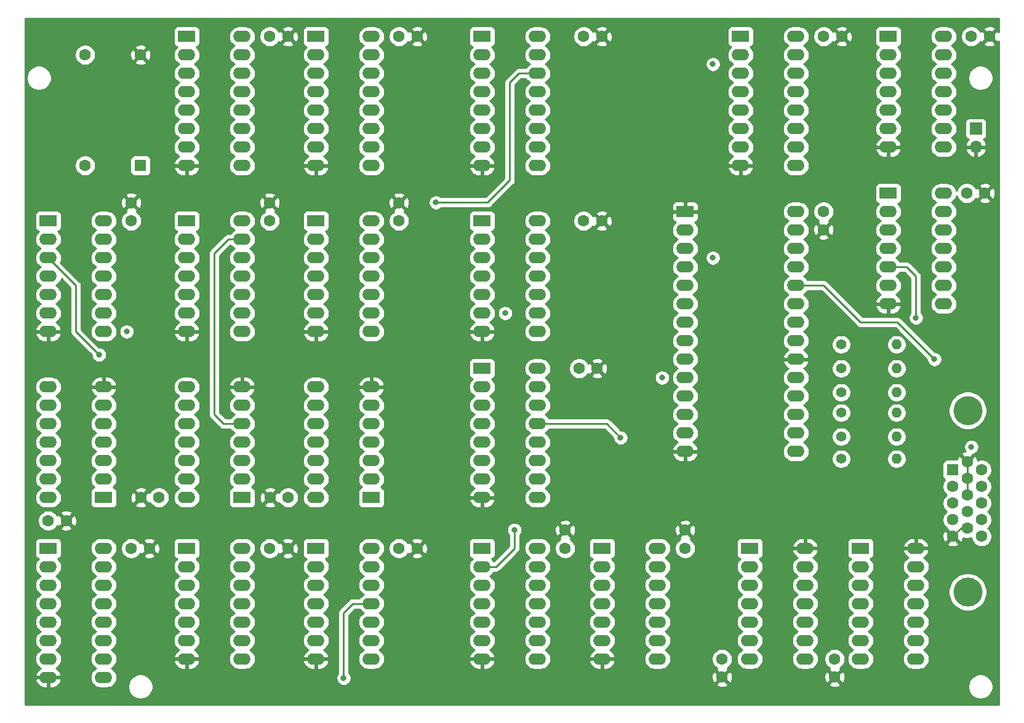
<source format=gbr>
%TF.GenerationSoftware,KiCad,Pcbnew,(5.1.8-0-10_14)*%
%TF.CreationDate,2020-12-16T20:41:27-08:00*%
%TF.ProjectId,BEN_VGA,42454e5f-5647-4412-9e6b-696361645f70,1.0*%
%TF.SameCoordinates,Original*%
%TF.FileFunction,Copper,L1,Top*%
%TF.FilePolarity,Positive*%
%FSLAX46Y46*%
G04 Gerber Fmt 4.6, Leading zero omitted, Abs format (unit mm)*
G04 Created by KiCad (PCBNEW (5.1.8-0-10_14)) date 2020-12-16 20:41:27*
%MOMM*%
%LPD*%
G01*
G04 APERTURE LIST*
%TA.AperFunction,ComponentPad*%
%ADD10C,1.600000*%
%TD*%
%TA.AperFunction,ComponentPad*%
%ADD11O,2.400000X1.600000*%
%TD*%
%TA.AperFunction,ComponentPad*%
%ADD12R,2.400000X1.600000*%
%TD*%
%TA.AperFunction,ComponentPad*%
%ADD13R,1.600000X1.600000*%
%TD*%
%TA.AperFunction,ComponentPad*%
%ADD14O,1.700000X1.700000*%
%TD*%
%TA.AperFunction,ComponentPad*%
%ADD15R,1.700000X1.700000*%
%TD*%
%TA.AperFunction,ComponentPad*%
%ADD16O,1.400000X1.400000*%
%TD*%
%TA.AperFunction,ComponentPad*%
%ADD17C,1.400000*%
%TD*%
%TA.AperFunction,ComponentPad*%
%ADD18C,4.000000*%
%TD*%
%TA.AperFunction,ViaPad*%
%ADD19C,0.800000*%
%TD*%
%TA.AperFunction,Conductor*%
%ADD20C,0.254000*%
%TD*%
%TA.AperFunction,Conductor*%
%ADD21C,0.100000*%
%TD*%
G04 APERTURE END LIST*
D10*
%TO.P,C22,1*%
%TO.N,+5V*%
X204470000Y-93980000D03*
%TO.P,C22,2*%
%TO.N,GND*%
X204470000Y-96480000D03*
%TD*%
D11*
%TO.P,U12,16*%
%TO.N,+5V*%
X200660000Y-69850000D03*
%TO.P,U12,8*%
%TO.N,GND*%
X193040000Y-87630000D03*
%TO.P,U12,15*%
%TO.N,Net-(U12-Pad15)*%
X200660000Y-72390000D03*
%TO.P,U12,7*%
%TO.N,+5V*%
X193040000Y-85090000D03*
%TO.P,U12,14*%
%TO.N,/VSync/Q4*%
X200660000Y-74930000D03*
%TO.P,U12,6*%
%TO.N,N/C*%
X193040000Y-82550000D03*
%TO.P,U12,13*%
%TO.N,/VSync/Q5*%
X200660000Y-77470000D03*
%TO.P,U12,5*%
%TO.N,N/C*%
X193040000Y-80010000D03*
%TO.P,U12,12*%
%TO.N,/VSync/Q6*%
X200660000Y-80010000D03*
%TO.P,U12,4*%
%TO.N,N/C*%
X193040000Y-77470000D03*
%TO.P,U12,11*%
%TO.N,/VSync/Q7*%
X200660000Y-82550000D03*
%TO.P,U12,3*%
%TO.N,N/C*%
X193040000Y-74930000D03*
%TO.P,U12,10*%
%TO.N,Net-(U11-Pad15)*%
X200660000Y-85090000D03*
%TO.P,U12,2*%
%TO.N,/HSync/264*%
X193040000Y-72390000D03*
%TO.P,U12,9*%
%TO.N,+5V*%
X200660000Y-87630000D03*
D12*
%TO.P,U12,1*%
%TO.N,Net-(U11-Pad1)*%
X193040000Y-69850000D03*
%TD*%
D11*
%TO.P,U10,14*%
%TO.N,+5V*%
X165100000Y-95250000D03*
%TO.P,U10,7*%
%TO.N,GND*%
X157480000Y-110490000D03*
%TO.P,U10,13*%
%TO.N,Net-(U10-Pad13)*%
X165100000Y-97790000D03*
%TO.P,U10,6*%
%TO.N,Net-(U10-Pad2)*%
X157480000Y-107950000D03*
%TO.P,U10,12*%
%TO.N,Net-(U10-Pad12)*%
X165100000Y-100330000D03*
%TO.P,U10,5*%
%TO.N,Net-(U10-Pad5)*%
X157480000Y-105410000D03*
%TO.P,U10,11*%
%TO.N,HSYNC*%
X165100000Y-102870000D03*
%TO.P,U10,4*%
%TO.N,/HSync/HBLANK*%
X157480000Y-102870000D03*
%TO.P,U10,10*%
%TO.N,HSYNC*%
X165100000Y-105410000D03*
%TO.P,U10,3*%
%TO.N,/HSync/HBLANK*%
X157480000Y-100330000D03*
%TO.P,U10,9*%
%TO.N,Net-(U10-Pad9)*%
X165100000Y-107950000D03*
%TO.P,U10,2*%
%TO.N,Net-(U10-Pad2)*%
X157480000Y-97790000D03*
%TO.P,U10,8*%
%TO.N,Net-(U10-Pad12)*%
X165100000Y-110490000D03*
D12*
%TO.P,U10,1*%
%TO.N,/HSync/264*%
X157480000Y-95250000D03*
%TD*%
D11*
%TO.P,U23,14*%
%TO.N,+5V*%
X220980000Y-69850000D03*
%TO.P,U23,7*%
%TO.N,GND*%
X213360000Y-85090000D03*
%TO.P,U23,13*%
%TO.N,N/C*%
X220980000Y-72390000D03*
%TO.P,U23,6*%
X213360000Y-82550000D03*
%TO.P,U23,12*%
X220980000Y-74930000D03*
%TO.P,U23,5*%
X213360000Y-80010000D03*
%TO.P,U23,11*%
X220980000Y-77470000D03*
%TO.P,U23,4*%
X213360000Y-77470000D03*
%TO.P,U23,10*%
X220980000Y-80010000D03*
%TO.P,U23,3*%
%TO.N,Net-(U22-Pad22)*%
X213360000Y-74930000D03*
%TO.P,U23,9*%
%TO.N,N/C*%
X220980000Y-82550000D03*
%TO.P,U23,2*%
%TO.N,/VSync/VBLANK*%
X213360000Y-72390000D03*
%TO.P,U23,8*%
%TO.N,N/C*%
X220980000Y-85090000D03*
D12*
%TO.P,U23,1*%
%TO.N,/HSync/HBLANK*%
X213360000Y-69850000D03*
%TD*%
D11*
%TO.P,U19,14*%
%TO.N,GND*%
X217170000Y-140335000D03*
%TO.P,U19,7*%
%TO.N,+5V*%
X209550000Y-155575000D03*
%TO.P,U19,13*%
%TO.N,N/C*%
X217170000Y-142875000D03*
%TO.P,U19,6*%
%TO.N,/VSync/Q5*%
X209550000Y-153035000D03*
%TO.P,U19,12*%
%TO.N,/VSync/Q4*%
X217170000Y-145415000D03*
%TO.P,U19,5*%
%TO.N,Net-(U15-Pad12)*%
X209550000Y-150495000D03*
%TO.P,U19,11*%
%TO.N,/VSync/Q6*%
X217170000Y-147955000D03*
%TO.P,U19,4*%
%TO.N,/VSync/Q2*%
X209550000Y-147955000D03*
%TO.P,U19,10*%
%TO.N,N/C*%
X217170000Y-150495000D03*
%TO.P,U19,3*%
%TO.N,Net-(U14-Pad10)*%
X209550000Y-145415000D03*
%TO.P,U19,9*%
%TO.N,N/C*%
X217170000Y-153035000D03*
%TO.P,U19,2*%
%TO.N,Net-(U14-Pad12)*%
X209550000Y-142875000D03*
%TO.P,U19,8*%
%TO.N,Net-(U11-Pad1)*%
X217170000Y-155575000D03*
D12*
%TO.P,U19,1*%
%TO.N,/VSync/Q9*%
X209550000Y-140335000D03*
%TD*%
D11*
%TO.P,U18,14*%
%TO.N,GND*%
X201930000Y-140335000D03*
%TO.P,U18,7*%
%TO.N,+5V*%
X194310000Y-155575000D03*
%TO.P,U18,13*%
%TO.N,N/C*%
X201930000Y-142875000D03*
%TO.P,U18,6*%
%TO.N,Net-(U15-Pad10)*%
X194310000Y-153035000D03*
%TO.P,U18,12*%
%TO.N,/VSync/Q4*%
X201930000Y-145415000D03*
%TO.P,U18,5*%
%TO.N,/VSync/Q3*%
X194310000Y-150495000D03*
%TO.P,U18,11*%
%TO.N,/VSync/Q6*%
X201930000Y-147955000D03*
%TO.P,U18,4*%
%TO.N,/VSync/Q2*%
X194310000Y-147955000D03*
%TO.P,U18,10*%
%TO.N,N/C*%
X201930000Y-150495000D03*
%TO.P,U18,3*%
%TO.N,Net-(U14-Pad10)*%
X194310000Y-145415000D03*
%TO.P,U18,9*%
%TO.N,N/C*%
X201930000Y-153035000D03*
%TO.P,U18,2*%
%TO.N,/VSync/Q0*%
X194310000Y-142875000D03*
%TO.P,U18,8*%
%TO.N,Net-(U18-Pad8)*%
X201930000Y-155575000D03*
D12*
%TO.P,U18,1*%
%TO.N,/VSync/Q9*%
X194310000Y-140335000D03*
%TD*%
D11*
%TO.P,U17,14*%
%TO.N,+5V*%
X181610000Y-140335000D03*
%TO.P,U17,7*%
%TO.N,GND*%
X173990000Y-155575000D03*
%TO.P,U17,13*%
%TO.N,N/C*%
X181610000Y-142875000D03*
%TO.P,U17,6*%
%TO.N,Net-(U15-Pad10)*%
X173990000Y-153035000D03*
%TO.P,U17,12*%
%TO.N,/VSync/Q4*%
X181610000Y-145415000D03*
%TO.P,U17,5*%
%TO.N,/VSync/Q3*%
X173990000Y-150495000D03*
%TO.P,U17,11*%
%TO.N,/VSync/Q6*%
X181610000Y-147955000D03*
%TO.P,U17,4*%
%TO.N,Net-(U14-Pad8)*%
X173990000Y-147955000D03*
%TO.P,U17,10*%
%TO.N,N/C*%
X181610000Y-150495000D03*
%TO.P,U17,3*%
%TO.N,Net-(U14-Pad10)*%
X173990000Y-145415000D03*
%TO.P,U17,9*%
%TO.N,N/C*%
X181610000Y-153035000D03*
%TO.P,U17,2*%
%TO.N,/VSync/Q0*%
X173990000Y-142875000D03*
%TO.P,U17,8*%
%TO.N,Net-(U17-Pad8)*%
X181610000Y-155575000D03*
D12*
%TO.P,U17,1*%
%TO.N,/VSync/Q9*%
X173990000Y-140335000D03*
%TD*%
D11*
%TO.P,U16,14*%
%TO.N,+5V*%
X165100000Y-140335000D03*
%TO.P,U16,7*%
%TO.N,GND*%
X157480000Y-155575000D03*
%TO.P,U16,13*%
%TO.N,N/C*%
X165100000Y-142875000D03*
%TO.P,U16,6*%
%TO.N,Net-(U15-Pad10)*%
X157480000Y-153035000D03*
%TO.P,U16,12*%
%TO.N,/VSync/Q4*%
X165100000Y-145415000D03*
%TO.P,U16,5*%
%TO.N,/VSync/Q3*%
X157480000Y-150495000D03*
%TO.P,U16,11*%
%TO.N,/VSync/Q6*%
X165100000Y-147955000D03*
%TO.P,U16,4*%
%TO.N,Net-(U14-Pad8)*%
X157480000Y-147955000D03*
%TO.P,U16,10*%
%TO.N,N/C*%
X165100000Y-150495000D03*
%TO.P,U16,3*%
%TO.N,Net-(U14-Pad10)*%
X157480000Y-145415000D03*
%TO.P,U16,9*%
%TO.N,N/C*%
X165100000Y-153035000D03*
%TO.P,U16,2*%
%TO.N,Net-(U14-Pad12)*%
X157480000Y-142875000D03*
%TO.P,U16,8*%
%TO.N,Net-(U16-Pad8)*%
X165100000Y-155575000D03*
D12*
%TO.P,U16,1*%
%TO.N,/VSync/Q9*%
X157480000Y-140335000D03*
%TD*%
D11*
%TO.P,U15,14*%
%TO.N,+5V*%
X142240000Y-140335000D03*
%TO.P,U15,7*%
%TO.N,GND*%
X134620000Y-155575000D03*
%TO.P,U15,13*%
%TO.N,/VSync/Q3*%
X142240000Y-142875000D03*
%TO.P,U15,6*%
%TO.N,N/C*%
X134620000Y-153035000D03*
%TO.P,U15,12*%
%TO.N,Net-(U15-Pad12)*%
X142240000Y-145415000D03*
%TO.P,U15,5*%
%TO.N,N/C*%
X134620000Y-150495000D03*
%TO.P,U15,11*%
%TO.N,/VSync/Q5*%
X142240000Y-147955000D03*
%TO.P,U15,4*%
%TO.N,N/C*%
X134620000Y-147955000D03*
%TO.P,U15,10*%
%TO.N,Net-(U15-Pad10)*%
X142240000Y-150495000D03*
%TO.P,U15,3*%
%TO.N,N/C*%
X134620000Y-145415000D03*
%TO.P,U15,9*%
X142240000Y-153035000D03*
%TO.P,U15,2*%
X134620000Y-142875000D03*
%TO.P,U15,8*%
X142240000Y-155575000D03*
D12*
%TO.P,U15,1*%
X134620000Y-140335000D03*
%TD*%
D11*
%TO.P,U14,14*%
%TO.N,+5V*%
X124460000Y-140335000D03*
%TO.P,U14,7*%
%TO.N,GND*%
X116840000Y-155575000D03*
%TO.P,U14,13*%
%TO.N,/VSync/Q0*%
X124460000Y-142875000D03*
%TO.P,U14,6*%
%TO.N,N/C*%
X116840000Y-153035000D03*
%TO.P,U14,12*%
%TO.N,Net-(U14-Pad12)*%
X124460000Y-145415000D03*
%TO.P,U14,5*%
%TO.N,N/C*%
X116840000Y-150495000D03*
%TO.P,U14,11*%
%TO.N,/VSync/Q1*%
X124460000Y-147955000D03*
%TO.P,U14,4*%
%TO.N,N/C*%
X116840000Y-147955000D03*
%TO.P,U14,10*%
%TO.N,Net-(U14-Pad10)*%
X124460000Y-150495000D03*
%TO.P,U14,3*%
%TO.N,N/C*%
X116840000Y-145415000D03*
%TO.P,U14,9*%
%TO.N,/VSync/Q2*%
X124460000Y-153035000D03*
%TO.P,U14,2*%
%TO.N,N/C*%
X116840000Y-142875000D03*
%TO.P,U14,8*%
%TO.N,Net-(U14-Pad8)*%
X124460000Y-155575000D03*
D12*
%TO.P,U14,1*%
%TO.N,N/C*%
X116840000Y-140335000D03*
%TD*%
D11*
%TO.P,U13,16*%
%TO.N,+5V*%
X165100000Y-115570000D03*
%TO.P,U13,8*%
%TO.N,GND*%
X157480000Y-133350000D03*
%TO.P,U13,15*%
%TO.N,N/C*%
X165100000Y-118110000D03*
%TO.P,U13,7*%
%TO.N,+5V*%
X157480000Y-130810000D03*
%TO.P,U13,14*%
%TO.N,/VSync/Q8*%
X165100000Y-120650000D03*
%TO.P,U13,6*%
%TO.N,N/C*%
X157480000Y-128270000D03*
%TO.P,U13,13*%
%TO.N,/VSync/Q9*%
X165100000Y-123190000D03*
%TO.P,U13,5*%
%TO.N,N/C*%
X157480000Y-125730000D03*
%TO.P,U13,12*%
X165100000Y-125730000D03*
%TO.P,U13,4*%
X157480000Y-123190000D03*
%TO.P,U13,11*%
X165100000Y-128270000D03*
%TO.P,U13,3*%
X157480000Y-120650000D03*
%TO.P,U13,10*%
%TO.N,Net-(U12-Pad15)*%
X165100000Y-130810000D03*
%TO.P,U13,2*%
%TO.N,/HSync/264*%
X157480000Y-118110000D03*
%TO.P,U13,9*%
%TO.N,+5V*%
X165100000Y-133350000D03*
D12*
%TO.P,U13,1*%
%TO.N,Net-(U11-Pad1)*%
X157480000Y-115570000D03*
%TD*%
D11*
%TO.P,U11,16*%
%TO.N,+5V*%
X105410000Y-140335000D03*
%TO.P,U11,8*%
%TO.N,GND*%
X97790000Y-158115000D03*
%TO.P,U11,15*%
%TO.N,Net-(U11-Pad15)*%
X105410000Y-142875000D03*
%TO.P,U11,7*%
%TO.N,+5V*%
X97790000Y-155575000D03*
%TO.P,U11,14*%
%TO.N,/VSync/Q0*%
X105410000Y-145415000D03*
%TO.P,U11,6*%
%TO.N,N/C*%
X97790000Y-153035000D03*
%TO.P,U11,13*%
%TO.N,/VSync/Q1*%
X105410000Y-147955000D03*
%TO.P,U11,5*%
%TO.N,N/C*%
X97790000Y-150495000D03*
%TO.P,U11,12*%
%TO.N,/VSync/Q2*%
X105410000Y-150495000D03*
%TO.P,U11,4*%
%TO.N,N/C*%
X97790000Y-147955000D03*
%TO.P,U11,11*%
%TO.N,/VSync/Q3*%
X105410000Y-153035000D03*
%TO.P,U11,3*%
%TO.N,N/C*%
X97790000Y-145415000D03*
%TO.P,U11,10*%
%TO.N,+5V*%
X105410000Y-155575000D03*
%TO.P,U11,2*%
%TO.N,/HSync/264*%
X97790000Y-142875000D03*
%TO.P,U11,9*%
%TO.N,+5V*%
X105410000Y-158115000D03*
D12*
%TO.P,U11,1*%
%TO.N,Net-(U11-Pad1)*%
X97790000Y-140335000D03*
%TD*%
D10*
%TO.P,X1,7*%
%TO.N,GND*%
X110490000Y-72390000D03*
%TO.P,X1,8*%
%TO.N,/HSync/CLK*%
X102870000Y-72390000D03*
%TO.P,X1,14*%
%TO.N,+5V*%
X102870000Y-87630000D03*
D13*
%TO.P,X1,1*%
X110490000Y-87630000D03*
%TD*%
D11*
%TO.P,U20,14*%
%TO.N,+5V*%
X220980000Y-91440000D03*
%TO.P,U20,7*%
%TO.N,GND*%
X213360000Y-106680000D03*
%TO.P,U20,13*%
%TO.N,Net-(U18-Pad8)*%
X220980000Y-93980000D03*
%TO.P,U20,6*%
%TO.N,Net-(U20-Pad2)*%
X213360000Y-104140000D03*
%TO.P,U20,12*%
%TO.N,Net-(U20-Pad12)*%
X220980000Y-96520000D03*
%TO.P,U20,5*%
%TO.N,Net-(U16-Pad8)*%
X213360000Y-101600000D03*
%TO.P,U20,11*%
%TO.N,VSYNC*%
X220980000Y-99060000D03*
%TO.P,U20,4*%
%TO.N,/VSync/VBLANK*%
X213360000Y-99060000D03*
%TO.P,U20,10*%
%TO.N,VSYNC*%
X220980000Y-101600000D03*
%TO.P,U20,3*%
%TO.N,/VSync/VBLANK*%
X213360000Y-96520000D03*
%TO.P,U20,9*%
%TO.N,Net-(U17-Pad8)*%
X220980000Y-104140000D03*
%TO.P,U20,2*%
%TO.N,Net-(U20-Pad2)*%
X213360000Y-93980000D03*
%TO.P,U20,8*%
%TO.N,Net-(U20-Pad12)*%
X220980000Y-106680000D03*
D12*
%TO.P,U20,1*%
%TO.N,Net-(U11-Pad1)*%
X213360000Y-91440000D03*
%TD*%
D11*
%TO.P,U9,14*%
%TO.N,+5V*%
X142240000Y-95250000D03*
%TO.P,U9,7*%
%TO.N,GND*%
X134620000Y-110490000D03*
%TO.P,U9,13*%
%TO.N,N/C*%
X142240000Y-97790000D03*
%TO.P,U9,6*%
%TO.N,/HSync/Q8*%
X134620000Y-107950000D03*
%TO.P,U9,12*%
%TO.N,Net-(U4-Pad4)*%
X142240000Y-100330000D03*
%TO.P,U9,5*%
%TO.N,Net-(U5-Pad10)*%
X134620000Y-105410000D03*
%TO.P,U9,11*%
%TO.N,Net-(U4-Pad6)*%
X142240000Y-102870000D03*
%TO.P,U9,4*%
%TO.N,Net-(U5-Pad12)*%
X134620000Y-102870000D03*
%TO.P,U9,10*%
%TO.N,N/C*%
X142240000Y-105410000D03*
%TO.P,U9,3*%
%TO.N,Net-(U4-Pad8)*%
X134620000Y-100330000D03*
%TO.P,U9,9*%
%TO.N,N/C*%
X142240000Y-107950000D03*
%TO.P,U9,2*%
%TO.N,Net-(U4-Pad10)*%
X134620000Y-97790000D03*
%TO.P,U9,8*%
%TO.N,/HSync/264*%
X142240000Y-110490000D03*
D12*
%TO.P,U9,1*%
%TO.N,/HSync/Q3*%
X134620000Y-95250000D03*
%TD*%
D11*
%TO.P,U8,14*%
%TO.N,+5V*%
X134620000Y-133350000D03*
%TO.P,U8,7*%
%TO.N,GND*%
X142240000Y-118110000D03*
%TO.P,U8,13*%
%TO.N,N/C*%
X134620000Y-130810000D03*
%TO.P,U8,6*%
%TO.N,/HSync/Q7*%
X142240000Y-120650000D03*
%TO.P,U8,12*%
%TO.N,Net-(U4-Pad2)*%
X134620000Y-128270000D03*
%TO.P,U8,5*%
%TO.N,/HSync/Q6*%
X142240000Y-123190000D03*
%TO.P,U8,11*%
%TO.N,/HSync/Q1*%
X134620000Y-125730000D03*
%TO.P,U8,4*%
%TO.N,/HSync/Q5*%
X142240000Y-125730000D03*
%TO.P,U8,10*%
%TO.N,N/C*%
X134620000Y-123190000D03*
%TO.P,U8,3*%
%TO.N,/HSync/Q4*%
X142240000Y-128270000D03*
%TO.P,U8,9*%
%TO.N,N/C*%
X134620000Y-120650000D03*
%TO.P,U8,2*%
%TO.N,Net-(U4-Pad12)*%
X142240000Y-130810000D03*
%TO.P,U8,8*%
%TO.N,Net-(U10-Pad13)*%
X134620000Y-118110000D03*
D12*
%TO.P,U8,1*%
%TO.N,Net-(U4-Pad6)*%
X142240000Y-133350000D03*
%TD*%
D11*
%TO.P,U7,14*%
%TO.N,+5V*%
X116840000Y-133350000D03*
%TO.P,U7,7*%
%TO.N,GND*%
X124460000Y-118110000D03*
%TO.P,U7,13*%
%TO.N,N/C*%
X116840000Y-130810000D03*
%TO.P,U7,6*%
%TO.N,/HSync/Q7*%
X124460000Y-120650000D03*
%TO.P,U7,12*%
%TO.N,Net-(U4-Pad2)*%
X116840000Y-128270000D03*
%TO.P,U7,5*%
%TO.N,/HSync/Q6*%
X124460000Y-123190000D03*
%TO.P,U7,11*%
%TO.N,/HSync/Q1*%
X116840000Y-125730000D03*
%TO.P,U7,4*%
%TO.N,Net-(U4-Pad8)*%
X124460000Y-125730000D03*
%TO.P,U7,10*%
%TO.N,N/C*%
X116840000Y-123190000D03*
%TO.P,U7,3*%
%TO.N,/HSync/Q4*%
X124460000Y-128270000D03*
%TO.P,U7,9*%
%TO.N,N/C*%
X116840000Y-120650000D03*
%TO.P,U7,2*%
%TO.N,Net-(U4-Pad12)*%
X124460000Y-130810000D03*
%TO.P,U7,8*%
%TO.N,Net-(U10-Pad9)*%
X116840000Y-118110000D03*
D12*
%TO.P,U7,1*%
%TO.N,Net-(U4-Pad6)*%
X124460000Y-133350000D03*
%TD*%
D11*
%TO.P,U6,14*%
%TO.N,+5V*%
X97790000Y-133350000D03*
%TO.P,U6,7*%
%TO.N,GND*%
X105410000Y-118110000D03*
%TO.P,U6,13*%
%TO.N,N/C*%
X97790000Y-130810000D03*
%TO.P,U6,6*%
%TO.N,/HSync/Q7*%
X105410000Y-120650000D03*
%TO.P,U6,12*%
%TO.N,Net-(U4-Pad2)*%
X97790000Y-128270000D03*
%TO.P,U6,5*%
%TO.N,/HSync/Q6*%
X105410000Y-123190000D03*
%TO.P,U6,11*%
%TO.N,Net-(U4-Pad4)*%
X97790000Y-125730000D03*
%TO.P,U6,4*%
%TO.N,Net-(U4-Pad8)*%
X105410000Y-125730000D03*
%TO.P,U6,10*%
%TO.N,N/C*%
X97790000Y-123190000D03*
%TO.P,U6,3*%
%TO.N,Net-(U4-Pad10)*%
X105410000Y-128270000D03*
%TO.P,U6,9*%
%TO.N,N/C*%
X97790000Y-120650000D03*
%TO.P,U6,2*%
%TO.N,/HSync/Q3*%
X105410000Y-130810000D03*
%TO.P,U6,8*%
%TO.N,Net-(U10-Pad5)*%
X97790000Y-118110000D03*
D12*
%TO.P,U6,1*%
%TO.N,Net-(U4-Pad6)*%
X105410000Y-133350000D03*
%TD*%
D11*
%TO.P,U3,16*%
%TO.N,+5V*%
X165100000Y-69850000D03*
%TO.P,U3,8*%
%TO.N,GND*%
X157480000Y-87630000D03*
%TO.P,U3,15*%
%TO.N,N/C*%
X165100000Y-72390000D03*
%TO.P,U3,7*%
%TO.N,+5V*%
X157480000Y-85090000D03*
%TO.P,U3,14*%
%TO.N,/HSync/Q8*%
X165100000Y-74930000D03*
%TO.P,U3,6*%
%TO.N,N/C*%
X157480000Y-82550000D03*
%TO.P,U3,13*%
X165100000Y-77470000D03*
%TO.P,U3,5*%
X157480000Y-80010000D03*
%TO.P,U3,12*%
X165100000Y-80010000D03*
%TO.P,U3,4*%
X157480000Y-77470000D03*
%TO.P,U3,11*%
X165100000Y-82550000D03*
%TO.P,U3,3*%
X157480000Y-74930000D03*
%TO.P,U3,10*%
%TO.N,Net-(U2-Pad15)*%
X165100000Y-85090000D03*
%TO.P,U3,2*%
%TO.N,/HSync/CLK*%
X157480000Y-72390000D03*
%TO.P,U3,9*%
%TO.N,+5V*%
X165100000Y-87630000D03*
D12*
%TO.P,U3,1*%
%TO.N,/HSync/264*%
X157480000Y-69850000D03*
%TD*%
D11*
%TO.P,U2,16*%
%TO.N,+5V*%
X142240000Y-69850000D03*
%TO.P,U2,8*%
%TO.N,GND*%
X134620000Y-87630000D03*
%TO.P,U2,15*%
%TO.N,Net-(U2-Pad15)*%
X142240000Y-72390000D03*
%TO.P,U2,7*%
%TO.N,+5V*%
X134620000Y-85090000D03*
%TO.P,U2,14*%
%TO.N,/HSync/Q4*%
X142240000Y-74930000D03*
%TO.P,U2,6*%
%TO.N,N/C*%
X134620000Y-82550000D03*
%TO.P,U2,13*%
%TO.N,/HSync/Q5*%
X142240000Y-77470000D03*
%TO.P,U2,5*%
%TO.N,N/C*%
X134620000Y-80010000D03*
%TO.P,U2,12*%
%TO.N,/HSync/Q6*%
X142240000Y-80010000D03*
%TO.P,U2,4*%
%TO.N,N/C*%
X134620000Y-77470000D03*
%TO.P,U2,11*%
%TO.N,/HSync/Q7*%
X142240000Y-82550000D03*
%TO.P,U2,3*%
%TO.N,N/C*%
X134620000Y-74930000D03*
%TO.P,U2,10*%
%TO.N,Net-(U1-Pad15)*%
X142240000Y-85090000D03*
%TO.P,U2,2*%
%TO.N,/HSync/CLK*%
X134620000Y-72390000D03*
%TO.P,U2,9*%
%TO.N,+5V*%
X142240000Y-87630000D03*
D12*
%TO.P,U2,1*%
%TO.N,/HSync/264*%
X134620000Y-69850000D03*
%TD*%
D11*
%TO.P,U1,16*%
%TO.N,+5V*%
X124460000Y-69850000D03*
%TO.P,U1,8*%
%TO.N,GND*%
X116840000Y-87630000D03*
%TO.P,U1,15*%
%TO.N,Net-(U1-Pad15)*%
X124460000Y-72390000D03*
%TO.P,U1,7*%
%TO.N,+5V*%
X116840000Y-85090000D03*
%TO.P,U1,14*%
%TO.N,/HSync/Q0*%
X124460000Y-74930000D03*
%TO.P,U1,6*%
%TO.N,N/C*%
X116840000Y-82550000D03*
%TO.P,U1,13*%
%TO.N,/HSync/Q1*%
X124460000Y-77470000D03*
%TO.P,U1,5*%
%TO.N,N/C*%
X116840000Y-80010000D03*
%TO.P,U1,12*%
%TO.N,/HSync/Q2*%
X124460000Y-80010000D03*
%TO.P,U1,4*%
%TO.N,N/C*%
X116840000Y-77470000D03*
%TO.P,U1,11*%
%TO.N,/HSync/Q3*%
X124460000Y-82550000D03*
%TO.P,U1,3*%
%TO.N,N/C*%
X116840000Y-74930000D03*
%TO.P,U1,10*%
%TO.N,+5V*%
X124460000Y-85090000D03*
%TO.P,U1,2*%
%TO.N,/HSync/CLK*%
X116840000Y-72390000D03*
%TO.P,U1,9*%
%TO.N,+5V*%
X124460000Y-87630000D03*
D12*
%TO.P,U1,1*%
%TO.N,/HSync/264*%
X116840000Y-69850000D03*
%TD*%
D11*
%TO.P,U5,14*%
%TO.N,+5V*%
X124460000Y-95250000D03*
%TO.P,U5,7*%
%TO.N,GND*%
X116840000Y-110490000D03*
%TO.P,U5,13*%
%TO.N,/HSync/Q6*%
X124460000Y-97790000D03*
%TO.P,U5,6*%
%TO.N,N/C*%
X116840000Y-107950000D03*
%TO.P,U5,12*%
%TO.N,Net-(U5-Pad12)*%
X124460000Y-100330000D03*
%TO.P,U5,5*%
%TO.N,N/C*%
X116840000Y-105410000D03*
%TO.P,U5,11*%
%TO.N,/HSync/Q7*%
X124460000Y-102870000D03*
%TO.P,U5,4*%
%TO.N,N/C*%
X116840000Y-102870000D03*
%TO.P,U5,10*%
%TO.N,Net-(U5-Pad10)*%
X124460000Y-105410000D03*
%TO.P,U5,3*%
%TO.N,N/C*%
X116840000Y-100330000D03*
%TO.P,U5,9*%
%TO.N,/HSync/Q8*%
X124460000Y-107950000D03*
%TO.P,U5,2*%
%TO.N,N/C*%
X116840000Y-97790000D03*
%TO.P,U5,8*%
X124460000Y-110490000D03*
D12*
%TO.P,U5,1*%
X116840000Y-95250000D03*
%TD*%
D11*
%TO.P,U4,14*%
%TO.N,+5V*%
X105410000Y-95250000D03*
%TO.P,U4,7*%
%TO.N,GND*%
X97790000Y-110490000D03*
%TO.P,U4,13*%
%TO.N,/HSync/Q3*%
X105410000Y-97790000D03*
%TO.P,U4,6*%
%TO.N,Net-(U4-Pad6)*%
X97790000Y-107950000D03*
%TO.P,U4,12*%
%TO.N,Net-(U4-Pad12)*%
X105410000Y-100330000D03*
%TO.P,U4,5*%
%TO.N,/HSync/Q2*%
X97790000Y-105410000D03*
%TO.P,U4,11*%
%TO.N,/HSync/Q4*%
X105410000Y-102870000D03*
%TO.P,U4,4*%
%TO.N,Net-(U4-Pad4)*%
X97790000Y-102870000D03*
%TO.P,U4,10*%
%TO.N,Net-(U4-Pad10)*%
X105410000Y-105410000D03*
%TO.P,U4,3*%
%TO.N,/HSync/Q1*%
X97790000Y-100330000D03*
%TO.P,U4,9*%
%TO.N,/HSync/Q5*%
X105410000Y-107950000D03*
%TO.P,U4,2*%
%TO.N,Net-(U4-Pad2)*%
X97790000Y-97790000D03*
%TO.P,U4,8*%
%TO.N,Net-(U4-Pad8)*%
X105410000Y-110490000D03*
D12*
%TO.P,U4,1*%
%TO.N,/HSync/Q0*%
X97790000Y-95250000D03*
%TD*%
D11*
%TO.P,U22,28*%
%TO.N,+5V*%
X200660000Y-93980000D03*
%TO.P,U22,14*%
%TO.N,GND*%
X185420000Y-127000000D03*
%TO.P,U22,27*%
%TO.N,+5V*%
X200660000Y-96520000D03*
%TO.P,U22,13*%
%TO.N,Net-(R4-Pad1)*%
X185420000Y-124460000D03*
%TO.P,U22,26*%
%TO.N,/VSync/Q9*%
X200660000Y-99060000D03*
%TO.P,U22,12*%
%TO.N,Net-(R5-Pad1)*%
X185420000Y-121920000D03*
%TO.P,U22,25*%
%TO.N,/VSync/Q4*%
X200660000Y-101600000D03*
%TO.P,U22,11*%
%TO.N,Net-(R6-Pad1)*%
X185420000Y-119380000D03*
%TO.P,U22,24*%
%TO.N,/VSync/Q5*%
X200660000Y-104140000D03*
%TO.P,U22,10*%
%TO.N,/HSync/Q1*%
X185420000Y-116840000D03*
%TO.P,U22,23*%
%TO.N,/VSync/Q7*%
X200660000Y-106680000D03*
%TO.P,U22,9*%
%TO.N,/HSync/Q2*%
X185420000Y-114300000D03*
%TO.P,U22,22*%
%TO.N,Net-(U22-Pad22)*%
X200660000Y-109220000D03*
%TO.P,U22,8*%
%TO.N,/HSync/Q3*%
X185420000Y-111760000D03*
%TO.P,U22,21*%
%TO.N,/VSync/Q6*%
X200660000Y-111760000D03*
%TO.P,U22,7*%
%TO.N,/HSync/Q4*%
X185420000Y-109220000D03*
%TO.P,U22,20*%
%TO.N,GND*%
X200660000Y-114300000D03*
%TO.P,U22,6*%
%TO.N,/HSync/Q5*%
X185420000Y-106680000D03*
%TO.P,U22,19*%
%TO.N,N/C*%
X200660000Y-116840000D03*
%TO.P,U22,5*%
%TO.N,/HSync/Q6*%
X185420000Y-104140000D03*
%TO.P,U22,18*%
%TO.N,N/C*%
X200660000Y-119380000D03*
%TO.P,U22,4*%
%TO.N,/HSync/Q7*%
X185420000Y-101600000D03*
%TO.P,U22,17*%
%TO.N,Net-(R1-Pad1)*%
X200660000Y-121920000D03*
%TO.P,U22,3*%
%TO.N,/VSync/Q3*%
X185420000Y-99060000D03*
%TO.P,U22,16*%
%TO.N,Net-(R2-Pad1)*%
X200660000Y-124460000D03*
%TO.P,U22,2*%
%TO.N,/VSync/Q8*%
X185420000Y-96520000D03*
%TO.P,U22,15*%
%TO.N,Net-(R3-Pad1)*%
X200660000Y-127000000D03*
D12*
%TO.P,U22,1*%
%TO.N,GND*%
X185420000Y-93980000D03*
%TD*%
D14*
%TO.P,J2,2*%
%TO.N,GND*%
X225425000Y-85090000D03*
D15*
%TO.P,J2,1*%
%TO.N,+5V*%
X225425000Y-82550000D03*
%TD*%
D10*
%TO.P,C21,1*%
%TO.N,+5V*%
X224790000Y-69850000D03*
%TO.P,C21,2*%
%TO.N,GND*%
X227290000Y-69850000D03*
%TD*%
%TO.P,C20,1*%
%TO.N,+5V*%
X224155000Y-91440000D03*
%TO.P,C20,2*%
%TO.N,GND*%
X226655000Y-91440000D03*
%TD*%
%TO.P,C19,1*%
%TO.N,+5V*%
X205994000Y-155575000D03*
%TO.P,C19,2*%
%TO.N,GND*%
X205994000Y-158075000D03*
%TD*%
%TO.P,C18,1*%
%TO.N,+5V*%
X190500000Y-155575000D03*
%TO.P,C18,2*%
%TO.N,GND*%
X190500000Y-158075000D03*
%TD*%
%TO.P,C17,1*%
%TO.N,+5V*%
X185420000Y-140335000D03*
%TO.P,C17,2*%
%TO.N,GND*%
X185420000Y-137835000D03*
%TD*%
%TO.P,C16,1*%
%TO.N,+5V*%
X168910000Y-140335000D03*
%TO.P,C16,2*%
%TO.N,GND*%
X168910000Y-137835000D03*
%TD*%
%TO.P,C15,1*%
%TO.N,+5V*%
X146050000Y-140335000D03*
%TO.P,C15,2*%
%TO.N,GND*%
X148550000Y-140335000D03*
%TD*%
%TO.P,C14,1*%
%TO.N,+5V*%
X128270000Y-140335000D03*
%TO.P,C14,2*%
%TO.N,GND*%
X130770000Y-140335000D03*
%TD*%
%TO.P,C13,1*%
%TO.N,+5V*%
X170815000Y-115570000D03*
%TO.P,C13,2*%
%TO.N,GND*%
X173315000Y-115570000D03*
%TD*%
%TO.P,C12,1*%
%TO.N,+5V*%
X204470000Y-69850000D03*
%TO.P,C12,2*%
%TO.N,GND*%
X206970000Y-69850000D03*
%TD*%
%TO.P,C11,1*%
%TO.N,+5V*%
X109220000Y-140335000D03*
%TO.P,C11,2*%
%TO.N,GND*%
X111720000Y-140335000D03*
%TD*%
%TO.P,C10,1*%
%TO.N,+5V*%
X171450000Y-95250000D03*
%TO.P,C10,2*%
%TO.N,GND*%
X173950000Y-95250000D03*
%TD*%
%TO.P,C9,1*%
%TO.N,+5V*%
X146050000Y-95250000D03*
%TO.P,C9,2*%
%TO.N,GND*%
X146050000Y-92750000D03*
%TD*%
%TO.P,C8,1*%
%TO.N,+5V*%
X130810000Y-133350000D03*
%TO.P,C8,2*%
%TO.N,GND*%
X128310000Y-133350000D03*
%TD*%
%TO.P,C7,1*%
%TO.N,+5V*%
X113030000Y-133350000D03*
%TO.P,C7,2*%
%TO.N,GND*%
X110530000Y-133350000D03*
%TD*%
%TO.P,C6,1*%
%TO.N,+5V*%
X97790000Y-136525000D03*
%TO.P,C6,2*%
%TO.N,GND*%
X100290000Y-136525000D03*
%TD*%
%TO.P,C5,1*%
%TO.N,+5V*%
X128270000Y-95250000D03*
%TO.P,C5,2*%
%TO.N,GND*%
X128270000Y-92750000D03*
%TD*%
%TO.P,C4,1*%
%TO.N,+5V*%
X109220000Y-95250000D03*
%TO.P,C4,2*%
%TO.N,GND*%
X109220000Y-92750000D03*
%TD*%
%TO.P,C3,1*%
%TO.N,+5V*%
X171450000Y-69850000D03*
%TO.P,C3,2*%
%TO.N,GND*%
X173950000Y-69850000D03*
%TD*%
%TO.P,C2,1*%
%TO.N,+5V*%
X146050000Y-69850000D03*
%TO.P,C2,2*%
%TO.N,GND*%
X148550000Y-69850000D03*
%TD*%
%TO.P,C1,1*%
%TO.N,+5V*%
X128270000Y-69850000D03*
%TO.P,C1,2*%
%TO.N,GND*%
X130770000Y-69850000D03*
%TD*%
D16*
%TO.P,R6,2*%
%TO.N,Net-(J1-Pad3)*%
X214503000Y-128016000D03*
D17*
%TO.P,R6,1*%
%TO.N,Net-(R6-Pad1)*%
X206883000Y-128016000D03*
%TD*%
D16*
%TO.P,R5,2*%
%TO.N,Net-(J1-Pad3)*%
X214503000Y-124968000D03*
D17*
%TO.P,R5,1*%
%TO.N,Net-(R5-Pad1)*%
X206883000Y-124968000D03*
%TD*%
D16*
%TO.P,R4,2*%
%TO.N,Net-(J1-Pad2)*%
X214503000Y-118872000D03*
D17*
%TO.P,R4,1*%
%TO.N,Net-(R4-Pad1)*%
X206883000Y-118872000D03*
%TD*%
D16*
%TO.P,R3,2*%
%TO.N,Net-(J1-Pad2)*%
X214503000Y-121666000D03*
D17*
%TO.P,R3,1*%
%TO.N,Net-(R3-Pad1)*%
X206883000Y-121666000D03*
%TD*%
D16*
%TO.P,R2,2*%
%TO.N,Net-(J1-Pad1)*%
X214503000Y-115570000D03*
D17*
%TO.P,R2,1*%
%TO.N,Net-(R2-Pad1)*%
X206883000Y-115570000D03*
%TD*%
D16*
%TO.P,R1,2*%
%TO.N,Net-(J1-Pad1)*%
X214503000Y-112268000D03*
D17*
%TO.P,R1,1*%
%TO.N,Net-(R1-Pad1)*%
X206883000Y-112268000D03*
%TD*%
D18*
%TO.P,J1,0*%
%TO.N,N/C*%
X224300000Y-121355000D03*
X224300000Y-146355000D03*
D10*
%TO.P,J1,15*%
X226210000Y-138700000D03*
%TO.P,J1,14*%
%TO.N,VSYNC*%
X226210000Y-136410000D03*
%TO.P,J1,13*%
%TO.N,HSYNC*%
X226210000Y-134120000D03*
%TO.P,J1,12*%
%TO.N,N/C*%
X226210000Y-131830000D03*
%TO.P,J1,11*%
X226210000Y-129540000D03*
%TO.P,J1,10*%
%TO.N,GND*%
X224230000Y-137555000D03*
%TO.P,J1,9*%
%TO.N,N/C*%
X224230000Y-135265000D03*
%TO.P,J1,8*%
%TO.N,GND*%
X224230000Y-132975000D03*
%TO.P,J1,7*%
X224230000Y-130685000D03*
%TO.P,J1,6*%
X224230000Y-128395000D03*
%TO.P,J1,5*%
X222250000Y-138700000D03*
%TO.P,J1,4*%
%TO.N,N/C*%
X222250000Y-136410000D03*
%TO.P,J1,3*%
%TO.N,Net-(J1-Pad3)*%
X222250000Y-134120000D03*
%TO.P,J1,2*%
%TO.N,Net-(J1-Pad2)*%
X222250000Y-131830000D03*
D13*
%TO.P,J1,1*%
%TO.N,Net-(J1-Pad1)*%
X222250000Y-129540000D03*
%TD*%
D19*
%TO.N,HSYNC*%
X224790000Y-126365000D03*
%TO.N,/HSync/Q1*%
X182245000Y-116840000D03*
X104775000Y-113665006D03*
%TO.N,/HSync/Q4*%
X108585000Y-110490000D03*
%TO.N,/HSync/Q7*%
X189230000Y-100330000D03*
%TO.N,/HSync/HBLANK*%
X189230000Y-73660000D03*
%TO.N,/HSync/Q8*%
X151130000Y-92710006D03*
%TO.N,/VSync/Q9*%
X176530000Y-125095000D03*
%TO.N,/VSync/Q5*%
X219710000Y-114300000D03*
X138430000Y-158207014D03*
%TO.N,Net-(U14-Pad12)*%
X161925000Y-137795000D03*
%TO.N,Net-(U10-Pad9)*%
X160655000Y-107950000D03*
%TO.N,Net-(U16-Pad8)*%
X217170000Y-108585000D03*
%TD*%
D20*
%TO.N,GND*%
X223395000Y-137555000D02*
X222250000Y-138700000D01*
X224230000Y-137555000D02*
X223395000Y-137555000D01*
X224230000Y-132975000D02*
X224230000Y-130685000D01*
X224230000Y-130685000D02*
X224230000Y-128395000D01*
%TO.N,/HSync/Q1*%
X97790000Y-100330000D02*
X101600000Y-104140000D01*
X101600000Y-104140000D02*
X101600000Y-110490006D01*
X101600000Y-110490006D02*
X104775000Y-113665006D01*
%TO.N,/HSync/Q2*%
X185420000Y-114300000D02*
X184785000Y-113665000D01*
%TO.N,/HSync/Q6*%
X120650000Y-121920000D02*
X120650000Y-99695000D01*
X122555000Y-97790000D02*
X124460000Y-97790000D01*
X120650000Y-99695000D02*
X122555000Y-97790000D01*
X121920000Y-123190000D02*
X120650000Y-121920000D01*
X124460000Y-123190000D02*
X121920000Y-123190000D01*
%TO.N,/HSync/Q8*%
X158237334Y-92710006D02*
X151130000Y-92710006D01*
X161290000Y-89657340D02*
X158237334Y-92710006D01*
X161290000Y-76200000D02*
X161290000Y-89657340D01*
X162560000Y-74930000D02*
X161290000Y-76200000D01*
X165100000Y-74930000D02*
X162560000Y-74930000D01*
%TO.N,/VSync/Q9*%
X174625000Y-123190000D02*
X176530000Y-125095000D01*
X165100000Y-123190000D02*
X174625000Y-123190000D01*
%TO.N,/VSync/Q5*%
X214630000Y-109220000D02*
X219710000Y-114300000D01*
X209550000Y-109220000D02*
X214630000Y-109220000D01*
X204470000Y-104140000D02*
X209550000Y-109220000D01*
X200660000Y-104140000D02*
X204470000Y-104140000D01*
X139700000Y-147955000D02*
X138430000Y-149225000D01*
X142240000Y-147955000D02*
X139700000Y-147955000D01*
X138430000Y-149225000D02*
X138430000Y-158207014D01*
%TO.N,Net-(U14-Pad12)*%
X159385000Y-142875000D02*
X157480000Y-142875000D01*
X161925000Y-140335000D02*
X159385000Y-142875000D01*
X161925000Y-137795000D02*
X161925000Y-140335000D01*
%TO.N,Net-(U16-Pad8)*%
X217170000Y-102870000D02*
X217170000Y-108585000D01*
X215900000Y-101600000D02*
X217170000Y-102870000D01*
X213360000Y-101600000D02*
X215900000Y-101600000D01*
%TD*%
%TO.N,GND*%
X228575000Y-69198904D02*
X228526671Y-69108486D01*
X228282702Y-69036903D01*
X227469605Y-69850000D01*
X228282702Y-70663097D01*
X228526671Y-70591514D01*
X228575000Y-70489375D01*
X228575001Y-161900000D01*
X94640000Y-161900000D01*
X94640000Y-158464039D01*
X95998096Y-158464039D01*
X96015633Y-158546818D01*
X96126285Y-158806646D01*
X96285500Y-159039895D01*
X96487161Y-159237601D01*
X96723517Y-159392166D01*
X96985486Y-159497650D01*
X97263000Y-159550000D01*
X97663000Y-159550000D01*
X97663000Y-158242000D01*
X97917000Y-158242000D01*
X97917000Y-159550000D01*
X98317000Y-159550000D01*
X98594514Y-159497650D01*
X98856483Y-159392166D01*
X99092839Y-159237601D01*
X99294500Y-159039895D01*
X99453715Y-158806646D01*
X99564367Y-158546818D01*
X99581904Y-158464039D01*
X99459915Y-158242000D01*
X97917000Y-158242000D01*
X97663000Y-158242000D01*
X96120085Y-158242000D01*
X95998096Y-158464039D01*
X94640000Y-158464039D01*
X94640000Y-142875000D01*
X95948057Y-142875000D01*
X95975764Y-143156309D01*
X96057818Y-143426808D01*
X96191068Y-143676101D01*
X96370392Y-143894608D01*
X96588899Y-144073932D01*
X96721858Y-144145000D01*
X96588899Y-144216068D01*
X96370392Y-144395392D01*
X96191068Y-144613899D01*
X96057818Y-144863192D01*
X95975764Y-145133691D01*
X95948057Y-145415000D01*
X95975764Y-145696309D01*
X96057818Y-145966808D01*
X96191068Y-146216101D01*
X96370392Y-146434608D01*
X96588899Y-146613932D01*
X96721858Y-146685000D01*
X96588899Y-146756068D01*
X96370392Y-146935392D01*
X96191068Y-147153899D01*
X96057818Y-147403192D01*
X95975764Y-147673691D01*
X95948057Y-147955000D01*
X95975764Y-148236309D01*
X96057818Y-148506808D01*
X96191068Y-148756101D01*
X96370392Y-148974608D01*
X96588899Y-149153932D01*
X96721858Y-149225000D01*
X96588899Y-149296068D01*
X96370392Y-149475392D01*
X96191068Y-149693899D01*
X96057818Y-149943192D01*
X95975764Y-150213691D01*
X95948057Y-150495000D01*
X95975764Y-150776309D01*
X96057818Y-151046808D01*
X96191068Y-151296101D01*
X96370392Y-151514608D01*
X96588899Y-151693932D01*
X96721858Y-151765000D01*
X96588899Y-151836068D01*
X96370392Y-152015392D01*
X96191068Y-152233899D01*
X96057818Y-152483192D01*
X95975764Y-152753691D01*
X95948057Y-153035000D01*
X95975764Y-153316309D01*
X96057818Y-153586808D01*
X96191068Y-153836101D01*
X96370392Y-154054608D01*
X96588899Y-154233932D01*
X96721858Y-154305000D01*
X96588899Y-154376068D01*
X96370392Y-154555392D01*
X96191068Y-154773899D01*
X96057818Y-155023192D01*
X95975764Y-155293691D01*
X95948057Y-155575000D01*
X95975764Y-155856309D01*
X96057818Y-156126808D01*
X96191068Y-156376101D01*
X96370392Y-156594608D01*
X96588899Y-156773932D01*
X96716741Y-156842265D01*
X96487161Y-156992399D01*
X96285500Y-157190105D01*
X96126285Y-157423354D01*
X96015633Y-157683182D01*
X95998096Y-157765961D01*
X96120085Y-157988000D01*
X97663000Y-157988000D01*
X97663000Y-157968000D01*
X97917000Y-157968000D01*
X97917000Y-157988000D01*
X99459915Y-157988000D01*
X99581904Y-157765961D01*
X99564367Y-157683182D01*
X99453715Y-157423354D01*
X99294500Y-157190105D01*
X99092839Y-156992399D01*
X98863259Y-156842265D01*
X98991101Y-156773932D01*
X99209608Y-156594608D01*
X99388932Y-156376101D01*
X99522182Y-156126808D01*
X99604236Y-155856309D01*
X99631943Y-155575000D01*
X99604236Y-155293691D01*
X99522182Y-155023192D01*
X99388932Y-154773899D01*
X99209608Y-154555392D01*
X98991101Y-154376068D01*
X98858142Y-154305000D01*
X98991101Y-154233932D01*
X99209608Y-154054608D01*
X99388932Y-153836101D01*
X99522182Y-153586808D01*
X99604236Y-153316309D01*
X99631943Y-153035000D01*
X99604236Y-152753691D01*
X99522182Y-152483192D01*
X99388932Y-152233899D01*
X99209608Y-152015392D01*
X98991101Y-151836068D01*
X98858142Y-151765000D01*
X98991101Y-151693932D01*
X99209608Y-151514608D01*
X99388932Y-151296101D01*
X99522182Y-151046808D01*
X99604236Y-150776309D01*
X99631943Y-150495000D01*
X99604236Y-150213691D01*
X99522182Y-149943192D01*
X99388932Y-149693899D01*
X99209608Y-149475392D01*
X98991101Y-149296068D01*
X98858142Y-149225000D01*
X98991101Y-149153932D01*
X99209608Y-148974608D01*
X99388932Y-148756101D01*
X99522182Y-148506808D01*
X99604236Y-148236309D01*
X99631943Y-147955000D01*
X99604236Y-147673691D01*
X99522182Y-147403192D01*
X99388932Y-147153899D01*
X99209608Y-146935392D01*
X98991101Y-146756068D01*
X98858142Y-146685000D01*
X98991101Y-146613932D01*
X99209608Y-146434608D01*
X99388932Y-146216101D01*
X99522182Y-145966808D01*
X99604236Y-145696309D01*
X99631943Y-145415000D01*
X99604236Y-145133691D01*
X99522182Y-144863192D01*
X99388932Y-144613899D01*
X99209608Y-144395392D01*
X98991101Y-144216068D01*
X98858142Y-144145000D01*
X98991101Y-144073932D01*
X99209608Y-143894608D01*
X99388932Y-143676101D01*
X99522182Y-143426808D01*
X99604236Y-143156309D01*
X99631943Y-142875000D01*
X99604236Y-142593691D01*
X99522182Y-142323192D01*
X99388932Y-142073899D01*
X99209608Y-141855392D01*
X99096518Y-141762581D01*
X99114482Y-141760812D01*
X99234180Y-141724502D01*
X99344494Y-141665537D01*
X99441185Y-141586185D01*
X99520537Y-141489494D01*
X99579502Y-141379180D01*
X99615812Y-141259482D01*
X99628072Y-141135000D01*
X99628072Y-140335000D01*
X103568057Y-140335000D01*
X103595764Y-140616309D01*
X103677818Y-140886808D01*
X103811068Y-141136101D01*
X103990392Y-141354608D01*
X104208899Y-141533932D01*
X104341858Y-141605000D01*
X104208899Y-141676068D01*
X103990392Y-141855392D01*
X103811068Y-142073899D01*
X103677818Y-142323192D01*
X103595764Y-142593691D01*
X103568057Y-142875000D01*
X103595764Y-143156309D01*
X103677818Y-143426808D01*
X103811068Y-143676101D01*
X103990392Y-143894608D01*
X104208899Y-144073932D01*
X104341858Y-144145000D01*
X104208899Y-144216068D01*
X103990392Y-144395392D01*
X103811068Y-144613899D01*
X103677818Y-144863192D01*
X103595764Y-145133691D01*
X103568057Y-145415000D01*
X103595764Y-145696309D01*
X103677818Y-145966808D01*
X103811068Y-146216101D01*
X103990392Y-146434608D01*
X104208899Y-146613932D01*
X104341858Y-146685000D01*
X104208899Y-146756068D01*
X103990392Y-146935392D01*
X103811068Y-147153899D01*
X103677818Y-147403192D01*
X103595764Y-147673691D01*
X103568057Y-147955000D01*
X103595764Y-148236309D01*
X103677818Y-148506808D01*
X103811068Y-148756101D01*
X103990392Y-148974608D01*
X104208899Y-149153932D01*
X104341858Y-149225000D01*
X104208899Y-149296068D01*
X103990392Y-149475392D01*
X103811068Y-149693899D01*
X103677818Y-149943192D01*
X103595764Y-150213691D01*
X103568057Y-150495000D01*
X103595764Y-150776309D01*
X103677818Y-151046808D01*
X103811068Y-151296101D01*
X103990392Y-151514608D01*
X104208899Y-151693932D01*
X104341858Y-151765000D01*
X104208899Y-151836068D01*
X103990392Y-152015392D01*
X103811068Y-152233899D01*
X103677818Y-152483192D01*
X103595764Y-152753691D01*
X103568057Y-153035000D01*
X103595764Y-153316309D01*
X103677818Y-153586808D01*
X103811068Y-153836101D01*
X103990392Y-154054608D01*
X104208899Y-154233932D01*
X104341858Y-154305000D01*
X104208899Y-154376068D01*
X103990392Y-154555392D01*
X103811068Y-154773899D01*
X103677818Y-155023192D01*
X103595764Y-155293691D01*
X103568057Y-155575000D01*
X103595764Y-155856309D01*
X103677818Y-156126808D01*
X103811068Y-156376101D01*
X103990392Y-156594608D01*
X104208899Y-156773932D01*
X104341858Y-156845000D01*
X104208899Y-156916068D01*
X103990392Y-157095392D01*
X103811068Y-157313899D01*
X103677818Y-157563192D01*
X103595764Y-157833691D01*
X103568057Y-158115000D01*
X103595764Y-158396309D01*
X103677818Y-158666808D01*
X103811068Y-158916101D01*
X103990392Y-159134608D01*
X104208899Y-159313932D01*
X104458192Y-159447182D01*
X104728691Y-159529236D01*
X104939508Y-159550000D01*
X105880492Y-159550000D01*
X106091309Y-159529236D01*
X106361808Y-159447182D01*
X106611101Y-159313932D01*
X106732725Y-159214117D01*
X108755000Y-159214117D01*
X108755000Y-159555883D01*
X108821675Y-159891081D01*
X108952463Y-160206831D01*
X109142337Y-160490998D01*
X109384002Y-160732663D01*
X109668169Y-160922537D01*
X109983919Y-161053325D01*
X110319117Y-161120000D01*
X110660883Y-161120000D01*
X110996081Y-161053325D01*
X111311831Y-160922537D01*
X111595998Y-160732663D01*
X111837663Y-160490998D01*
X112027537Y-160206831D01*
X112158325Y-159891081D01*
X112225000Y-159555883D01*
X112225000Y-159214117D01*
X112158325Y-158878919D01*
X112027537Y-158563169D01*
X111837663Y-158279002D01*
X111663736Y-158105075D01*
X137395000Y-158105075D01*
X137395000Y-158308953D01*
X137434774Y-158508912D01*
X137512795Y-158697270D01*
X137626063Y-158866788D01*
X137770226Y-159010951D01*
X137939744Y-159124219D01*
X138128102Y-159202240D01*
X138328061Y-159242014D01*
X138531939Y-159242014D01*
X138731898Y-159202240D01*
X138920256Y-159124219D01*
X139004839Y-159067702D01*
X189686903Y-159067702D01*
X189758486Y-159311671D01*
X190013996Y-159432571D01*
X190288184Y-159501300D01*
X190570512Y-159515217D01*
X190850130Y-159473787D01*
X191116292Y-159378603D01*
X191241514Y-159311671D01*
X191313097Y-159067702D01*
X205180903Y-159067702D01*
X205252486Y-159311671D01*
X205507996Y-159432571D01*
X205782184Y-159501300D01*
X206064512Y-159515217D01*
X206344130Y-159473787D01*
X206610292Y-159378603D01*
X206735514Y-159311671D01*
X206764137Y-159214117D01*
X224325000Y-159214117D01*
X224325000Y-159555883D01*
X224391675Y-159891081D01*
X224522463Y-160206831D01*
X224712337Y-160490998D01*
X224954002Y-160732663D01*
X225238169Y-160922537D01*
X225553919Y-161053325D01*
X225889117Y-161120000D01*
X226230883Y-161120000D01*
X226566081Y-161053325D01*
X226881831Y-160922537D01*
X227165998Y-160732663D01*
X227407663Y-160490998D01*
X227597537Y-160206831D01*
X227728325Y-159891081D01*
X227795000Y-159555883D01*
X227795000Y-159214117D01*
X227728325Y-158878919D01*
X227597537Y-158563169D01*
X227407663Y-158279002D01*
X227165998Y-158037337D01*
X226881831Y-157847463D01*
X226566081Y-157716675D01*
X226230883Y-157650000D01*
X225889117Y-157650000D01*
X225553919Y-157716675D01*
X225238169Y-157847463D01*
X224954002Y-158037337D01*
X224712337Y-158279002D01*
X224522463Y-158563169D01*
X224391675Y-158878919D01*
X224325000Y-159214117D01*
X206764137Y-159214117D01*
X206807097Y-159067702D01*
X205994000Y-158254605D01*
X205180903Y-159067702D01*
X191313097Y-159067702D01*
X190500000Y-158254605D01*
X189686903Y-159067702D01*
X139004839Y-159067702D01*
X139089774Y-159010951D01*
X139233937Y-158866788D01*
X139347205Y-158697270D01*
X139425226Y-158508912D01*
X139465000Y-158308953D01*
X139465000Y-158145512D01*
X189059783Y-158145512D01*
X189101213Y-158425130D01*
X189196397Y-158691292D01*
X189263329Y-158816514D01*
X189507298Y-158888097D01*
X190320395Y-158075000D01*
X190679605Y-158075000D01*
X191492702Y-158888097D01*
X191736671Y-158816514D01*
X191857571Y-158561004D01*
X191926300Y-158286816D01*
X191933265Y-158145512D01*
X204553783Y-158145512D01*
X204595213Y-158425130D01*
X204690397Y-158691292D01*
X204757329Y-158816514D01*
X205001298Y-158888097D01*
X205814395Y-158075000D01*
X206173605Y-158075000D01*
X206986702Y-158888097D01*
X207230671Y-158816514D01*
X207351571Y-158561004D01*
X207420300Y-158286816D01*
X207434217Y-158004488D01*
X207392787Y-157724870D01*
X207297603Y-157458708D01*
X207230671Y-157333486D01*
X206986702Y-157261903D01*
X206173605Y-158075000D01*
X205814395Y-158075000D01*
X205001298Y-157261903D01*
X204757329Y-157333486D01*
X204636429Y-157588996D01*
X204567700Y-157863184D01*
X204553783Y-158145512D01*
X191933265Y-158145512D01*
X191940217Y-158004488D01*
X191898787Y-157724870D01*
X191803603Y-157458708D01*
X191736671Y-157333486D01*
X191492702Y-157261903D01*
X190679605Y-158075000D01*
X190320395Y-158075000D01*
X189507298Y-157261903D01*
X189263329Y-157333486D01*
X189142429Y-157588996D01*
X189073700Y-157863184D01*
X189059783Y-158145512D01*
X139465000Y-158145512D01*
X139465000Y-158105075D01*
X139425226Y-157905116D01*
X139347205Y-157716758D01*
X139233937Y-157547240D01*
X139192000Y-157505303D01*
X139192000Y-149540630D01*
X140015631Y-148717000D01*
X140620168Y-148717000D01*
X140641068Y-148756101D01*
X140820392Y-148974608D01*
X141038899Y-149153932D01*
X141171858Y-149225000D01*
X141038899Y-149296068D01*
X140820392Y-149475392D01*
X140641068Y-149693899D01*
X140507818Y-149943192D01*
X140425764Y-150213691D01*
X140398057Y-150495000D01*
X140425764Y-150776309D01*
X140507818Y-151046808D01*
X140641068Y-151296101D01*
X140820392Y-151514608D01*
X141038899Y-151693932D01*
X141171858Y-151765000D01*
X141038899Y-151836068D01*
X140820392Y-152015392D01*
X140641068Y-152233899D01*
X140507818Y-152483192D01*
X140425764Y-152753691D01*
X140398057Y-153035000D01*
X140425764Y-153316309D01*
X140507818Y-153586808D01*
X140641068Y-153836101D01*
X140820392Y-154054608D01*
X141038899Y-154233932D01*
X141171858Y-154305000D01*
X141038899Y-154376068D01*
X140820392Y-154555392D01*
X140641068Y-154773899D01*
X140507818Y-155023192D01*
X140425764Y-155293691D01*
X140398057Y-155575000D01*
X140425764Y-155856309D01*
X140507818Y-156126808D01*
X140641068Y-156376101D01*
X140820392Y-156594608D01*
X141038899Y-156773932D01*
X141288192Y-156907182D01*
X141558691Y-156989236D01*
X141769508Y-157010000D01*
X142710492Y-157010000D01*
X142921309Y-156989236D01*
X143191808Y-156907182D01*
X143441101Y-156773932D01*
X143659608Y-156594608D01*
X143838932Y-156376101D01*
X143972182Y-156126808D01*
X144033690Y-155924039D01*
X155688096Y-155924039D01*
X155705633Y-156006818D01*
X155816285Y-156266646D01*
X155975500Y-156499895D01*
X156177161Y-156697601D01*
X156413517Y-156852166D01*
X156675486Y-156957650D01*
X156953000Y-157010000D01*
X157353000Y-157010000D01*
X157353000Y-155702000D01*
X157607000Y-155702000D01*
X157607000Y-157010000D01*
X158007000Y-157010000D01*
X158284514Y-156957650D01*
X158546483Y-156852166D01*
X158782839Y-156697601D01*
X158984500Y-156499895D01*
X159143715Y-156266646D01*
X159254367Y-156006818D01*
X159271904Y-155924039D01*
X159149915Y-155702000D01*
X157607000Y-155702000D01*
X157353000Y-155702000D01*
X155810085Y-155702000D01*
X155688096Y-155924039D01*
X144033690Y-155924039D01*
X144054236Y-155856309D01*
X144081943Y-155575000D01*
X144054236Y-155293691D01*
X143972182Y-155023192D01*
X143838932Y-154773899D01*
X143659608Y-154555392D01*
X143441101Y-154376068D01*
X143308142Y-154305000D01*
X143441101Y-154233932D01*
X143659608Y-154054608D01*
X143838932Y-153836101D01*
X143972182Y-153586808D01*
X144054236Y-153316309D01*
X144081943Y-153035000D01*
X144054236Y-152753691D01*
X143972182Y-152483192D01*
X143838932Y-152233899D01*
X143659608Y-152015392D01*
X143441101Y-151836068D01*
X143308142Y-151765000D01*
X143441101Y-151693932D01*
X143659608Y-151514608D01*
X143838932Y-151296101D01*
X143972182Y-151046808D01*
X144054236Y-150776309D01*
X144081943Y-150495000D01*
X144054236Y-150213691D01*
X143972182Y-149943192D01*
X143838932Y-149693899D01*
X143659608Y-149475392D01*
X143441101Y-149296068D01*
X143308142Y-149225000D01*
X143441101Y-149153932D01*
X143659608Y-148974608D01*
X143838932Y-148756101D01*
X143972182Y-148506808D01*
X144054236Y-148236309D01*
X144081943Y-147955000D01*
X144054236Y-147673691D01*
X143972182Y-147403192D01*
X143838932Y-147153899D01*
X143659608Y-146935392D01*
X143441101Y-146756068D01*
X143308142Y-146685000D01*
X143441101Y-146613932D01*
X143659608Y-146434608D01*
X143838932Y-146216101D01*
X143972182Y-145966808D01*
X144054236Y-145696309D01*
X144081943Y-145415000D01*
X144054236Y-145133691D01*
X143972182Y-144863192D01*
X143838932Y-144613899D01*
X143659608Y-144395392D01*
X143441101Y-144216068D01*
X143308142Y-144145000D01*
X143441101Y-144073932D01*
X143659608Y-143894608D01*
X143838932Y-143676101D01*
X143972182Y-143426808D01*
X144054236Y-143156309D01*
X144081943Y-142875000D01*
X155638057Y-142875000D01*
X155665764Y-143156309D01*
X155747818Y-143426808D01*
X155881068Y-143676101D01*
X156060392Y-143894608D01*
X156278899Y-144073932D01*
X156411858Y-144145000D01*
X156278899Y-144216068D01*
X156060392Y-144395392D01*
X155881068Y-144613899D01*
X155747818Y-144863192D01*
X155665764Y-145133691D01*
X155638057Y-145415000D01*
X155665764Y-145696309D01*
X155747818Y-145966808D01*
X155881068Y-146216101D01*
X156060392Y-146434608D01*
X156278899Y-146613932D01*
X156411858Y-146685000D01*
X156278899Y-146756068D01*
X156060392Y-146935392D01*
X155881068Y-147153899D01*
X155747818Y-147403192D01*
X155665764Y-147673691D01*
X155638057Y-147955000D01*
X155665764Y-148236309D01*
X155747818Y-148506808D01*
X155881068Y-148756101D01*
X156060392Y-148974608D01*
X156278899Y-149153932D01*
X156411858Y-149225000D01*
X156278899Y-149296068D01*
X156060392Y-149475392D01*
X155881068Y-149693899D01*
X155747818Y-149943192D01*
X155665764Y-150213691D01*
X155638057Y-150495000D01*
X155665764Y-150776309D01*
X155747818Y-151046808D01*
X155881068Y-151296101D01*
X156060392Y-151514608D01*
X156278899Y-151693932D01*
X156411858Y-151765000D01*
X156278899Y-151836068D01*
X156060392Y-152015392D01*
X155881068Y-152233899D01*
X155747818Y-152483192D01*
X155665764Y-152753691D01*
X155638057Y-153035000D01*
X155665764Y-153316309D01*
X155747818Y-153586808D01*
X155881068Y-153836101D01*
X156060392Y-154054608D01*
X156278899Y-154233932D01*
X156406741Y-154302265D01*
X156177161Y-154452399D01*
X155975500Y-154650105D01*
X155816285Y-154883354D01*
X155705633Y-155143182D01*
X155688096Y-155225961D01*
X155810085Y-155448000D01*
X157353000Y-155448000D01*
X157353000Y-155428000D01*
X157607000Y-155428000D01*
X157607000Y-155448000D01*
X159149915Y-155448000D01*
X159271904Y-155225961D01*
X159254367Y-155143182D01*
X159143715Y-154883354D01*
X158984500Y-154650105D01*
X158782839Y-154452399D01*
X158553259Y-154302265D01*
X158681101Y-154233932D01*
X158899608Y-154054608D01*
X159078932Y-153836101D01*
X159212182Y-153586808D01*
X159294236Y-153316309D01*
X159321943Y-153035000D01*
X159294236Y-152753691D01*
X159212182Y-152483192D01*
X159078932Y-152233899D01*
X158899608Y-152015392D01*
X158681101Y-151836068D01*
X158548142Y-151765000D01*
X158681101Y-151693932D01*
X158899608Y-151514608D01*
X159078932Y-151296101D01*
X159212182Y-151046808D01*
X159294236Y-150776309D01*
X159321943Y-150495000D01*
X159294236Y-150213691D01*
X159212182Y-149943192D01*
X159078932Y-149693899D01*
X158899608Y-149475392D01*
X158681101Y-149296068D01*
X158548142Y-149225000D01*
X158681101Y-149153932D01*
X158899608Y-148974608D01*
X159078932Y-148756101D01*
X159212182Y-148506808D01*
X159294236Y-148236309D01*
X159321943Y-147955000D01*
X159294236Y-147673691D01*
X159212182Y-147403192D01*
X159078932Y-147153899D01*
X158899608Y-146935392D01*
X158681101Y-146756068D01*
X158548142Y-146685000D01*
X158681101Y-146613932D01*
X158899608Y-146434608D01*
X159078932Y-146216101D01*
X159212182Y-145966808D01*
X159294236Y-145696309D01*
X159321943Y-145415000D01*
X159294236Y-145133691D01*
X159212182Y-144863192D01*
X159078932Y-144613899D01*
X158899608Y-144395392D01*
X158681101Y-144216068D01*
X158548142Y-144145000D01*
X158681101Y-144073932D01*
X158899608Y-143894608D01*
X159078932Y-143676101D01*
X159099832Y-143637000D01*
X159347577Y-143637000D01*
X159385000Y-143640686D01*
X159422423Y-143637000D01*
X159422426Y-143637000D01*
X159534378Y-143625974D01*
X159678015Y-143582402D01*
X159810392Y-143511645D01*
X159926422Y-143416422D01*
X159950284Y-143387346D01*
X162437352Y-140900279D01*
X162466422Y-140876422D01*
X162561645Y-140760392D01*
X162632402Y-140628015D01*
X162675974Y-140484378D01*
X162687000Y-140372426D01*
X162687000Y-140372424D01*
X162690686Y-140335001D01*
X162690686Y-140335000D01*
X163258057Y-140335000D01*
X163285764Y-140616309D01*
X163367818Y-140886808D01*
X163501068Y-141136101D01*
X163680392Y-141354608D01*
X163898899Y-141533932D01*
X164031858Y-141605000D01*
X163898899Y-141676068D01*
X163680392Y-141855392D01*
X163501068Y-142073899D01*
X163367818Y-142323192D01*
X163285764Y-142593691D01*
X163258057Y-142875000D01*
X163285764Y-143156309D01*
X163367818Y-143426808D01*
X163501068Y-143676101D01*
X163680392Y-143894608D01*
X163898899Y-144073932D01*
X164031858Y-144145000D01*
X163898899Y-144216068D01*
X163680392Y-144395392D01*
X163501068Y-144613899D01*
X163367818Y-144863192D01*
X163285764Y-145133691D01*
X163258057Y-145415000D01*
X163285764Y-145696309D01*
X163367818Y-145966808D01*
X163501068Y-146216101D01*
X163680392Y-146434608D01*
X163898899Y-146613932D01*
X164031858Y-146685000D01*
X163898899Y-146756068D01*
X163680392Y-146935392D01*
X163501068Y-147153899D01*
X163367818Y-147403192D01*
X163285764Y-147673691D01*
X163258057Y-147955000D01*
X163285764Y-148236309D01*
X163367818Y-148506808D01*
X163501068Y-148756101D01*
X163680392Y-148974608D01*
X163898899Y-149153932D01*
X164031858Y-149225000D01*
X163898899Y-149296068D01*
X163680392Y-149475392D01*
X163501068Y-149693899D01*
X163367818Y-149943192D01*
X163285764Y-150213691D01*
X163258057Y-150495000D01*
X163285764Y-150776309D01*
X163367818Y-151046808D01*
X163501068Y-151296101D01*
X163680392Y-151514608D01*
X163898899Y-151693932D01*
X164031858Y-151765000D01*
X163898899Y-151836068D01*
X163680392Y-152015392D01*
X163501068Y-152233899D01*
X163367818Y-152483192D01*
X163285764Y-152753691D01*
X163258057Y-153035000D01*
X163285764Y-153316309D01*
X163367818Y-153586808D01*
X163501068Y-153836101D01*
X163680392Y-154054608D01*
X163898899Y-154233932D01*
X164031858Y-154305000D01*
X163898899Y-154376068D01*
X163680392Y-154555392D01*
X163501068Y-154773899D01*
X163367818Y-155023192D01*
X163285764Y-155293691D01*
X163258057Y-155575000D01*
X163285764Y-155856309D01*
X163367818Y-156126808D01*
X163501068Y-156376101D01*
X163680392Y-156594608D01*
X163898899Y-156773932D01*
X164148192Y-156907182D01*
X164418691Y-156989236D01*
X164629508Y-157010000D01*
X165570492Y-157010000D01*
X165781309Y-156989236D01*
X166051808Y-156907182D01*
X166301101Y-156773932D01*
X166519608Y-156594608D01*
X166698932Y-156376101D01*
X166832182Y-156126808D01*
X166893690Y-155924039D01*
X172198096Y-155924039D01*
X172215633Y-156006818D01*
X172326285Y-156266646D01*
X172485500Y-156499895D01*
X172687161Y-156697601D01*
X172923517Y-156852166D01*
X173185486Y-156957650D01*
X173463000Y-157010000D01*
X173863000Y-157010000D01*
X173863000Y-155702000D01*
X174117000Y-155702000D01*
X174117000Y-157010000D01*
X174517000Y-157010000D01*
X174794514Y-156957650D01*
X175056483Y-156852166D01*
X175292839Y-156697601D01*
X175494500Y-156499895D01*
X175653715Y-156266646D01*
X175764367Y-156006818D01*
X175781904Y-155924039D01*
X175659915Y-155702000D01*
X174117000Y-155702000D01*
X173863000Y-155702000D01*
X172320085Y-155702000D01*
X172198096Y-155924039D01*
X166893690Y-155924039D01*
X166914236Y-155856309D01*
X166941943Y-155575000D01*
X166914236Y-155293691D01*
X166832182Y-155023192D01*
X166698932Y-154773899D01*
X166519608Y-154555392D01*
X166301101Y-154376068D01*
X166168142Y-154305000D01*
X166301101Y-154233932D01*
X166519608Y-154054608D01*
X166698932Y-153836101D01*
X166832182Y-153586808D01*
X166914236Y-153316309D01*
X166941943Y-153035000D01*
X166914236Y-152753691D01*
X166832182Y-152483192D01*
X166698932Y-152233899D01*
X166519608Y-152015392D01*
X166301101Y-151836068D01*
X166168142Y-151765000D01*
X166301101Y-151693932D01*
X166519608Y-151514608D01*
X166698932Y-151296101D01*
X166832182Y-151046808D01*
X166914236Y-150776309D01*
X166941943Y-150495000D01*
X166914236Y-150213691D01*
X166832182Y-149943192D01*
X166698932Y-149693899D01*
X166519608Y-149475392D01*
X166301101Y-149296068D01*
X166168142Y-149225000D01*
X166301101Y-149153932D01*
X166519608Y-148974608D01*
X166698932Y-148756101D01*
X166832182Y-148506808D01*
X166914236Y-148236309D01*
X166941943Y-147955000D01*
X166914236Y-147673691D01*
X166832182Y-147403192D01*
X166698932Y-147153899D01*
X166519608Y-146935392D01*
X166301101Y-146756068D01*
X166168142Y-146685000D01*
X166301101Y-146613932D01*
X166519608Y-146434608D01*
X166698932Y-146216101D01*
X166832182Y-145966808D01*
X166914236Y-145696309D01*
X166941943Y-145415000D01*
X166914236Y-145133691D01*
X166832182Y-144863192D01*
X166698932Y-144613899D01*
X166519608Y-144395392D01*
X166301101Y-144216068D01*
X166168142Y-144145000D01*
X166301101Y-144073932D01*
X166519608Y-143894608D01*
X166698932Y-143676101D01*
X166832182Y-143426808D01*
X166914236Y-143156309D01*
X166941943Y-142875000D01*
X172148057Y-142875000D01*
X172175764Y-143156309D01*
X172257818Y-143426808D01*
X172391068Y-143676101D01*
X172570392Y-143894608D01*
X172788899Y-144073932D01*
X172921858Y-144145000D01*
X172788899Y-144216068D01*
X172570392Y-144395392D01*
X172391068Y-144613899D01*
X172257818Y-144863192D01*
X172175764Y-145133691D01*
X172148057Y-145415000D01*
X172175764Y-145696309D01*
X172257818Y-145966808D01*
X172391068Y-146216101D01*
X172570392Y-146434608D01*
X172788899Y-146613932D01*
X172921858Y-146685000D01*
X172788899Y-146756068D01*
X172570392Y-146935392D01*
X172391068Y-147153899D01*
X172257818Y-147403192D01*
X172175764Y-147673691D01*
X172148057Y-147955000D01*
X172175764Y-148236309D01*
X172257818Y-148506808D01*
X172391068Y-148756101D01*
X172570392Y-148974608D01*
X172788899Y-149153932D01*
X172921858Y-149225000D01*
X172788899Y-149296068D01*
X172570392Y-149475392D01*
X172391068Y-149693899D01*
X172257818Y-149943192D01*
X172175764Y-150213691D01*
X172148057Y-150495000D01*
X172175764Y-150776309D01*
X172257818Y-151046808D01*
X172391068Y-151296101D01*
X172570392Y-151514608D01*
X172788899Y-151693932D01*
X172921858Y-151765000D01*
X172788899Y-151836068D01*
X172570392Y-152015392D01*
X172391068Y-152233899D01*
X172257818Y-152483192D01*
X172175764Y-152753691D01*
X172148057Y-153035000D01*
X172175764Y-153316309D01*
X172257818Y-153586808D01*
X172391068Y-153836101D01*
X172570392Y-154054608D01*
X172788899Y-154233932D01*
X172916741Y-154302265D01*
X172687161Y-154452399D01*
X172485500Y-154650105D01*
X172326285Y-154883354D01*
X172215633Y-155143182D01*
X172198096Y-155225961D01*
X172320085Y-155448000D01*
X173863000Y-155448000D01*
X173863000Y-155428000D01*
X174117000Y-155428000D01*
X174117000Y-155448000D01*
X175659915Y-155448000D01*
X175781904Y-155225961D01*
X175764367Y-155143182D01*
X175653715Y-154883354D01*
X175494500Y-154650105D01*
X175292839Y-154452399D01*
X175063259Y-154302265D01*
X175191101Y-154233932D01*
X175409608Y-154054608D01*
X175588932Y-153836101D01*
X175722182Y-153586808D01*
X175804236Y-153316309D01*
X175831943Y-153035000D01*
X175804236Y-152753691D01*
X175722182Y-152483192D01*
X175588932Y-152233899D01*
X175409608Y-152015392D01*
X175191101Y-151836068D01*
X175058142Y-151765000D01*
X175191101Y-151693932D01*
X175409608Y-151514608D01*
X175588932Y-151296101D01*
X175722182Y-151046808D01*
X175804236Y-150776309D01*
X175831943Y-150495000D01*
X175804236Y-150213691D01*
X175722182Y-149943192D01*
X175588932Y-149693899D01*
X175409608Y-149475392D01*
X175191101Y-149296068D01*
X175058142Y-149225000D01*
X175191101Y-149153932D01*
X175409608Y-148974608D01*
X175588932Y-148756101D01*
X175722182Y-148506808D01*
X175804236Y-148236309D01*
X175831943Y-147955000D01*
X175804236Y-147673691D01*
X175722182Y-147403192D01*
X175588932Y-147153899D01*
X175409608Y-146935392D01*
X175191101Y-146756068D01*
X175058142Y-146685000D01*
X175191101Y-146613932D01*
X175409608Y-146434608D01*
X175588932Y-146216101D01*
X175722182Y-145966808D01*
X175804236Y-145696309D01*
X175831943Y-145415000D01*
X175804236Y-145133691D01*
X175722182Y-144863192D01*
X175588932Y-144613899D01*
X175409608Y-144395392D01*
X175191101Y-144216068D01*
X175058142Y-144145000D01*
X175191101Y-144073932D01*
X175409608Y-143894608D01*
X175588932Y-143676101D01*
X175722182Y-143426808D01*
X175804236Y-143156309D01*
X175831943Y-142875000D01*
X175804236Y-142593691D01*
X175722182Y-142323192D01*
X175588932Y-142073899D01*
X175409608Y-141855392D01*
X175296518Y-141762581D01*
X175314482Y-141760812D01*
X175434180Y-141724502D01*
X175544494Y-141665537D01*
X175641185Y-141586185D01*
X175720537Y-141489494D01*
X175779502Y-141379180D01*
X175815812Y-141259482D01*
X175828072Y-141135000D01*
X175828072Y-140335000D01*
X179768057Y-140335000D01*
X179795764Y-140616309D01*
X179877818Y-140886808D01*
X180011068Y-141136101D01*
X180190392Y-141354608D01*
X180408899Y-141533932D01*
X180541858Y-141605000D01*
X180408899Y-141676068D01*
X180190392Y-141855392D01*
X180011068Y-142073899D01*
X179877818Y-142323192D01*
X179795764Y-142593691D01*
X179768057Y-142875000D01*
X179795764Y-143156309D01*
X179877818Y-143426808D01*
X180011068Y-143676101D01*
X180190392Y-143894608D01*
X180408899Y-144073932D01*
X180541858Y-144145000D01*
X180408899Y-144216068D01*
X180190392Y-144395392D01*
X180011068Y-144613899D01*
X179877818Y-144863192D01*
X179795764Y-145133691D01*
X179768057Y-145415000D01*
X179795764Y-145696309D01*
X179877818Y-145966808D01*
X180011068Y-146216101D01*
X180190392Y-146434608D01*
X180408899Y-146613932D01*
X180541858Y-146685000D01*
X180408899Y-146756068D01*
X180190392Y-146935392D01*
X180011068Y-147153899D01*
X179877818Y-147403192D01*
X179795764Y-147673691D01*
X179768057Y-147955000D01*
X179795764Y-148236309D01*
X179877818Y-148506808D01*
X180011068Y-148756101D01*
X180190392Y-148974608D01*
X180408899Y-149153932D01*
X180541858Y-149225000D01*
X180408899Y-149296068D01*
X180190392Y-149475392D01*
X180011068Y-149693899D01*
X179877818Y-149943192D01*
X179795764Y-150213691D01*
X179768057Y-150495000D01*
X179795764Y-150776309D01*
X179877818Y-151046808D01*
X180011068Y-151296101D01*
X180190392Y-151514608D01*
X180408899Y-151693932D01*
X180541858Y-151765000D01*
X180408899Y-151836068D01*
X180190392Y-152015392D01*
X180011068Y-152233899D01*
X179877818Y-152483192D01*
X179795764Y-152753691D01*
X179768057Y-153035000D01*
X179795764Y-153316309D01*
X179877818Y-153586808D01*
X180011068Y-153836101D01*
X180190392Y-154054608D01*
X180408899Y-154233932D01*
X180541858Y-154305000D01*
X180408899Y-154376068D01*
X180190392Y-154555392D01*
X180011068Y-154773899D01*
X179877818Y-155023192D01*
X179795764Y-155293691D01*
X179768057Y-155575000D01*
X179795764Y-155856309D01*
X179877818Y-156126808D01*
X180011068Y-156376101D01*
X180190392Y-156594608D01*
X180408899Y-156773932D01*
X180658192Y-156907182D01*
X180928691Y-156989236D01*
X181139508Y-157010000D01*
X182080492Y-157010000D01*
X182291309Y-156989236D01*
X182561808Y-156907182D01*
X182811101Y-156773932D01*
X183029608Y-156594608D01*
X183208932Y-156376101D01*
X183342182Y-156126808D01*
X183424236Y-155856309D01*
X183451943Y-155575000D01*
X183438023Y-155433665D01*
X189065000Y-155433665D01*
X189065000Y-155716335D01*
X189120147Y-155993574D01*
X189228320Y-156254727D01*
X189385363Y-156489759D01*
X189585241Y-156689637D01*
X189785869Y-156823692D01*
X189758486Y-156838329D01*
X189686903Y-157082298D01*
X190500000Y-157895395D01*
X191313097Y-157082298D01*
X191241514Y-156838329D01*
X191212659Y-156824676D01*
X191414759Y-156689637D01*
X191614637Y-156489759D01*
X191771680Y-156254727D01*
X191879853Y-155993574D01*
X191935000Y-155716335D01*
X191935000Y-155433665D01*
X191879853Y-155156426D01*
X191771680Y-154895273D01*
X191614637Y-154660241D01*
X191414759Y-154460363D01*
X191179727Y-154303320D01*
X190918574Y-154195147D01*
X190641335Y-154140000D01*
X190358665Y-154140000D01*
X190081426Y-154195147D01*
X189820273Y-154303320D01*
X189585241Y-154460363D01*
X189385363Y-154660241D01*
X189228320Y-154895273D01*
X189120147Y-155156426D01*
X189065000Y-155433665D01*
X183438023Y-155433665D01*
X183424236Y-155293691D01*
X183342182Y-155023192D01*
X183208932Y-154773899D01*
X183029608Y-154555392D01*
X182811101Y-154376068D01*
X182678142Y-154305000D01*
X182811101Y-154233932D01*
X183029608Y-154054608D01*
X183208932Y-153836101D01*
X183342182Y-153586808D01*
X183424236Y-153316309D01*
X183451943Y-153035000D01*
X183424236Y-152753691D01*
X183342182Y-152483192D01*
X183208932Y-152233899D01*
X183029608Y-152015392D01*
X182811101Y-151836068D01*
X182678142Y-151765000D01*
X182811101Y-151693932D01*
X183029608Y-151514608D01*
X183208932Y-151296101D01*
X183342182Y-151046808D01*
X183424236Y-150776309D01*
X183451943Y-150495000D01*
X183424236Y-150213691D01*
X183342182Y-149943192D01*
X183208932Y-149693899D01*
X183029608Y-149475392D01*
X182811101Y-149296068D01*
X182678142Y-149225000D01*
X182811101Y-149153932D01*
X183029608Y-148974608D01*
X183208932Y-148756101D01*
X183342182Y-148506808D01*
X183424236Y-148236309D01*
X183451943Y-147955000D01*
X183424236Y-147673691D01*
X183342182Y-147403192D01*
X183208932Y-147153899D01*
X183029608Y-146935392D01*
X182811101Y-146756068D01*
X182678142Y-146685000D01*
X182811101Y-146613932D01*
X183029608Y-146434608D01*
X183208932Y-146216101D01*
X183342182Y-145966808D01*
X183424236Y-145696309D01*
X183451943Y-145415000D01*
X183424236Y-145133691D01*
X183342182Y-144863192D01*
X183208932Y-144613899D01*
X183029608Y-144395392D01*
X182811101Y-144216068D01*
X182678142Y-144145000D01*
X182811101Y-144073932D01*
X183029608Y-143894608D01*
X183208932Y-143676101D01*
X183342182Y-143426808D01*
X183424236Y-143156309D01*
X183451943Y-142875000D01*
X192468057Y-142875000D01*
X192495764Y-143156309D01*
X192577818Y-143426808D01*
X192711068Y-143676101D01*
X192890392Y-143894608D01*
X193108899Y-144073932D01*
X193241858Y-144145000D01*
X193108899Y-144216068D01*
X192890392Y-144395392D01*
X192711068Y-144613899D01*
X192577818Y-144863192D01*
X192495764Y-145133691D01*
X192468057Y-145415000D01*
X192495764Y-145696309D01*
X192577818Y-145966808D01*
X192711068Y-146216101D01*
X192890392Y-146434608D01*
X193108899Y-146613932D01*
X193241858Y-146685000D01*
X193108899Y-146756068D01*
X192890392Y-146935392D01*
X192711068Y-147153899D01*
X192577818Y-147403192D01*
X192495764Y-147673691D01*
X192468057Y-147955000D01*
X192495764Y-148236309D01*
X192577818Y-148506808D01*
X192711068Y-148756101D01*
X192890392Y-148974608D01*
X193108899Y-149153932D01*
X193241858Y-149225000D01*
X193108899Y-149296068D01*
X192890392Y-149475392D01*
X192711068Y-149693899D01*
X192577818Y-149943192D01*
X192495764Y-150213691D01*
X192468057Y-150495000D01*
X192495764Y-150776309D01*
X192577818Y-151046808D01*
X192711068Y-151296101D01*
X192890392Y-151514608D01*
X193108899Y-151693932D01*
X193241858Y-151765000D01*
X193108899Y-151836068D01*
X192890392Y-152015392D01*
X192711068Y-152233899D01*
X192577818Y-152483192D01*
X192495764Y-152753691D01*
X192468057Y-153035000D01*
X192495764Y-153316309D01*
X192577818Y-153586808D01*
X192711068Y-153836101D01*
X192890392Y-154054608D01*
X193108899Y-154233932D01*
X193241858Y-154305000D01*
X193108899Y-154376068D01*
X192890392Y-154555392D01*
X192711068Y-154773899D01*
X192577818Y-155023192D01*
X192495764Y-155293691D01*
X192468057Y-155575000D01*
X192495764Y-155856309D01*
X192577818Y-156126808D01*
X192711068Y-156376101D01*
X192890392Y-156594608D01*
X193108899Y-156773932D01*
X193358192Y-156907182D01*
X193628691Y-156989236D01*
X193839508Y-157010000D01*
X194780492Y-157010000D01*
X194991309Y-156989236D01*
X195261808Y-156907182D01*
X195511101Y-156773932D01*
X195729608Y-156594608D01*
X195908932Y-156376101D01*
X196042182Y-156126808D01*
X196124236Y-155856309D01*
X196151943Y-155575000D01*
X196124236Y-155293691D01*
X196042182Y-155023192D01*
X195908932Y-154773899D01*
X195729608Y-154555392D01*
X195511101Y-154376068D01*
X195378142Y-154305000D01*
X195511101Y-154233932D01*
X195729608Y-154054608D01*
X195908932Y-153836101D01*
X196042182Y-153586808D01*
X196124236Y-153316309D01*
X196151943Y-153035000D01*
X196124236Y-152753691D01*
X196042182Y-152483192D01*
X195908932Y-152233899D01*
X195729608Y-152015392D01*
X195511101Y-151836068D01*
X195378142Y-151765000D01*
X195511101Y-151693932D01*
X195729608Y-151514608D01*
X195908932Y-151296101D01*
X196042182Y-151046808D01*
X196124236Y-150776309D01*
X196151943Y-150495000D01*
X196124236Y-150213691D01*
X196042182Y-149943192D01*
X195908932Y-149693899D01*
X195729608Y-149475392D01*
X195511101Y-149296068D01*
X195378142Y-149225000D01*
X195511101Y-149153932D01*
X195729608Y-148974608D01*
X195908932Y-148756101D01*
X196042182Y-148506808D01*
X196124236Y-148236309D01*
X196151943Y-147955000D01*
X196124236Y-147673691D01*
X196042182Y-147403192D01*
X195908932Y-147153899D01*
X195729608Y-146935392D01*
X195511101Y-146756068D01*
X195378142Y-146685000D01*
X195511101Y-146613932D01*
X195729608Y-146434608D01*
X195908932Y-146216101D01*
X196042182Y-145966808D01*
X196124236Y-145696309D01*
X196151943Y-145415000D01*
X196124236Y-145133691D01*
X196042182Y-144863192D01*
X195908932Y-144613899D01*
X195729608Y-144395392D01*
X195511101Y-144216068D01*
X195378142Y-144145000D01*
X195511101Y-144073932D01*
X195729608Y-143894608D01*
X195908932Y-143676101D01*
X196042182Y-143426808D01*
X196124236Y-143156309D01*
X196151943Y-142875000D01*
X200088057Y-142875000D01*
X200115764Y-143156309D01*
X200197818Y-143426808D01*
X200331068Y-143676101D01*
X200510392Y-143894608D01*
X200728899Y-144073932D01*
X200861858Y-144145000D01*
X200728899Y-144216068D01*
X200510392Y-144395392D01*
X200331068Y-144613899D01*
X200197818Y-144863192D01*
X200115764Y-145133691D01*
X200088057Y-145415000D01*
X200115764Y-145696309D01*
X200197818Y-145966808D01*
X200331068Y-146216101D01*
X200510392Y-146434608D01*
X200728899Y-146613932D01*
X200861858Y-146685000D01*
X200728899Y-146756068D01*
X200510392Y-146935392D01*
X200331068Y-147153899D01*
X200197818Y-147403192D01*
X200115764Y-147673691D01*
X200088057Y-147955000D01*
X200115764Y-148236309D01*
X200197818Y-148506808D01*
X200331068Y-148756101D01*
X200510392Y-148974608D01*
X200728899Y-149153932D01*
X200861858Y-149225000D01*
X200728899Y-149296068D01*
X200510392Y-149475392D01*
X200331068Y-149693899D01*
X200197818Y-149943192D01*
X200115764Y-150213691D01*
X200088057Y-150495000D01*
X200115764Y-150776309D01*
X200197818Y-151046808D01*
X200331068Y-151296101D01*
X200510392Y-151514608D01*
X200728899Y-151693932D01*
X200861858Y-151765000D01*
X200728899Y-151836068D01*
X200510392Y-152015392D01*
X200331068Y-152233899D01*
X200197818Y-152483192D01*
X200115764Y-152753691D01*
X200088057Y-153035000D01*
X200115764Y-153316309D01*
X200197818Y-153586808D01*
X200331068Y-153836101D01*
X200510392Y-154054608D01*
X200728899Y-154233932D01*
X200861858Y-154305000D01*
X200728899Y-154376068D01*
X200510392Y-154555392D01*
X200331068Y-154773899D01*
X200197818Y-155023192D01*
X200115764Y-155293691D01*
X200088057Y-155575000D01*
X200115764Y-155856309D01*
X200197818Y-156126808D01*
X200331068Y-156376101D01*
X200510392Y-156594608D01*
X200728899Y-156773932D01*
X200978192Y-156907182D01*
X201248691Y-156989236D01*
X201459508Y-157010000D01*
X202400492Y-157010000D01*
X202611309Y-156989236D01*
X202881808Y-156907182D01*
X203131101Y-156773932D01*
X203349608Y-156594608D01*
X203528932Y-156376101D01*
X203662182Y-156126808D01*
X203744236Y-155856309D01*
X203771943Y-155575000D01*
X203758023Y-155433665D01*
X204559000Y-155433665D01*
X204559000Y-155716335D01*
X204614147Y-155993574D01*
X204722320Y-156254727D01*
X204879363Y-156489759D01*
X205079241Y-156689637D01*
X205279869Y-156823692D01*
X205252486Y-156838329D01*
X205180903Y-157082298D01*
X205994000Y-157895395D01*
X206807097Y-157082298D01*
X206735514Y-156838329D01*
X206706659Y-156824676D01*
X206908759Y-156689637D01*
X207108637Y-156489759D01*
X207265680Y-156254727D01*
X207373853Y-155993574D01*
X207429000Y-155716335D01*
X207429000Y-155433665D01*
X207373853Y-155156426D01*
X207265680Y-154895273D01*
X207108637Y-154660241D01*
X206908759Y-154460363D01*
X206673727Y-154303320D01*
X206412574Y-154195147D01*
X206135335Y-154140000D01*
X205852665Y-154140000D01*
X205575426Y-154195147D01*
X205314273Y-154303320D01*
X205079241Y-154460363D01*
X204879363Y-154660241D01*
X204722320Y-154895273D01*
X204614147Y-155156426D01*
X204559000Y-155433665D01*
X203758023Y-155433665D01*
X203744236Y-155293691D01*
X203662182Y-155023192D01*
X203528932Y-154773899D01*
X203349608Y-154555392D01*
X203131101Y-154376068D01*
X202998142Y-154305000D01*
X203131101Y-154233932D01*
X203349608Y-154054608D01*
X203528932Y-153836101D01*
X203662182Y-153586808D01*
X203744236Y-153316309D01*
X203771943Y-153035000D01*
X203744236Y-152753691D01*
X203662182Y-152483192D01*
X203528932Y-152233899D01*
X203349608Y-152015392D01*
X203131101Y-151836068D01*
X202998142Y-151765000D01*
X203131101Y-151693932D01*
X203349608Y-151514608D01*
X203528932Y-151296101D01*
X203662182Y-151046808D01*
X203744236Y-150776309D01*
X203771943Y-150495000D01*
X203744236Y-150213691D01*
X203662182Y-149943192D01*
X203528932Y-149693899D01*
X203349608Y-149475392D01*
X203131101Y-149296068D01*
X202998142Y-149225000D01*
X203131101Y-149153932D01*
X203349608Y-148974608D01*
X203528932Y-148756101D01*
X203662182Y-148506808D01*
X203744236Y-148236309D01*
X203771943Y-147955000D01*
X203744236Y-147673691D01*
X203662182Y-147403192D01*
X203528932Y-147153899D01*
X203349608Y-146935392D01*
X203131101Y-146756068D01*
X202998142Y-146685000D01*
X203131101Y-146613932D01*
X203349608Y-146434608D01*
X203528932Y-146216101D01*
X203662182Y-145966808D01*
X203744236Y-145696309D01*
X203771943Y-145415000D01*
X203744236Y-145133691D01*
X203662182Y-144863192D01*
X203528932Y-144613899D01*
X203349608Y-144395392D01*
X203131101Y-144216068D01*
X202998142Y-144145000D01*
X203131101Y-144073932D01*
X203349608Y-143894608D01*
X203528932Y-143676101D01*
X203662182Y-143426808D01*
X203744236Y-143156309D01*
X203771943Y-142875000D01*
X207708057Y-142875000D01*
X207735764Y-143156309D01*
X207817818Y-143426808D01*
X207951068Y-143676101D01*
X208130392Y-143894608D01*
X208348899Y-144073932D01*
X208481858Y-144145000D01*
X208348899Y-144216068D01*
X208130392Y-144395392D01*
X207951068Y-144613899D01*
X207817818Y-144863192D01*
X207735764Y-145133691D01*
X207708057Y-145415000D01*
X207735764Y-145696309D01*
X207817818Y-145966808D01*
X207951068Y-146216101D01*
X208130392Y-146434608D01*
X208348899Y-146613932D01*
X208481858Y-146685000D01*
X208348899Y-146756068D01*
X208130392Y-146935392D01*
X207951068Y-147153899D01*
X207817818Y-147403192D01*
X207735764Y-147673691D01*
X207708057Y-147955000D01*
X207735764Y-148236309D01*
X207817818Y-148506808D01*
X207951068Y-148756101D01*
X208130392Y-148974608D01*
X208348899Y-149153932D01*
X208481858Y-149225000D01*
X208348899Y-149296068D01*
X208130392Y-149475392D01*
X207951068Y-149693899D01*
X207817818Y-149943192D01*
X207735764Y-150213691D01*
X207708057Y-150495000D01*
X207735764Y-150776309D01*
X207817818Y-151046808D01*
X207951068Y-151296101D01*
X208130392Y-151514608D01*
X208348899Y-151693932D01*
X208481858Y-151765000D01*
X208348899Y-151836068D01*
X208130392Y-152015392D01*
X207951068Y-152233899D01*
X207817818Y-152483192D01*
X207735764Y-152753691D01*
X207708057Y-153035000D01*
X207735764Y-153316309D01*
X207817818Y-153586808D01*
X207951068Y-153836101D01*
X208130392Y-154054608D01*
X208348899Y-154233932D01*
X208481858Y-154305000D01*
X208348899Y-154376068D01*
X208130392Y-154555392D01*
X207951068Y-154773899D01*
X207817818Y-155023192D01*
X207735764Y-155293691D01*
X207708057Y-155575000D01*
X207735764Y-155856309D01*
X207817818Y-156126808D01*
X207951068Y-156376101D01*
X208130392Y-156594608D01*
X208348899Y-156773932D01*
X208598192Y-156907182D01*
X208868691Y-156989236D01*
X209079508Y-157010000D01*
X210020492Y-157010000D01*
X210231309Y-156989236D01*
X210501808Y-156907182D01*
X210751101Y-156773932D01*
X210969608Y-156594608D01*
X211148932Y-156376101D01*
X211282182Y-156126808D01*
X211364236Y-155856309D01*
X211391943Y-155575000D01*
X211364236Y-155293691D01*
X211282182Y-155023192D01*
X211148932Y-154773899D01*
X210969608Y-154555392D01*
X210751101Y-154376068D01*
X210618142Y-154305000D01*
X210751101Y-154233932D01*
X210969608Y-154054608D01*
X211148932Y-153836101D01*
X211282182Y-153586808D01*
X211364236Y-153316309D01*
X211391943Y-153035000D01*
X211364236Y-152753691D01*
X211282182Y-152483192D01*
X211148932Y-152233899D01*
X210969608Y-152015392D01*
X210751101Y-151836068D01*
X210618142Y-151765000D01*
X210751101Y-151693932D01*
X210969608Y-151514608D01*
X211148932Y-151296101D01*
X211282182Y-151046808D01*
X211364236Y-150776309D01*
X211391943Y-150495000D01*
X211364236Y-150213691D01*
X211282182Y-149943192D01*
X211148932Y-149693899D01*
X210969608Y-149475392D01*
X210751101Y-149296068D01*
X210618142Y-149225000D01*
X210751101Y-149153932D01*
X210969608Y-148974608D01*
X211148932Y-148756101D01*
X211282182Y-148506808D01*
X211364236Y-148236309D01*
X211391943Y-147955000D01*
X211364236Y-147673691D01*
X211282182Y-147403192D01*
X211148932Y-147153899D01*
X210969608Y-146935392D01*
X210751101Y-146756068D01*
X210618142Y-146685000D01*
X210751101Y-146613932D01*
X210969608Y-146434608D01*
X211148932Y-146216101D01*
X211282182Y-145966808D01*
X211364236Y-145696309D01*
X211391943Y-145415000D01*
X211364236Y-145133691D01*
X211282182Y-144863192D01*
X211148932Y-144613899D01*
X210969608Y-144395392D01*
X210751101Y-144216068D01*
X210618142Y-144145000D01*
X210751101Y-144073932D01*
X210969608Y-143894608D01*
X211148932Y-143676101D01*
X211282182Y-143426808D01*
X211364236Y-143156309D01*
X211391943Y-142875000D01*
X215328057Y-142875000D01*
X215355764Y-143156309D01*
X215437818Y-143426808D01*
X215571068Y-143676101D01*
X215750392Y-143894608D01*
X215968899Y-144073932D01*
X216101858Y-144145000D01*
X215968899Y-144216068D01*
X215750392Y-144395392D01*
X215571068Y-144613899D01*
X215437818Y-144863192D01*
X215355764Y-145133691D01*
X215328057Y-145415000D01*
X215355764Y-145696309D01*
X215437818Y-145966808D01*
X215571068Y-146216101D01*
X215750392Y-146434608D01*
X215968899Y-146613932D01*
X216101858Y-146685000D01*
X215968899Y-146756068D01*
X215750392Y-146935392D01*
X215571068Y-147153899D01*
X215437818Y-147403192D01*
X215355764Y-147673691D01*
X215328057Y-147955000D01*
X215355764Y-148236309D01*
X215437818Y-148506808D01*
X215571068Y-148756101D01*
X215750392Y-148974608D01*
X215968899Y-149153932D01*
X216101858Y-149225000D01*
X215968899Y-149296068D01*
X215750392Y-149475392D01*
X215571068Y-149693899D01*
X215437818Y-149943192D01*
X215355764Y-150213691D01*
X215328057Y-150495000D01*
X215355764Y-150776309D01*
X215437818Y-151046808D01*
X215571068Y-151296101D01*
X215750392Y-151514608D01*
X215968899Y-151693932D01*
X216101858Y-151765000D01*
X215968899Y-151836068D01*
X215750392Y-152015392D01*
X215571068Y-152233899D01*
X215437818Y-152483192D01*
X215355764Y-152753691D01*
X215328057Y-153035000D01*
X215355764Y-153316309D01*
X215437818Y-153586808D01*
X215571068Y-153836101D01*
X215750392Y-154054608D01*
X215968899Y-154233932D01*
X216101858Y-154305000D01*
X215968899Y-154376068D01*
X215750392Y-154555392D01*
X215571068Y-154773899D01*
X215437818Y-155023192D01*
X215355764Y-155293691D01*
X215328057Y-155575000D01*
X215355764Y-155856309D01*
X215437818Y-156126808D01*
X215571068Y-156376101D01*
X215750392Y-156594608D01*
X215968899Y-156773932D01*
X216218192Y-156907182D01*
X216488691Y-156989236D01*
X216699508Y-157010000D01*
X217640492Y-157010000D01*
X217851309Y-156989236D01*
X218121808Y-156907182D01*
X218371101Y-156773932D01*
X218589608Y-156594608D01*
X218768932Y-156376101D01*
X218902182Y-156126808D01*
X218984236Y-155856309D01*
X219011943Y-155575000D01*
X218984236Y-155293691D01*
X218902182Y-155023192D01*
X218768932Y-154773899D01*
X218589608Y-154555392D01*
X218371101Y-154376068D01*
X218238142Y-154305000D01*
X218371101Y-154233932D01*
X218589608Y-154054608D01*
X218768932Y-153836101D01*
X218902182Y-153586808D01*
X218984236Y-153316309D01*
X219011943Y-153035000D01*
X218984236Y-152753691D01*
X218902182Y-152483192D01*
X218768932Y-152233899D01*
X218589608Y-152015392D01*
X218371101Y-151836068D01*
X218238142Y-151765000D01*
X218371101Y-151693932D01*
X218589608Y-151514608D01*
X218768932Y-151296101D01*
X218902182Y-151046808D01*
X218984236Y-150776309D01*
X219011943Y-150495000D01*
X218984236Y-150213691D01*
X218902182Y-149943192D01*
X218768932Y-149693899D01*
X218589608Y-149475392D01*
X218371101Y-149296068D01*
X218238142Y-149225000D01*
X218371101Y-149153932D01*
X218589608Y-148974608D01*
X218768932Y-148756101D01*
X218902182Y-148506808D01*
X218984236Y-148236309D01*
X219011943Y-147955000D01*
X218984236Y-147673691D01*
X218902182Y-147403192D01*
X218768932Y-147153899D01*
X218589608Y-146935392D01*
X218371101Y-146756068D01*
X218238142Y-146685000D01*
X218371101Y-146613932D01*
X218589608Y-146434608D01*
X218768932Y-146216101D01*
X218833407Y-146095475D01*
X221665000Y-146095475D01*
X221665000Y-146614525D01*
X221766261Y-147123601D01*
X221964893Y-147603141D01*
X222253262Y-148034715D01*
X222620285Y-148401738D01*
X223051859Y-148690107D01*
X223531399Y-148888739D01*
X224040475Y-148990000D01*
X224559525Y-148990000D01*
X225068601Y-148888739D01*
X225548141Y-148690107D01*
X225979715Y-148401738D01*
X226346738Y-148034715D01*
X226635107Y-147603141D01*
X226833739Y-147123601D01*
X226935000Y-146614525D01*
X226935000Y-146095475D01*
X226833739Y-145586399D01*
X226635107Y-145106859D01*
X226346738Y-144675285D01*
X225979715Y-144308262D01*
X225548141Y-144019893D01*
X225068601Y-143821261D01*
X224559525Y-143720000D01*
X224040475Y-143720000D01*
X223531399Y-143821261D01*
X223051859Y-144019893D01*
X222620285Y-144308262D01*
X222253262Y-144675285D01*
X221964893Y-145106859D01*
X221766261Y-145586399D01*
X221665000Y-146095475D01*
X218833407Y-146095475D01*
X218902182Y-145966808D01*
X218984236Y-145696309D01*
X219011943Y-145415000D01*
X218984236Y-145133691D01*
X218902182Y-144863192D01*
X218768932Y-144613899D01*
X218589608Y-144395392D01*
X218371101Y-144216068D01*
X218238142Y-144145000D01*
X218371101Y-144073932D01*
X218589608Y-143894608D01*
X218768932Y-143676101D01*
X218902182Y-143426808D01*
X218984236Y-143156309D01*
X219011943Y-142875000D01*
X218984236Y-142593691D01*
X218902182Y-142323192D01*
X218768932Y-142073899D01*
X218589608Y-141855392D01*
X218371101Y-141676068D01*
X218243259Y-141607735D01*
X218472839Y-141457601D01*
X218674500Y-141259895D01*
X218833715Y-141026646D01*
X218944367Y-140766818D01*
X218961904Y-140684039D01*
X218839915Y-140462000D01*
X217297000Y-140462000D01*
X217297000Y-140482000D01*
X217043000Y-140482000D01*
X217043000Y-140462000D01*
X215500085Y-140462000D01*
X215378096Y-140684039D01*
X215395633Y-140766818D01*
X215506285Y-141026646D01*
X215665500Y-141259895D01*
X215867161Y-141457601D01*
X216096741Y-141607735D01*
X215968899Y-141676068D01*
X215750392Y-141855392D01*
X215571068Y-142073899D01*
X215437818Y-142323192D01*
X215355764Y-142593691D01*
X215328057Y-142875000D01*
X211391943Y-142875000D01*
X211364236Y-142593691D01*
X211282182Y-142323192D01*
X211148932Y-142073899D01*
X210969608Y-141855392D01*
X210856518Y-141762581D01*
X210874482Y-141760812D01*
X210994180Y-141724502D01*
X211104494Y-141665537D01*
X211201185Y-141586185D01*
X211280537Y-141489494D01*
X211339502Y-141379180D01*
X211375812Y-141259482D01*
X211388072Y-141135000D01*
X211388072Y-139985961D01*
X215378096Y-139985961D01*
X215500085Y-140208000D01*
X217043000Y-140208000D01*
X217043000Y-138900000D01*
X217297000Y-138900000D01*
X217297000Y-140208000D01*
X218839915Y-140208000D01*
X218961904Y-139985961D01*
X218944367Y-139903182D01*
X218854731Y-139692702D01*
X221436903Y-139692702D01*
X221508486Y-139936671D01*
X221763996Y-140057571D01*
X222038184Y-140126300D01*
X222320512Y-140140217D01*
X222600130Y-140098787D01*
X222866292Y-140003603D01*
X222991514Y-139936671D01*
X223063097Y-139692702D01*
X222250000Y-138879605D01*
X221436903Y-139692702D01*
X218854731Y-139692702D01*
X218833715Y-139643354D01*
X218674500Y-139410105D01*
X218472839Y-139212399D01*
X218236483Y-139057834D01*
X217974514Y-138952350D01*
X217697000Y-138900000D01*
X217297000Y-138900000D01*
X217043000Y-138900000D01*
X216643000Y-138900000D01*
X216365486Y-138952350D01*
X216103517Y-139057834D01*
X215867161Y-139212399D01*
X215665500Y-139410105D01*
X215506285Y-139643354D01*
X215395633Y-139903182D01*
X215378096Y-139985961D01*
X211388072Y-139985961D01*
X211388072Y-139535000D01*
X211375812Y-139410518D01*
X211339502Y-139290820D01*
X211280537Y-139180506D01*
X211201185Y-139083815D01*
X211104494Y-139004463D01*
X210994180Y-138945498D01*
X210874482Y-138909188D01*
X210750000Y-138896928D01*
X208350000Y-138896928D01*
X208225518Y-138909188D01*
X208105820Y-138945498D01*
X207995506Y-139004463D01*
X207898815Y-139083815D01*
X207819463Y-139180506D01*
X207760498Y-139290820D01*
X207724188Y-139410518D01*
X207711928Y-139535000D01*
X207711928Y-141135000D01*
X207724188Y-141259482D01*
X207760498Y-141379180D01*
X207819463Y-141489494D01*
X207898815Y-141586185D01*
X207995506Y-141665537D01*
X208105820Y-141724502D01*
X208225518Y-141760812D01*
X208243482Y-141762581D01*
X208130392Y-141855392D01*
X207951068Y-142073899D01*
X207817818Y-142323192D01*
X207735764Y-142593691D01*
X207708057Y-142875000D01*
X203771943Y-142875000D01*
X203744236Y-142593691D01*
X203662182Y-142323192D01*
X203528932Y-142073899D01*
X203349608Y-141855392D01*
X203131101Y-141676068D01*
X203003259Y-141607735D01*
X203232839Y-141457601D01*
X203434500Y-141259895D01*
X203593715Y-141026646D01*
X203704367Y-140766818D01*
X203721904Y-140684039D01*
X203599915Y-140462000D01*
X202057000Y-140462000D01*
X202057000Y-140482000D01*
X201803000Y-140482000D01*
X201803000Y-140462000D01*
X200260085Y-140462000D01*
X200138096Y-140684039D01*
X200155633Y-140766818D01*
X200266285Y-141026646D01*
X200425500Y-141259895D01*
X200627161Y-141457601D01*
X200856741Y-141607735D01*
X200728899Y-141676068D01*
X200510392Y-141855392D01*
X200331068Y-142073899D01*
X200197818Y-142323192D01*
X200115764Y-142593691D01*
X200088057Y-142875000D01*
X196151943Y-142875000D01*
X196124236Y-142593691D01*
X196042182Y-142323192D01*
X195908932Y-142073899D01*
X195729608Y-141855392D01*
X195616518Y-141762581D01*
X195634482Y-141760812D01*
X195754180Y-141724502D01*
X195864494Y-141665537D01*
X195961185Y-141586185D01*
X196040537Y-141489494D01*
X196099502Y-141379180D01*
X196135812Y-141259482D01*
X196148072Y-141135000D01*
X196148072Y-139985961D01*
X200138096Y-139985961D01*
X200260085Y-140208000D01*
X201803000Y-140208000D01*
X201803000Y-138900000D01*
X202057000Y-138900000D01*
X202057000Y-140208000D01*
X203599915Y-140208000D01*
X203721904Y-139985961D01*
X203704367Y-139903182D01*
X203593715Y-139643354D01*
X203434500Y-139410105D01*
X203232839Y-139212399D01*
X202996483Y-139057834D01*
X202734514Y-138952350D01*
X202457000Y-138900000D01*
X202057000Y-138900000D01*
X201803000Y-138900000D01*
X201403000Y-138900000D01*
X201125486Y-138952350D01*
X200863517Y-139057834D01*
X200627161Y-139212399D01*
X200425500Y-139410105D01*
X200266285Y-139643354D01*
X200155633Y-139903182D01*
X200138096Y-139985961D01*
X196148072Y-139985961D01*
X196148072Y-139535000D01*
X196135812Y-139410518D01*
X196099502Y-139290820D01*
X196040537Y-139180506D01*
X195961185Y-139083815D01*
X195864494Y-139004463D01*
X195754180Y-138945498D01*
X195634482Y-138909188D01*
X195510000Y-138896928D01*
X193110000Y-138896928D01*
X192985518Y-138909188D01*
X192865820Y-138945498D01*
X192755506Y-139004463D01*
X192658815Y-139083815D01*
X192579463Y-139180506D01*
X192520498Y-139290820D01*
X192484188Y-139410518D01*
X192471928Y-139535000D01*
X192471928Y-141135000D01*
X192484188Y-141259482D01*
X192520498Y-141379180D01*
X192579463Y-141489494D01*
X192658815Y-141586185D01*
X192755506Y-141665537D01*
X192865820Y-141724502D01*
X192985518Y-141760812D01*
X193003482Y-141762581D01*
X192890392Y-141855392D01*
X192711068Y-142073899D01*
X192577818Y-142323192D01*
X192495764Y-142593691D01*
X192468057Y-142875000D01*
X183451943Y-142875000D01*
X183424236Y-142593691D01*
X183342182Y-142323192D01*
X183208932Y-142073899D01*
X183029608Y-141855392D01*
X182811101Y-141676068D01*
X182678142Y-141605000D01*
X182811101Y-141533932D01*
X183029608Y-141354608D01*
X183208932Y-141136101D01*
X183342182Y-140886808D01*
X183424236Y-140616309D01*
X183451943Y-140335000D01*
X183438023Y-140193665D01*
X183985000Y-140193665D01*
X183985000Y-140476335D01*
X184040147Y-140753574D01*
X184148320Y-141014727D01*
X184305363Y-141249759D01*
X184505241Y-141449637D01*
X184740273Y-141606680D01*
X185001426Y-141714853D01*
X185278665Y-141770000D01*
X185561335Y-141770000D01*
X185838574Y-141714853D01*
X186099727Y-141606680D01*
X186334759Y-141449637D01*
X186534637Y-141249759D01*
X186691680Y-141014727D01*
X186799853Y-140753574D01*
X186855000Y-140476335D01*
X186855000Y-140193665D01*
X186799853Y-139916426D01*
X186691680Y-139655273D01*
X186534637Y-139420241D01*
X186334759Y-139220363D01*
X186134131Y-139086308D01*
X186161514Y-139071671D01*
X186233097Y-138827702D01*
X186175907Y-138770512D01*
X220809783Y-138770512D01*
X220851213Y-139050130D01*
X220946397Y-139316292D01*
X221013329Y-139441514D01*
X221257298Y-139513097D01*
X222070395Y-138700000D01*
X221257298Y-137886903D01*
X221013329Y-137958486D01*
X220892429Y-138213996D01*
X220823700Y-138488184D01*
X220809783Y-138770512D01*
X186175907Y-138770512D01*
X185420000Y-138014605D01*
X184606903Y-138827702D01*
X184678486Y-139071671D01*
X184707341Y-139085324D01*
X184505241Y-139220363D01*
X184305363Y-139420241D01*
X184148320Y-139655273D01*
X184040147Y-139916426D01*
X183985000Y-140193665D01*
X183438023Y-140193665D01*
X183424236Y-140053691D01*
X183342182Y-139783192D01*
X183208932Y-139533899D01*
X183029608Y-139315392D01*
X182811101Y-139136068D01*
X182561808Y-139002818D01*
X182291309Y-138920764D01*
X182080492Y-138900000D01*
X181139508Y-138900000D01*
X180928691Y-138920764D01*
X180658192Y-139002818D01*
X180408899Y-139136068D01*
X180190392Y-139315392D01*
X180011068Y-139533899D01*
X179877818Y-139783192D01*
X179795764Y-140053691D01*
X179768057Y-140335000D01*
X175828072Y-140335000D01*
X175828072Y-139535000D01*
X175815812Y-139410518D01*
X175779502Y-139290820D01*
X175720537Y-139180506D01*
X175641185Y-139083815D01*
X175544494Y-139004463D01*
X175434180Y-138945498D01*
X175314482Y-138909188D01*
X175190000Y-138896928D01*
X172790000Y-138896928D01*
X172665518Y-138909188D01*
X172545820Y-138945498D01*
X172435506Y-139004463D01*
X172338815Y-139083815D01*
X172259463Y-139180506D01*
X172200498Y-139290820D01*
X172164188Y-139410518D01*
X172151928Y-139535000D01*
X172151928Y-141135000D01*
X172164188Y-141259482D01*
X172200498Y-141379180D01*
X172259463Y-141489494D01*
X172338815Y-141586185D01*
X172435506Y-141665537D01*
X172545820Y-141724502D01*
X172665518Y-141760812D01*
X172683482Y-141762581D01*
X172570392Y-141855392D01*
X172391068Y-142073899D01*
X172257818Y-142323192D01*
X172175764Y-142593691D01*
X172148057Y-142875000D01*
X166941943Y-142875000D01*
X166914236Y-142593691D01*
X166832182Y-142323192D01*
X166698932Y-142073899D01*
X166519608Y-141855392D01*
X166301101Y-141676068D01*
X166168142Y-141605000D01*
X166301101Y-141533932D01*
X166519608Y-141354608D01*
X166698932Y-141136101D01*
X166832182Y-140886808D01*
X166914236Y-140616309D01*
X166941943Y-140335000D01*
X166928023Y-140193665D01*
X167475000Y-140193665D01*
X167475000Y-140476335D01*
X167530147Y-140753574D01*
X167638320Y-141014727D01*
X167795363Y-141249759D01*
X167995241Y-141449637D01*
X168230273Y-141606680D01*
X168491426Y-141714853D01*
X168768665Y-141770000D01*
X169051335Y-141770000D01*
X169328574Y-141714853D01*
X169589727Y-141606680D01*
X169824759Y-141449637D01*
X170024637Y-141249759D01*
X170181680Y-141014727D01*
X170289853Y-140753574D01*
X170345000Y-140476335D01*
X170345000Y-140193665D01*
X170289853Y-139916426D01*
X170181680Y-139655273D01*
X170024637Y-139420241D01*
X169824759Y-139220363D01*
X169624131Y-139086308D01*
X169651514Y-139071671D01*
X169723097Y-138827702D01*
X168910000Y-138014605D01*
X168096903Y-138827702D01*
X168168486Y-139071671D01*
X168197341Y-139085324D01*
X167995241Y-139220363D01*
X167795363Y-139420241D01*
X167638320Y-139655273D01*
X167530147Y-139916426D01*
X167475000Y-140193665D01*
X166928023Y-140193665D01*
X166914236Y-140053691D01*
X166832182Y-139783192D01*
X166698932Y-139533899D01*
X166519608Y-139315392D01*
X166301101Y-139136068D01*
X166051808Y-139002818D01*
X165781309Y-138920764D01*
X165570492Y-138900000D01*
X164629508Y-138900000D01*
X164418691Y-138920764D01*
X164148192Y-139002818D01*
X163898899Y-139136068D01*
X163680392Y-139315392D01*
X163501068Y-139533899D01*
X163367818Y-139783192D01*
X163285764Y-140053691D01*
X163258057Y-140335000D01*
X162690686Y-140335000D01*
X162687000Y-140297578D01*
X162687000Y-138496711D01*
X162728937Y-138454774D01*
X162842205Y-138285256D01*
X162920226Y-138096898D01*
X162958294Y-137905512D01*
X167469783Y-137905512D01*
X167511213Y-138185130D01*
X167606397Y-138451292D01*
X167673329Y-138576514D01*
X167917298Y-138648097D01*
X168730395Y-137835000D01*
X169089605Y-137835000D01*
X169902702Y-138648097D01*
X170146671Y-138576514D01*
X170267571Y-138321004D01*
X170336300Y-138046816D01*
X170343265Y-137905512D01*
X183979783Y-137905512D01*
X184021213Y-138185130D01*
X184116397Y-138451292D01*
X184183329Y-138576514D01*
X184427298Y-138648097D01*
X185240395Y-137835000D01*
X185599605Y-137835000D01*
X186412702Y-138648097D01*
X186656671Y-138576514D01*
X186777571Y-138321004D01*
X186846300Y-138046816D01*
X186860217Y-137764488D01*
X186818787Y-137484870D01*
X186723603Y-137218708D01*
X186656671Y-137093486D01*
X186412702Y-137021903D01*
X185599605Y-137835000D01*
X185240395Y-137835000D01*
X184427298Y-137021903D01*
X184183329Y-137093486D01*
X184062429Y-137348996D01*
X183993700Y-137623184D01*
X183979783Y-137905512D01*
X170343265Y-137905512D01*
X170350217Y-137764488D01*
X170308787Y-137484870D01*
X170213603Y-137218708D01*
X170146671Y-137093486D01*
X169902702Y-137021903D01*
X169089605Y-137835000D01*
X168730395Y-137835000D01*
X167917298Y-137021903D01*
X167673329Y-137093486D01*
X167552429Y-137348996D01*
X167483700Y-137623184D01*
X167469783Y-137905512D01*
X162958294Y-137905512D01*
X162960000Y-137896939D01*
X162960000Y-137693061D01*
X162920226Y-137493102D01*
X162842205Y-137304744D01*
X162728937Y-137135226D01*
X162584774Y-136991063D01*
X162415256Y-136877795D01*
X162329560Y-136842298D01*
X168096903Y-136842298D01*
X168910000Y-137655395D01*
X169723097Y-136842298D01*
X184606903Y-136842298D01*
X185420000Y-137655395D01*
X186233097Y-136842298D01*
X186161514Y-136598329D01*
X185906004Y-136477429D01*
X185631816Y-136408700D01*
X185349488Y-136394783D01*
X185069870Y-136436213D01*
X184803708Y-136531397D01*
X184678486Y-136598329D01*
X184606903Y-136842298D01*
X169723097Y-136842298D01*
X169651514Y-136598329D01*
X169396004Y-136477429D01*
X169121816Y-136408700D01*
X168839488Y-136394783D01*
X168559870Y-136436213D01*
X168293708Y-136531397D01*
X168168486Y-136598329D01*
X168096903Y-136842298D01*
X162329560Y-136842298D01*
X162226898Y-136799774D01*
X162026939Y-136760000D01*
X161823061Y-136760000D01*
X161623102Y-136799774D01*
X161434744Y-136877795D01*
X161265226Y-136991063D01*
X161121063Y-137135226D01*
X161007795Y-137304744D01*
X160929774Y-137493102D01*
X160890000Y-137693061D01*
X160890000Y-137896939D01*
X160929774Y-138096898D01*
X161007795Y-138285256D01*
X161121063Y-138454774D01*
X161163000Y-138496711D01*
X161163001Y-140019368D01*
X159089221Y-142093149D01*
X159078932Y-142073899D01*
X158899608Y-141855392D01*
X158786518Y-141762581D01*
X158804482Y-141760812D01*
X158924180Y-141724502D01*
X159034494Y-141665537D01*
X159131185Y-141586185D01*
X159210537Y-141489494D01*
X159269502Y-141379180D01*
X159305812Y-141259482D01*
X159318072Y-141135000D01*
X159318072Y-139535000D01*
X159305812Y-139410518D01*
X159269502Y-139290820D01*
X159210537Y-139180506D01*
X159131185Y-139083815D01*
X159034494Y-139004463D01*
X158924180Y-138945498D01*
X158804482Y-138909188D01*
X158680000Y-138896928D01*
X156280000Y-138896928D01*
X156155518Y-138909188D01*
X156035820Y-138945498D01*
X155925506Y-139004463D01*
X155828815Y-139083815D01*
X155749463Y-139180506D01*
X155690498Y-139290820D01*
X155654188Y-139410518D01*
X155641928Y-139535000D01*
X155641928Y-141135000D01*
X155654188Y-141259482D01*
X155690498Y-141379180D01*
X155749463Y-141489494D01*
X155828815Y-141586185D01*
X155925506Y-141665537D01*
X156035820Y-141724502D01*
X156155518Y-141760812D01*
X156173482Y-141762581D01*
X156060392Y-141855392D01*
X155881068Y-142073899D01*
X155747818Y-142323192D01*
X155665764Y-142593691D01*
X155638057Y-142875000D01*
X144081943Y-142875000D01*
X144054236Y-142593691D01*
X143972182Y-142323192D01*
X143838932Y-142073899D01*
X143659608Y-141855392D01*
X143441101Y-141676068D01*
X143308142Y-141605000D01*
X143441101Y-141533932D01*
X143659608Y-141354608D01*
X143838932Y-141136101D01*
X143972182Y-140886808D01*
X144054236Y-140616309D01*
X144081943Y-140335000D01*
X144068023Y-140193665D01*
X144615000Y-140193665D01*
X144615000Y-140476335D01*
X144670147Y-140753574D01*
X144778320Y-141014727D01*
X144935363Y-141249759D01*
X145135241Y-141449637D01*
X145370273Y-141606680D01*
X145631426Y-141714853D01*
X145908665Y-141770000D01*
X146191335Y-141770000D01*
X146468574Y-141714853D01*
X146729727Y-141606680D01*
X146964759Y-141449637D01*
X147086694Y-141327702D01*
X147736903Y-141327702D01*
X147808486Y-141571671D01*
X148063996Y-141692571D01*
X148338184Y-141761300D01*
X148620512Y-141775217D01*
X148900130Y-141733787D01*
X149166292Y-141638603D01*
X149291514Y-141571671D01*
X149363097Y-141327702D01*
X148550000Y-140514605D01*
X147736903Y-141327702D01*
X147086694Y-141327702D01*
X147164637Y-141249759D01*
X147298692Y-141049131D01*
X147313329Y-141076514D01*
X147557298Y-141148097D01*
X148370395Y-140335000D01*
X148729605Y-140335000D01*
X149542702Y-141148097D01*
X149786671Y-141076514D01*
X149907571Y-140821004D01*
X149976300Y-140546816D01*
X149990217Y-140264488D01*
X149948787Y-139984870D01*
X149853603Y-139718708D01*
X149786671Y-139593486D01*
X149542702Y-139521903D01*
X148729605Y-140335000D01*
X148370395Y-140335000D01*
X147557298Y-139521903D01*
X147313329Y-139593486D01*
X147299676Y-139622341D01*
X147164637Y-139420241D01*
X147086694Y-139342298D01*
X147736903Y-139342298D01*
X148550000Y-140155395D01*
X149363097Y-139342298D01*
X149291514Y-139098329D01*
X149036004Y-138977429D01*
X148761816Y-138908700D01*
X148479488Y-138894783D01*
X148199870Y-138936213D01*
X147933708Y-139031397D01*
X147808486Y-139098329D01*
X147736903Y-139342298D01*
X147086694Y-139342298D01*
X146964759Y-139220363D01*
X146729727Y-139063320D01*
X146468574Y-138955147D01*
X146191335Y-138900000D01*
X145908665Y-138900000D01*
X145631426Y-138955147D01*
X145370273Y-139063320D01*
X145135241Y-139220363D01*
X144935363Y-139420241D01*
X144778320Y-139655273D01*
X144670147Y-139916426D01*
X144615000Y-140193665D01*
X144068023Y-140193665D01*
X144054236Y-140053691D01*
X143972182Y-139783192D01*
X143838932Y-139533899D01*
X143659608Y-139315392D01*
X143441101Y-139136068D01*
X143191808Y-139002818D01*
X142921309Y-138920764D01*
X142710492Y-138900000D01*
X141769508Y-138900000D01*
X141558691Y-138920764D01*
X141288192Y-139002818D01*
X141038899Y-139136068D01*
X140820392Y-139315392D01*
X140641068Y-139533899D01*
X140507818Y-139783192D01*
X140425764Y-140053691D01*
X140398057Y-140335000D01*
X140425764Y-140616309D01*
X140507818Y-140886808D01*
X140641068Y-141136101D01*
X140820392Y-141354608D01*
X141038899Y-141533932D01*
X141171858Y-141605000D01*
X141038899Y-141676068D01*
X140820392Y-141855392D01*
X140641068Y-142073899D01*
X140507818Y-142323192D01*
X140425764Y-142593691D01*
X140398057Y-142875000D01*
X140425764Y-143156309D01*
X140507818Y-143426808D01*
X140641068Y-143676101D01*
X140820392Y-143894608D01*
X141038899Y-144073932D01*
X141171858Y-144145000D01*
X141038899Y-144216068D01*
X140820392Y-144395392D01*
X140641068Y-144613899D01*
X140507818Y-144863192D01*
X140425764Y-145133691D01*
X140398057Y-145415000D01*
X140425764Y-145696309D01*
X140507818Y-145966808D01*
X140641068Y-146216101D01*
X140820392Y-146434608D01*
X141038899Y-146613932D01*
X141171858Y-146685000D01*
X141038899Y-146756068D01*
X140820392Y-146935392D01*
X140641068Y-147153899D01*
X140620168Y-147193000D01*
X139737422Y-147193000D01*
X139699999Y-147189314D01*
X139662576Y-147193000D01*
X139662574Y-147193000D01*
X139550622Y-147204026D01*
X139406985Y-147247598D01*
X139274608Y-147318355D01*
X139158578Y-147413578D01*
X139134721Y-147442648D01*
X137917654Y-148659716D01*
X137888578Y-148683578D01*
X137861150Y-148717000D01*
X137793355Y-148799608D01*
X137755535Y-148870365D01*
X137722598Y-148931986D01*
X137679026Y-149075623D01*
X137668000Y-149187574D01*
X137664314Y-149225000D01*
X137668000Y-149262423D01*
X137668001Y-157505302D01*
X137626063Y-157547240D01*
X137512795Y-157716758D01*
X137434774Y-157905116D01*
X137395000Y-158105075D01*
X111663736Y-158105075D01*
X111595998Y-158037337D01*
X111311831Y-157847463D01*
X110996081Y-157716675D01*
X110660883Y-157650000D01*
X110319117Y-157650000D01*
X109983919Y-157716675D01*
X109668169Y-157847463D01*
X109384002Y-158037337D01*
X109142337Y-158279002D01*
X108952463Y-158563169D01*
X108821675Y-158878919D01*
X108755000Y-159214117D01*
X106732725Y-159214117D01*
X106829608Y-159134608D01*
X107008932Y-158916101D01*
X107142182Y-158666808D01*
X107224236Y-158396309D01*
X107251943Y-158115000D01*
X107224236Y-157833691D01*
X107142182Y-157563192D01*
X107008932Y-157313899D01*
X106829608Y-157095392D01*
X106611101Y-156916068D01*
X106478142Y-156845000D01*
X106611101Y-156773932D01*
X106829608Y-156594608D01*
X107008932Y-156376101D01*
X107142182Y-156126808D01*
X107203690Y-155924039D01*
X115048096Y-155924039D01*
X115065633Y-156006818D01*
X115176285Y-156266646D01*
X115335500Y-156499895D01*
X115537161Y-156697601D01*
X115773517Y-156852166D01*
X116035486Y-156957650D01*
X116313000Y-157010000D01*
X116713000Y-157010000D01*
X116713000Y-155702000D01*
X116967000Y-155702000D01*
X116967000Y-157010000D01*
X117367000Y-157010000D01*
X117644514Y-156957650D01*
X117906483Y-156852166D01*
X118142839Y-156697601D01*
X118344500Y-156499895D01*
X118503715Y-156266646D01*
X118614367Y-156006818D01*
X118631904Y-155924039D01*
X118509915Y-155702000D01*
X116967000Y-155702000D01*
X116713000Y-155702000D01*
X115170085Y-155702000D01*
X115048096Y-155924039D01*
X107203690Y-155924039D01*
X107224236Y-155856309D01*
X107251943Y-155575000D01*
X107224236Y-155293691D01*
X107142182Y-155023192D01*
X107008932Y-154773899D01*
X106829608Y-154555392D01*
X106611101Y-154376068D01*
X106478142Y-154305000D01*
X106611101Y-154233932D01*
X106829608Y-154054608D01*
X107008932Y-153836101D01*
X107142182Y-153586808D01*
X107224236Y-153316309D01*
X107251943Y-153035000D01*
X107224236Y-152753691D01*
X107142182Y-152483192D01*
X107008932Y-152233899D01*
X106829608Y-152015392D01*
X106611101Y-151836068D01*
X106478142Y-151765000D01*
X106611101Y-151693932D01*
X106829608Y-151514608D01*
X107008932Y-151296101D01*
X107142182Y-151046808D01*
X107224236Y-150776309D01*
X107251943Y-150495000D01*
X107224236Y-150213691D01*
X107142182Y-149943192D01*
X107008932Y-149693899D01*
X106829608Y-149475392D01*
X106611101Y-149296068D01*
X106478142Y-149225000D01*
X106611101Y-149153932D01*
X106829608Y-148974608D01*
X107008932Y-148756101D01*
X107142182Y-148506808D01*
X107224236Y-148236309D01*
X107251943Y-147955000D01*
X107224236Y-147673691D01*
X107142182Y-147403192D01*
X107008932Y-147153899D01*
X106829608Y-146935392D01*
X106611101Y-146756068D01*
X106478142Y-146685000D01*
X106611101Y-146613932D01*
X106829608Y-146434608D01*
X107008932Y-146216101D01*
X107142182Y-145966808D01*
X107224236Y-145696309D01*
X107251943Y-145415000D01*
X107224236Y-145133691D01*
X107142182Y-144863192D01*
X107008932Y-144613899D01*
X106829608Y-144395392D01*
X106611101Y-144216068D01*
X106478142Y-144145000D01*
X106611101Y-144073932D01*
X106829608Y-143894608D01*
X107008932Y-143676101D01*
X107142182Y-143426808D01*
X107224236Y-143156309D01*
X107251943Y-142875000D01*
X114998057Y-142875000D01*
X115025764Y-143156309D01*
X115107818Y-143426808D01*
X115241068Y-143676101D01*
X115420392Y-143894608D01*
X115638899Y-144073932D01*
X115771858Y-144145000D01*
X115638899Y-144216068D01*
X115420392Y-144395392D01*
X115241068Y-144613899D01*
X115107818Y-144863192D01*
X115025764Y-145133691D01*
X114998057Y-145415000D01*
X115025764Y-145696309D01*
X115107818Y-145966808D01*
X115241068Y-146216101D01*
X115420392Y-146434608D01*
X115638899Y-146613932D01*
X115771858Y-146685000D01*
X115638899Y-146756068D01*
X115420392Y-146935392D01*
X115241068Y-147153899D01*
X115107818Y-147403192D01*
X115025764Y-147673691D01*
X114998057Y-147955000D01*
X115025764Y-148236309D01*
X115107818Y-148506808D01*
X115241068Y-148756101D01*
X115420392Y-148974608D01*
X115638899Y-149153932D01*
X115771858Y-149225000D01*
X115638899Y-149296068D01*
X115420392Y-149475392D01*
X115241068Y-149693899D01*
X115107818Y-149943192D01*
X115025764Y-150213691D01*
X114998057Y-150495000D01*
X115025764Y-150776309D01*
X115107818Y-151046808D01*
X115241068Y-151296101D01*
X115420392Y-151514608D01*
X115638899Y-151693932D01*
X115771858Y-151765000D01*
X115638899Y-151836068D01*
X115420392Y-152015392D01*
X115241068Y-152233899D01*
X115107818Y-152483192D01*
X115025764Y-152753691D01*
X114998057Y-153035000D01*
X115025764Y-153316309D01*
X115107818Y-153586808D01*
X115241068Y-153836101D01*
X115420392Y-154054608D01*
X115638899Y-154233932D01*
X115766741Y-154302265D01*
X115537161Y-154452399D01*
X115335500Y-154650105D01*
X115176285Y-154883354D01*
X115065633Y-155143182D01*
X115048096Y-155225961D01*
X115170085Y-155448000D01*
X116713000Y-155448000D01*
X116713000Y-155428000D01*
X116967000Y-155428000D01*
X116967000Y-155448000D01*
X118509915Y-155448000D01*
X118631904Y-155225961D01*
X118614367Y-155143182D01*
X118503715Y-154883354D01*
X118344500Y-154650105D01*
X118142839Y-154452399D01*
X117913259Y-154302265D01*
X118041101Y-154233932D01*
X118259608Y-154054608D01*
X118438932Y-153836101D01*
X118572182Y-153586808D01*
X118654236Y-153316309D01*
X118681943Y-153035000D01*
X118654236Y-152753691D01*
X118572182Y-152483192D01*
X118438932Y-152233899D01*
X118259608Y-152015392D01*
X118041101Y-151836068D01*
X117908142Y-151765000D01*
X118041101Y-151693932D01*
X118259608Y-151514608D01*
X118438932Y-151296101D01*
X118572182Y-151046808D01*
X118654236Y-150776309D01*
X118681943Y-150495000D01*
X118654236Y-150213691D01*
X118572182Y-149943192D01*
X118438932Y-149693899D01*
X118259608Y-149475392D01*
X118041101Y-149296068D01*
X117908142Y-149225000D01*
X118041101Y-149153932D01*
X118259608Y-148974608D01*
X118438932Y-148756101D01*
X118572182Y-148506808D01*
X118654236Y-148236309D01*
X118681943Y-147955000D01*
X118654236Y-147673691D01*
X118572182Y-147403192D01*
X118438932Y-147153899D01*
X118259608Y-146935392D01*
X118041101Y-146756068D01*
X117908142Y-146685000D01*
X118041101Y-146613932D01*
X118259608Y-146434608D01*
X118438932Y-146216101D01*
X118572182Y-145966808D01*
X118654236Y-145696309D01*
X118681943Y-145415000D01*
X118654236Y-145133691D01*
X118572182Y-144863192D01*
X118438932Y-144613899D01*
X118259608Y-144395392D01*
X118041101Y-144216068D01*
X117908142Y-144145000D01*
X118041101Y-144073932D01*
X118259608Y-143894608D01*
X118438932Y-143676101D01*
X118572182Y-143426808D01*
X118654236Y-143156309D01*
X118681943Y-142875000D01*
X118654236Y-142593691D01*
X118572182Y-142323192D01*
X118438932Y-142073899D01*
X118259608Y-141855392D01*
X118146518Y-141762581D01*
X118164482Y-141760812D01*
X118284180Y-141724502D01*
X118394494Y-141665537D01*
X118491185Y-141586185D01*
X118570537Y-141489494D01*
X118629502Y-141379180D01*
X118665812Y-141259482D01*
X118678072Y-141135000D01*
X118678072Y-140335000D01*
X122618057Y-140335000D01*
X122645764Y-140616309D01*
X122727818Y-140886808D01*
X122861068Y-141136101D01*
X123040392Y-141354608D01*
X123258899Y-141533932D01*
X123391858Y-141605000D01*
X123258899Y-141676068D01*
X123040392Y-141855392D01*
X122861068Y-142073899D01*
X122727818Y-142323192D01*
X122645764Y-142593691D01*
X122618057Y-142875000D01*
X122645764Y-143156309D01*
X122727818Y-143426808D01*
X122861068Y-143676101D01*
X123040392Y-143894608D01*
X123258899Y-144073932D01*
X123391858Y-144145000D01*
X123258899Y-144216068D01*
X123040392Y-144395392D01*
X122861068Y-144613899D01*
X122727818Y-144863192D01*
X122645764Y-145133691D01*
X122618057Y-145415000D01*
X122645764Y-145696309D01*
X122727818Y-145966808D01*
X122861068Y-146216101D01*
X123040392Y-146434608D01*
X123258899Y-146613932D01*
X123391858Y-146685000D01*
X123258899Y-146756068D01*
X123040392Y-146935392D01*
X122861068Y-147153899D01*
X122727818Y-147403192D01*
X122645764Y-147673691D01*
X122618057Y-147955000D01*
X122645764Y-148236309D01*
X122727818Y-148506808D01*
X122861068Y-148756101D01*
X123040392Y-148974608D01*
X123258899Y-149153932D01*
X123391858Y-149225000D01*
X123258899Y-149296068D01*
X123040392Y-149475392D01*
X122861068Y-149693899D01*
X122727818Y-149943192D01*
X122645764Y-150213691D01*
X122618057Y-150495000D01*
X122645764Y-150776309D01*
X122727818Y-151046808D01*
X122861068Y-151296101D01*
X123040392Y-151514608D01*
X123258899Y-151693932D01*
X123391858Y-151765000D01*
X123258899Y-151836068D01*
X123040392Y-152015392D01*
X122861068Y-152233899D01*
X122727818Y-152483192D01*
X122645764Y-152753691D01*
X122618057Y-153035000D01*
X122645764Y-153316309D01*
X122727818Y-153586808D01*
X122861068Y-153836101D01*
X123040392Y-154054608D01*
X123258899Y-154233932D01*
X123391858Y-154305000D01*
X123258899Y-154376068D01*
X123040392Y-154555392D01*
X122861068Y-154773899D01*
X122727818Y-155023192D01*
X122645764Y-155293691D01*
X122618057Y-155575000D01*
X122645764Y-155856309D01*
X122727818Y-156126808D01*
X122861068Y-156376101D01*
X123040392Y-156594608D01*
X123258899Y-156773932D01*
X123508192Y-156907182D01*
X123778691Y-156989236D01*
X123989508Y-157010000D01*
X124930492Y-157010000D01*
X125141309Y-156989236D01*
X125411808Y-156907182D01*
X125661101Y-156773932D01*
X125879608Y-156594608D01*
X126058932Y-156376101D01*
X126192182Y-156126808D01*
X126253690Y-155924039D01*
X132828096Y-155924039D01*
X132845633Y-156006818D01*
X132956285Y-156266646D01*
X133115500Y-156499895D01*
X133317161Y-156697601D01*
X133553517Y-156852166D01*
X133815486Y-156957650D01*
X134093000Y-157010000D01*
X134493000Y-157010000D01*
X134493000Y-155702000D01*
X134747000Y-155702000D01*
X134747000Y-157010000D01*
X135147000Y-157010000D01*
X135424514Y-156957650D01*
X135686483Y-156852166D01*
X135922839Y-156697601D01*
X136124500Y-156499895D01*
X136283715Y-156266646D01*
X136394367Y-156006818D01*
X136411904Y-155924039D01*
X136289915Y-155702000D01*
X134747000Y-155702000D01*
X134493000Y-155702000D01*
X132950085Y-155702000D01*
X132828096Y-155924039D01*
X126253690Y-155924039D01*
X126274236Y-155856309D01*
X126301943Y-155575000D01*
X126274236Y-155293691D01*
X126192182Y-155023192D01*
X126058932Y-154773899D01*
X125879608Y-154555392D01*
X125661101Y-154376068D01*
X125528142Y-154305000D01*
X125661101Y-154233932D01*
X125879608Y-154054608D01*
X126058932Y-153836101D01*
X126192182Y-153586808D01*
X126274236Y-153316309D01*
X126301943Y-153035000D01*
X126274236Y-152753691D01*
X126192182Y-152483192D01*
X126058932Y-152233899D01*
X125879608Y-152015392D01*
X125661101Y-151836068D01*
X125528142Y-151765000D01*
X125661101Y-151693932D01*
X125879608Y-151514608D01*
X126058932Y-151296101D01*
X126192182Y-151046808D01*
X126274236Y-150776309D01*
X126301943Y-150495000D01*
X126274236Y-150213691D01*
X126192182Y-149943192D01*
X126058932Y-149693899D01*
X125879608Y-149475392D01*
X125661101Y-149296068D01*
X125528142Y-149225000D01*
X125661101Y-149153932D01*
X125879608Y-148974608D01*
X126058932Y-148756101D01*
X126192182Y-148506808D01*
X126274236Y-148236309D01*
X126301943Y-147955000D01*
X126274236Y-147673691D01*
X126192182Y-147403192D01*
X126058932Y-147153899D01*
X125879608Y-146935392D01*
X125661101Y-146756068D01*
X125528142Y-146685000D01*
X125661101Y-146613932D01*
X125879608Y-146434608D01*
X126058932Y-146216101D01*
X126192182Y-145966808D01*
X126274236Y-145696309D01*
X126301943Y-145415000D01*
X126274236Y-145133691D01*
X126192182Y-144863192D01*
X126058932Y-144613899D01*
X125879608Y-144395392D01*
X125661101Y-144216068D01*
X125528142Y-144145000D01*
X125661101Y-144073932D01*
X125879608Y-143894608D01*
X126058932Y-143676101D01*
X126192182Y-143426808D01*
X126274236Y-143156309D01*
X126301943Y-142875000D01*
X132778057Y-142875000D01*
X132805764Y-143156309D01*
X132887818Y-143426808D01*
X133021068Y-143676101D01*
X133200392Y-143894608D01*
X133418899Y-144073932D01*
X133551858Y-144145000D01*
X133418899Y-144216068D01*
X133200392Y-144395392D01*
X133021068Y-144613899D01*
X132887818Y-144863192D01*
X132805764Y-145133691D01*
X132778057Y-145415000D01*
X132805764Y-145696309D01*
X132887818Y-145966808D01*
X133021068Y-146216101D01*
X133200392Y-146434608D01*
X133418899Y-146613932D01*
X133551858Y-146685000D01*
X133418899Y-146756068D01*
X133200392Y-146935392D01*
X133021068Y-147153899D01*
X132887818Y-147403192D01*
X132805764Y-147673691D01*
X132778057Y-147955000D01*
X132805764Y-148236309D01*
X132887818Y-148506808D01*
X133021068Y-148756101D01*
X133200392Y-148974608D01*
X133418899Y-149153932D01*
X133551858Y-149225000D01*
X133418899Y-149296068D01*
X133200392Y-149475392D01*
X133021068Y-149693899D01*
X132887818Y-149943192D01*
X132805764Y-150213691D01*
X132778057Y-150495000D01*
X132805764Y-150776309D01*
X132887818Y-151046808D01*
X133021068Y-151296101D01*
X133200392Y-151514608D01*
X133418899Y-151693932D01*
X133551858Y-151765000D01*
X133418899Y-151836068D01*
X133200392Y-152015392D01*
X133021068Y-152233899D01*
X132887818Y-152483192D01*
X132805764Y-152753691D01*
X132778057Y-153035000D01*
X132805764Y-153316309D01*
X132887818Y-153586808D01*
X133021068Y-153836101D01*
X133200392Y-154054608D01*
X133418899Y-154233932D01*
X133546741Y-154302265D01*
X133317161Y-154452399D01*
X133115500Y-154650105D01*
X132956285Y-154883354D01*
X132845633Y-155143182D01*
X132828096Y-155225961D01*
X132950085Y-155448000D01*
X134493000Y-155448000D01*
X134493000Y-155428000D01*
X134747000Y-155428000D01*
X134747000Y-155448000D01*
X136289915Y-155448000D01*
X136411904Y-155225961D01*
X136394367Y-155143182D01*
X136283715Y-154883354D01*
X136124500Y-154650105D01*
X135922839Y-154452399D01*
X135693259Y-154302265D01*
X135821101Y-154233932D01*
X136039608Y-154054608D01*
X136218932Y-153836101D01*
X136352182Y-153586808D01*
X136434236Y-153316309D01*
X136461943Y-153035000D01*
X136434236Y-152753691D01*
X136352182Y-152483192D01*
X136218932Y-152233899D01*
X136039608Y-152015392D01*
X135821101Y-151836068D01*
X135688142Y-151765000D01*
X135821101Y-151693932D01*
X136039608Y-151514608D01*
X136218932Y-151296101D01*
X136352182Y-151046808D01*
X136434236Y-150776309D01*
X136461943Y-150495000D01*
X136434236Y-150213691D01*
X136352182Y-149943192D01*
X136218932Y-149693899D01*
X136039608Y-149475392D01*
X135821101Y-149296068D01*
X135688142Y-149225000D01*
X135821101Y-149153932D01*
X136039608Y-148974608D01*
X136218932Y-148756101D01*
X136352182Y-148506808D01*
X136434236Y-148236309D01*
X136461943Y-147955000D01*
X136434236Y-147673691D01*
X136352182Y-147403192D01*
X136218932Y-147153899D01*
X136039608Y-146935392D01*
X135821101Y-146756068D01*
X135688142Y-146685000D01*
X135821101Y-146613932D01*
X136039608Y-146434608D01*
X136218932Y-146216101D01*
X136352182Y-145966808D01*
X136434236Y-145696309D01*
X136461943Y-145415000D01*
X136434236Y-145133691D01*
X136352182Y-144863192D01*
X136218932Y-144613899D01*
X136039608Y-144395392D01*
X135821101Y-144216068D01*
X135688142Y-144145000D01*
X135821101Y-144073932D01*
X136039608Y-143894608D01*
X136218932Y-143676101D01*
X136352182Y-143426808D01*
X136434236Y-143156309D01*
X136461943Y-142875000D01*
X136434236Y-142593691D01*
X136352182Y-142323192D01*
X136218932Y-142073899D01*
X136039608Y-141855392D01*
X135926518Y-141762581D01*
X135944482Y-141760812D01*
X136064180Y-141724502D01*
X136174494Y-141665537D01*
X136271185Y-141586185D01*
X136350537Y-141489494D01*
X136409502Y-141379180D01*
X136445812Y-141259482D01*
X136458072Y-141135000D01*
X136458072Y-139535000D01*
X136445812Y-139410518D01*
X136409502Y-139290820D01*
X136350537Y-139180506D01*
X136271185Y-139083815D01*
X136174494Y-139004463D01*
X136064180Y-138945498D01*
X135944482Y-138909188D01*
X135820000Y-138896928D01*
X133420000Y-138896928D01*
X133295518Y-138909188D01*
X133175820Y-138945498D01*
X133065506Y-139004463D01*
X132968815Y-139083815D01*
X132889463Y-139180506D01*
X132830498Y-139290820D01*
X132794188Y-139410518D01*
X132781928Y-139535000D01*
X132781928Y-141135000D01*
X132794188Y-141259482D01*
X132830498Y-141379180D01*
X132889463Y-141489494D01*
X132968815Y-141586185D01*
X133065506Y-141665537D01*
X133175820Y-141724502D01*
X133295518Y-141760812D01*
X133313482Y-141762581D01*
X133200392Y-141855392D01*
X133021068Y-142073899D01*
X132887818Y-142323192D01*
X132805764Y-142593691D01*
X132778057Y-142875000D01*
X126301943Y-142875000D01*
X126274236Y-142593691D01*
X126192182Y-142323192D01*
X126058932Y-142073899D01*
X125879608Y-141855392D01*
X125661101Y-141676068D01*
X125528142Y-141605000D01*
X125661101Y-141533932D01*
X125879608Y-141354608D01*
X126058932Y-141136101D01*
X126192182Y-140886808D01*
X126274236Y-140616309D01*
X126301943Y-140335000D01*
X126288023Y-140193665D01*
X126835000Y-140193665D01*
X126835000Y-140476335D01*
X126890147Y-140753574D01*
X126998320Y-141014727D01*
X127155363Y-141249759D01*
X127355241Y-141449637D01*
X127590273Y-141606680D01*
X127851426Y-141714853D01*
X128128665Y-141770000D01*
X128411335Y-141770000D01*
X128688574Y-141714853D01*
X128949727Y-141606680D01*
X129184759Y-141449637D01*
X129306694Y-141327702D01*
X129956903Y-141327702D01*
X130028486Y-141571671D01*
X130283996Y-141692571D01*
X130558184Y-141761300D01*
X130840512Y-141775217D01*
X131120130Y-141733787D01*
X131386292Y-141638603D01*
X131511514Y-141571671D01*
X131583097Y-141327702D01*
X130770000Y-140514605D01*
X129956903Y-141327702D01*
X129306694Y-141327702D01*
X129384637Y-141249759D01*
X129518692Y-141049131D01*
X129533329Y-141076514D01*
X129777298Y-141148097D01*
X130590395Y-140335000D01*
X130949605Y-140335000D01*
X131762702Y-141148097D01*
X132006671Y-141076514D01*
X132127571Y-140821004D01*
X132196300Y-140546816D01*
X132210217Y-140264488D01*
X132168787Y-139984870D01*
X132073603Y-139718708D01*
X132006671Y-139593486D01*
X131762702Y-139521903D01*
X130949605Y-140335000D01*
X130590395Y-140335000D01*
X129777298Y-139521903D01*
X129533329Y-139593486D01*
X129519676Y-139622341D01*
X129384637Y-139420241D01*
X129306694Y-139342298D01*
X129956903Y-139342298D01*
X130770000Y-140155395D01*
X131583097Y-139342298D01*
X131511514Y-139098329D01*
X131256004Y-138977429D01*
X130981816Y-138908700D01*
X130699488Y-138894783D01*
X130419870Y-138936213D01*
X130153708Y-139031397D01*
X130028486Y-139098329D01*
X129956903Y-139342298D01*
X129306694Y-139342298D01*
X129184759Y-139220363D01*
X128949727Y-139063320D01*
X128688574Y-138955147D01*
X128411335Y-138900000D01*
X128128665Y-138900000D01*
X127851426Y-138955147D01*
X127590273Y-139063320D01*
X127355241Y-139220363D01*
X127155363Y-139420241D01*
X126998320Y-139655273D01*
X126890147Y-139916426D01*
X126835000Y-140193665D01*
X126288023Y-140193665D01*
X126274236Y-140053691D01*
X126192182Y-139783192D01*
X126058932Y-139533899D01*
X125879608Y-139315392D01*
X125661101Y-139136068D01*
X125411808Y-139002818D01*
X125141309Y-138920764D01*
X124930492Y-138900000D01*
X123989508Y-138900000D01*
X123778691Y-138920764D01*
X123508192Y-139002818D01*
X123258899Y-139136068D01*
X123040392Y-139315392D01*
X122861068Y-139533899D01*
X122727818Y-139783192D01*
X122645764Y-140053691D01*
X122618057Y-140335000D01*
X118678072Y-140335000D01*
X118678072Y-139535000D01*
X118665812Y-139410518D01*
X118629502Y-139290820D01*
X118570537Y-139180506D01*
X118491185Y-139083815D01*
X118394494Y-139004463D01*
X118284180Y-138945498D01*
X118164482Y-138909188D01*
X118040000Y-138896928D01*
X115640000Y-138896928D01*
X115515518Y-138909188D01*
X115395820Y-138945498D01*
X115285506Y-139004463D01*
X115188815Y-139083815D01*
X115109463Y-139180506D01*
X115050498Y-139290820D01*
X115014188Y-139410518D01*
X115001928Y-139535000D01*
X115001928Y-141135000D01*
X115014188Y-141259482D01*
X115050498Y-141379180D01*
X115109463Y-141489494D01*
X115188815Y-141586185D01*
X115285506Y-141665537D01*
X115395820Y-141724502D01*
X115515518Y-141760812D01*
X115533482Y-141762581D01*
X115420392Y-141855392D01*
X115241068Y-142073899D01*
X115107818Y-142323192D01*
X115025764Y-142593691D01*
X114998057Y-142875000D01*
X107251943Y-142875000D01*
X107224236Y-142593691D01*
X107142182Y-142323192D01*
X107008932Y-142073899D01*
X106829608Y-141855392D01*
X106611101Y-141676068D01*
X106478142Y-141605000D01*
X106611101Y-141533932D01*
X106829608Y-141354608D01*
X107008932Y-141136101D01*
X107142182Y-140886808D01*
X107224236Y-140616309D01*
X107251943Y-140335000D01*
X107238023Y-140193665D01*
X107785000Y-140193665D01*
X107785000Y-140476335D01*
X107840147Y-140753574D01*
X107948320Y-141014727D01*
X108105363Y-141249759D01*
X108305241Y-141449637D01*
X108540273Y-141606680D01*
X108801426Y-141714853D01*
X109078665Y-141770000D01*
X109361335Y-141770000D01*
X109638574Y-141714853D01*
X109899727Y-141606680D01*
X110134759Y-141449637D01*
X110256694Y-141327702D01*
X110906903Y-141327702D01*
X110978486Y-141571671D01*
X111233996Y-141692571D01*
X111508184Y-141761300D01*
X111790512Y-141775217D01*
X112070130Y-141733787D01*
X112336292Y-141638603D01*
X112461514Y-141571671D01*
X112533097Y-141327702D01*
X111720000Y-140514605D01*
X110906903Y-141327702D01*
X110256694Y-141327702D01*
X110334637Y-141249759D01*
X110468692Y-141049131D01*
X110483329Y-141076514D01*
X110727298Y-141148097D01*
X111540395Y-140335000D01*
X111899605Y-140335000D01*
X112712702Y-141148097D01*
X112956671Y-141076514D01*
X113077571Y-140821004D01*
X113146300Y-140546816D01*
X113160217Y-140264488D01*
X113118787Y-139984870D01*
X113023603Y-139718708D01*
X112956671Y-139593486D01*
X112712702Y-139521903D01*
X111899605Y-140335000D01*
X111540395Y-140335000D01*
X110727298Y-139521903D01*
X110483329Y-139593486D01*
X110469676Y-139622341D01*
X110334637Y-139420241D01*
X110256694Y-139342298D01*
X110906903Y-139342298D01*
X111720000Y-140155395D01*
X112533097Y-139342298D01*
X112461514Y-139098329D01*
X112206004Y-138977429D01*
X111931816Y-138908700D01*
X111649488Y-138894783D01*
X111369870Y-138936213D01*
X111103708Y-139031397D01*
X110978486Y-139098329D01*
X110906903Y-139342298D01*
X110256694Y-139342298D01*
X110134759Y-139220363D01*
X109899727Y-139063320D01*
X109638574Y-138955147D01*
X109361335Y-138900000D01*
X109078665Y-138900000D01*
X108801426Y-138955147D01*
X108540273Y-139063320D01*
X108305241Y-139220363D01*
X108105363Y-139420241D01*
X107948320Y-139655273D01*
X107840147Y-139916426D01*
X107785000Y-140193665D01*
X107238023Y-140193665D01*
X107224236Y-140053691D01*
X107142182Y-139783192D01*
X107008932Y-139533899D01*
X106829608Y-139315392D01*
X106611101Y-139136068D01*
X106361808Y-139002818D01*
X106091309Y-138920764D01*
X105880492Y-138900000D01*
X104939508Y-138900000D01*
X104728691Y-138920764D01*
X104458192Y-139002818D01*
X104208899Y-139136068D01*
X103990392Y-139315392D01*
X103811068Y-139533899D01*
X103677818Y-139783192D01*
X103595764Y-140053691D01*
X103568057Y-140335000D01*
X99628072Y-140335000D01*
X99628072Y-139535000D01*
X99615812Y-139410518D01*
X99579502Y-139290820D01*
X99520537Y-139180506D01*
X99441185Y-139083815D01*
X99344494Y-139004463D01*
X99234180Y-138945498D01*
X99114482Y-138909188D01*
X98990000Y-138896928D01*
X96590000Y-138896928D01*
X96465518Y-138909188D01*
X96345820Y-138945498D01*
X96235506Y-139004463D01*
X96138815Y-139083815D01*
X96059463Y-139180506D01*
X96000498Y-139290820D01*
X95964188Y-139410518D01*
X95951928Y-139535000D01*
X95951928Y-141135000D01*
X95964188Y-141259482D01*
X96000498Y-141379180D01*
X96059463Y-141489494D01*
X96138815Y-141586185D01*
X96235506Y-141665537D01*
X96345820Y-141724502D01*
X96465518Y-141760812D01*
X96483482Y-141762581D01*
X96370392Y-141855392D01*
X96191068Y-142073899D01*
X96057818Y-142323192D01*
X95975764Y-142593691D01*
X95948057Y-142875000D01*
X94640000Y-142875000D01*
X94640000Y-136383665D01*
X96355000Y-136383665D01*
X96355000Y-136666335D01*
X96410147Y-136943574D01*
X96518320Y-137204727D01*
X96675363Y-137439759D01*
X96875241Y-137639637D01*
X97110273Y-137796680D01*
X97371426Y-137904853D01*
X97648665Y-137960000D01*
X97931335Y-137960000D01*
X98208574Y-137904853D01*
X98469727Y-137796680D01*
X98704759Y-137639637D01*
X98826694Y-137517702D01*
X99476903Y-137517702D01*
X99548486Y-137761671D01*
X99803996Y-137882571D01*
X100078184Y-137951300D01*
X100360512Y-137965217D01*
X100640130Y-137923787D01*
X100906292Y-137828603D01*
X101031514Y-137761671D01*
X101103097Y-137517702D01*
X100290000Y-136704605D01*
X99476903Y-137517702D01*
X98826694Y-137517702D01*
X98904637Y-137439759D01*
X99038692Y-137239131D01*
X99053329Y-137266514D01*
X99297298Y-137338097D01*
X100110395Y-136525000D01*
X100469605Y-136525000D01*
X101282702Y-137338097D01*
X101526671Y-137266514D01*
X101647571Y-137011004D01*
X101716300Y-136736816D01*
X101730217Y-136454488D01*
X101688787Y-136174870D01*
X101593603Y-135908708D01*
X101526671Y-135783486D01*
X101282702Y-135711903D01*
X100469605Y-136525000D01*
X100110395Y-136525000D01*
X99297298Y-135711903D01*
X99053329Y-135783486D01*
X99039676Y-135812341D01*
X98904637Y-135610241D01*
X98826694Y-135532298D01*
X99476903Y-135532298D01*
X100290000Y-136345395D01*
X101103097Y-135532298D01*
X101031514Y-135288329D01*
X100776004Y-135167429D01*
X100501816Y-135098700D01*
X100219488Y-135084783D01*
X99939870Y-135126213D01*
X99673708Y-135221397D01*
X99548486Y-135288329D01*
X99476903Y-135532298D01*
X98826694Y-135532298D01*
X98704759Y-135410363D01*
X98469727Y-135253320D01*
X98208574Y-135145147D01*
X97931335Y-135090000D01*
X97648665Y-135090000D01*
X97371426Y-135145147D01*
X97110273Y-135253320D01*
X96875241Y-135410363D01*
X96675363Y-135610241D01*
X96518320Y-135845273D01*
X96410147Y-136106426D01*
X96355000Y-136383665D01*
X94640000Y-136383665D01*
X94640000Y-118110000D01*
X95948057Y-118110000D01*
X95975764Y-118391309D01*
X96057818Y-118661808D01*
X96191068Y-118911101D01*
X96370392Y-119129608D01*
X96588899Y-119308932D01*
X96721858Y-119380000D01*
X96588899Y-119451068D01*
X96370392Y-119630392D01*
X96191068Y-119848899D01*
X96057818Y-120098192D01*
X95975764Y-120368691D01*
X95948057Y-120650000D01*
X95975764Y-120931309D01*
X96057818Y-121201808D01*
X96191068Y-121451101D01*
X96370392Y-121669608D01*
X96588899Y-121848932D01*
X96721858Y-121920000D01*
X96588899Y-121991068D01*
X96370392Y-122170392D01*
X96191068Y-122388899D01*
X96057818Y-122638192D01*
X95975764Y-122908691D01*
X95948057Y-123190000D01*
X95975764Y-123471309D01*
X96057818Y-123741808D01*
X96191068Y-123991101D01*
X96370392Y-124209608D01*
X96588899Y-124388932D01*
X96721858Y-124460000D01*
X96588899Y-124531068D01*
X96370392Y-124710392D01*
X96191068Y-124928899D01*
X96057818Y-125178192D01*
X95975764Y-125448691D01*
X95948057Y-125730000D01*
X95975764Y-126011309D01*
X96057818Y-126281808D01*
X96191068Y-126531101D01*
X96370392Y-126749608D01*
X96588899Y-126928932D01*
X96721858Y-127000000D01*
X96588899Y-127071068D01*
X96370392Y-127250392D01*
X96191068Y-127468899D01*
X96057818Y-127718192D01*
X95975764Y-127988691D01*
X95948057Y-128270000D01*
X95975764Y-128551309D01*
X96057818Y-128821808D01*
X96191068Y-129071101D01*
X96370392Y-129289608D01*
X96588899Y-129468932D01*
X96721858Y-129540000D01*
X96588899Y-129611068D01*
X96370392Y-129790392D01*
X96191068Y-130008899D01*
X96057818Y-130258192D01*
X95975764Y-130528691D01*
X95948057Y-130810000D01*
X95975764Y-131091309D01*
X96057818Y-131361808D01*
X96191068Y-131611101D01*
X96370392Y-131829608D01*
X96588899Y-132008932D01*
X96721858Y-132080000D01*
X96588899Y-132151068D01*
X96370392Y-132330392D01*
X96191068Y-132548899D01*
X96057818Y-132798192D01*
X95975764Y-133068691D01*
X95948057Y-133350000D01*
X95975764Y-133631309D01*
X96057818Y-133901808D01*
X96191068Y-134151101D01*
X96370392Y-134369608D01*
X96588899Y-134548932D01*
X96838192Y-134682182D01*
X97108691Y-134764236D01*
X97319508Y-134785000D01*
X98260492Y-134785000D01*
X98471309Y-134764236D01*
X98741808Y-134682182D01*
X98991101Y-134548932D01*
X99209608Y-134369608D01*
X99388932Y-134151101D01*
X99522182Y-133901808D01*
X99604236Y-133631309D01*
X99631943Y-133350000D01*
X99604236Y-133068691D01*
X99522182Y-132798192D01*
X99388932Y-132548899D01*
X99209608Y-132330392D01*
X98991101Y-132151068D01*
X98858142Y-132080000D01*
X98991101Y-132008932D01*
X99209608Y-131829608D01*
X99388932Y-131611101D01*
X99522182Y-131361808D01*
X99604236Y-131091309D01*
X99631943Y-130810000D01*
X99604236Y-130528691D01*
X99522182Y-130258192D01*
X99388932Y-130008899D01*
X99209608Y-129790392D01*
X98991101Y-129611068D01*
X98858142Y-129540000D01*
X98991101Y-129468932D01*
X99209608Y-129289608D01*
X99388932Y-129071101D01*
X99522182Y-128821808D01*
X99604236Y-128551309D01*
X99631943Y-128270000D01*
X99604236Y-127988691D01*
X99522182Y-127718192D01*
X99388932Y-127468899D01*
X99209608Y-127250392D01*
X98991101Y-127071068D01*
X98858142Y-127000000D01*
X98991101Y-126928932D01*
X99209608Y-126749608D01*
X99388932Y-126531101D01*
X99522182Y-126281808D01*
X99604236Y-126011309D01*
X99631943Y-125730000D01*
X99604236Y-125448691D01*
X99522182Y-125178192D01*
X99388932Y-124928899D01*
X99209608Y-124710392D01*
X98991101Y-124531068D01*
X98858142Y-124460000D01*
X98991101Y-124388932D01*
X99209608Y-124209608D01*
X99388932Y-123991101D01*
X99522182Y-123741808D01*
X99604236Y-123471309D01*
X99631943Y-123190000D01*
X99604236Y-122908691D01*
X99522182Y-122638192D01*
X99388932Y-122388899D01*
X99209608Y-122170392D01*
X98991101Y-121991068D01*
X98858142Y-121920000D01*
X98991101Y-121848932D01*
X99209608Y-121669608D01*
X99388932Y-121451101D01*
X99522182Y-121201808D01*
X99604236Y-120931309D01*
X99631943Y-120650000D01*
X103568057Y-120650000D01*
X103595764Y-120931309D01*
X103677818Y-121201808D01*
X103811068Y-121451101D01*
X103990392Y-121669608D01*
X104208899Y-121848932D01*
X104341858Y-121920000D01*
X104208899Y-121991068D01*
X103990392Y-122170392D01*
X103811068Y-122388899D01*
X103677818Y-122638192D01*
X103595764Y-122908691D01*
X103568057Y-123190000D01*
X103595764Y-123471309D01*
X103677818Y-123741808D01*
X103811068Y-123991101D01*
X103990392Y-124209608D01*
X104208899Y-124388932D01*
X104341858Y-124460000D01*
X104208899Y-124531068D01*
X103990392Y-124710392D01*
X103811068Y-124928899D01*
X103677818Y-125178192D01*
X103595764Y-125448691D01*
X103568057Y-125730000D01*
X103595764Y-126011309D01*
X103677818Y-126281808D01*
X103811068Y-126531101D01*
X103990392Y-126749608D01*
X104208899Y-126928932D01*
X104341858Y-127000000D01*
X104208899Y-127071068D01*
X103990392Y-127250392D01*
X103811068Y-127468899D01*
X103677818Y-127718192D01*
X103595764Y-127988691D01*
X103568057Y-128270000D01*
X103595764Y-128551309D01*
X103677818Y-128821808D01*
X103811068Y-129071101D01*
X103990392Y-129289608D01*
X104208899Y-129468932D01*
X104341858Y-129540000D01*
X104208899Y-129611068D01*
X103990392Y-129790392D01*
X103811068Y-130008899D01*
X103677818Y-130258192D01*
X103595764Y-130528691D01*
X103568057Y-130810000D01*
X103595764Y-131091309D01*
X103677818Y-131361808D01*
X103811068Y-131611101D01*
X103990392Y-131829608D01*
X104103482Y-131922419D01*
X104085518Y-131924188D01*
X103965820Y-131960498D01*
X103855506Y-132019463D01*
X103758815Y-132098815D01*
X103679463Y-132195506D01*
X103620498Y-132305820D01*
X103584188Y-132425518D01*
X103571928Y-132550000D01*
X103571928Y-134150000D01*
X103584188Y-134274482D01*
X103620498Y-134394180D01*
X103679463Y-134504494D01*
X103758815Y-134601185D01*
X103855506Y-134680537D01*
X103965820Y-134739502D01*
X104085518Y-134775812D01*
X104210000Y-134788072D01*
X106610000Y-134788072D01*
X106734482Y-134775812D01*
X106854180Y-134739502D01*
X106964494Y-134680537D01*
X107061185Y-134601185D01*
X107140537Y-134504494D01*
X107199502Y-134394180D01*
X107215117Y-134342702D01*
X109716903Y-134342702D01*
X109788486Y-134586671D01*
X110043996Y-134707571D01*
X110318184Y-134776300D01*
X110600512Y-134790217D01*
X110880130Y-134748787D01*
X111146292Y-134653603D01*
X111271514Y-134586671D01*
X111343097Y-134342702D01*
X110530000Y-133529605D01*
X109716903Y-134342702D01*
X107215117Y-134342702D01*
X107235812Y-134274482D01*
X107248072Y-134150000D01*
X107248072Y-133420512D01*
X109089783Y-133420512D01*
X109131213Y-133700130D01*
X109226397Y-133966292D01*
X109293329Y-134091514D01*
X109537298Y-134163097D01*
X110350395Y-133350000D01*
X110709605Y-133350000D01*
X111522702Y-134163097D01*
X111766671Y-134091514D01*
X111780324Y-134062659D01*
X111915363Y-134264759D01*
X112115241Y-134464637D01*
X112350273Y-134621680D01*
X112611426Y-134729853D01*
X112888665Y-134785000D01*
X113171335Y-134785000D01*
X113448574Y-134729853D01*
X113709727Y-134621680D01*
X113944759Y-134464637D01*
X114144637Y-134264759D01*
X114301680Y-134029727D01*
X114409853Y-133768574D01*
X114465000Y-133491335D01*
X114465000Y-133208665D01*
X114409853Y-132931426D01*
X114301680Y-132670273D01*
X114144637Y-132435241D01*
X113944759Y-132235363D01*
X113709727Y-132078320D01*
X113448574Y-131970147D01*
X113171335Y-131915000D01*
X112888665Y-131915000D01*
X112611426Y-131970147D01*
X112350273Y-132078320D01*
X112115241Y-132235363D01*
X111915363Y-132435241D01*
X111781308Y-132635869D01*
X111766671Y-132608486D01*
X111522702Y-132536903D01*
X110709605Y-133350000D01*
X110350395Y-133350000D01*
X109537298Y-132536903D01*
X109293329Y-132608486D01*
X109172429Y-132863996D01*
X109103700Y-133138184D01*
X109089783Y-133420512D01*
X107248072Y-133420512D01*
X107248072Y-132550000D01*
X107235812Y-132425518D01*
X107215118Y-132357298D01*
X109716903Y-132357298D01*
X110530000Y-133170395D01*
X111343097Y-132357298D01*
X111271514Y-132113329D01*
X111016004Y-131992429D01*
X110741816Y-131923700D01*
X110459488Y-131909783D01*
X110179870Y-131951213D01*
X109913708Y-132046397D01*
X109788486Y-132113329D01*
X109716903Y-132357298D01*
X107215118Y-132357298D01*
X107199502Y-132305820D01*
X107140537Y-132195506D01*
X107061185Y-132098815D01*
X106964494Y-132019463D01*
X106854180Y-131960498D01*
X106734482Y-131924188D01*
X106716518Y-131922419D01*
X106829608Y-131829608D01*
X107008932Y-131611101D01*
X107142182Y-131361808D01*
X107224236Y-131091309D01*
X107251943Y-130810000D01*
X107224236Y-130528691D01*
X107142182Y-130258192D01*
X107008932Y-130008899D01*
X106829608Y-129790392D01*
X106611101Y-129611068D01*
X106478142Y-129540000D01*
X106611101Y-129468932D01*
X106829608Y-129289608D01*
X107008932Y-129071101D01*
X107142182Y-128821808D01*
X107224236Y-128551309D01*
X107251943Y-128270000D01*
X107224236Y-127988691D01*
X107142182Y-127718192D01*
X107008932Y-127468899D01*
X106829608Y-127250392D01*
X106611101Y-127071068D01*
X106478142Y-127000000D01*
X106611101Y-126928932D01*
X106829608Y-126749608D01*
X107008932Y-126531101D01*
X107142182Y-126281808D01*
X107224236Y-126011309D01*
X107251943Y-125730000D01*
X107224236Y-125448691D01*
X107142182Y-125178192D01*
X107008932Y-124928899D01*
X106829608Y-124710392D01*
X106611101Y-124531068D01*
X106478142Y-124460000D01*
X106611101Y-124388932D01*
X106829608Y-124209608D01*
X107008932Y-123991101D01*
X107142182Y-123741808D01*
X107224236Y-123471309D01*
X107251943Y-123190000D01*
X107224236Y-122908691D01*
X107142182Y-122638192D01*
X107008932Y-122388899D01*
X106829608Y-122170392D01*
X106611101Y-121991068D01*
X106478142Y-121920000D01*
X106611101Y-121848932D01*
X106829608Y-121669608D01*
X107008932Y-121451101D01*
X107142182Y-121201808D01*
X107224236Y-120931309D01*
X107251943Y-120650000D01*
X107224236Y-120368691D01*
X107142182Y-120098192D01*
X107008932Y-119848899D01*
X106829608Y-119630392D01*
X106611101Y-119451068D01*
X106483259Y-119382735D01*
X106712839Y-119232601D01*
X106914500Y-119034895D01*
X107073715Y-118801646D01*
X107184367Y-118541818D01*
X107201904Y-118459039D01*
X107079915Y-118237000D01*
X105537000Y-118237000D01*
X105537000Y-118257000D01*
X105283000Y-118257000D01*
X105283000Y-118237000D01*
X103740085Y-118237000D01*
X103618096Y-118459039D01*
X103635633Y-118541818D01*
X103746285Y-118801646D01*
X103905500Y-119034895D01*
X104107161Y-119232601D01*
X104336741Y-119382735D01*
X104208899Y-119451068D01*
X103990392Y-119630392D01*
X103811068Y-119848899D01*
X103677818Y-120098192D01*
X103595764Y-120368691D01*
X103568057Y-120650000D01*
X99631943Y-120650000D01*
X99604236Y-120368691D01*
X99522182Y-120098192D01*
X99388932Y-119848899D01*
X99209608Y-119630392D01*
X98991101Y-119451068D01*
X98858142Y-119380000D01*
X98991101Y-119308932D01*
X99209608Y-119129608D01*
X99388932Y-118911101D01*
X99522182Y-118661808D01*
X99604236Y-118391309D01*
X99631943Y-118110000D01*
X114998057Y-118110000D01*
X115025764Y-118391309D01*
X115107818Y-118661808D01*
X115241068Y-118911101D01*
X115420392Y-119129608D01*
X115638899Y-119308932D01*
X115771858Y-119380000D01*
X115638899Y-119451068D01*
X115420392Y-119630392D01*
X115241068Y-119848899D01*
X115107818Y-120098192D01*
X115025764Y-120368691D01*
X114998057Y-120650000D01*
X115025764Y-120931309D01*
X115107818Y-121201808D01*
X115241068Y-121451101D01*
X115420392Y-121669608D01*
X115638899Y-121848932D01*
X115771858Y-121920000D01*
X115638899Y-121991068D01*
X115420392Y-122170392D01*
X115241068Y-122388899D01*
X115107818Y-122638192D01*
X115025764Y-122908691D01*
X114998057Y-123190000D01*
X115025764Y-123471309D01*
X115107818Y-123741808D01*
X115241068Y-123991101D01*
X115420392Y-124209608D01*
X115638899Y-124388932D01*
X115771858Y-124460000D01*
X115638899Y-124531068D01*
X115420392Y-124710392D01*
X115241068Y-124928899D01*
X115107818Y-125178192D01*
X115025764Y-125448691D01*
X114998057Y-125730000D01*
X115025764Y-126011309D01*
X115107818Y-126281808D01*
X115241068Y-126531101D01*
X115420392Y-126749608D01*
X115638899Y-126928932D01*
X115771858Y-127000000D01*
X115638899Y-127071068D01*
X115420392Y-127250392D01*
X115241068Y-127468899D01*
X115107818Y-127718192D01*
X115025764Y-127988691D01*
X114998057Y-128270000D01*
X115025764Y-128551309D01*
X115107818Y-128821808D01*
X115241068Y-129071101D01*
X115420392Y-129289608D01*
X115638899Y-129468932D01*
X115771858Y-129540000D01*
X115638899Y-129611068D01*
X115420392Y-129790392D01*
X115241068Y-130008899D01*
X115107818Y-130258192D01*
X115025764Y-130528691D01*
X114998057Y-130810000D01*
X115025764Y-131091309D01*
X115107818Y-131361808D01*
X115241068Y-131611101D01*
X115420392Y-131829608D01*
X115638899Y-132008932D01*
X115771858Y-132080000D01*
X115638899Y-132151068D01*
X115420392Y-132330392D01*
X115241068Y-132548899D01*
X115107818Y-132798192D01*
X115025764Y-133068691D01*
X114998057Y-133350000D01*
X115025764Y-133631309D01*
X115107818Y-133901808D01*
X115241068Y-134151101D01*
X115420392Y-134369608D01*
X115638899Y-134548932D01*
X115888192Y-134682182D01*
X116158691Y-134764236D01*
X116369508Y-134785000D01*
X117310492Y-134785000D01*
X117521309Y-134764236D01*
X117791808Y-134682182D01*
X118041101Y-134548932D01*
X118259608Y-134369608D01*
X118438932Y-134151101D01*
X118572182Y-133901808D01*
X118654236Y-133631309D01*
X118681943Y-133350000D01*
X118654236Y-133068691D01*
X118572182Y-132798192D01*
X118438932Y-132548899D01*
X118259608Y-132330392D01*
X118041101Y-132151068D01*
X117908142Y-132080000D01*
X118041101Y-132008932D01*
X118259608Y-131829608D01*
X118438932Y-131611101D01*
X118572182Y-131361808D01*
X118654236Y-131091309D01*
X118681943Y-130810000D01*
X118654236Y-130528691D01*
X118572182Y-130258192D01*
X118438932Y-130008899D01*
X118259608Y-129790392D01*
X118041101Y-129611068D01*
X117908142Y-129540000D01*
X118041101Y-129468932D01*
X118259608Y-129289608D01*
X118438932Y-129071101D01*
X118572182Y-128821808D01*
X118654236Y-128551309D01*
X118681943Y-128270000D01*
X118654236Y-127988691D01*
X118572182Y-127718192D01*
X118438932Y-127468899D01*
X118259608Y-127250392D01*
X118041101Y-127071068D01*
X117908142Y-127000000D01*
X118041101Y-126928932D01*
X118259608Y-126749608D01*
X118438932Y-126531101D01*
X118572182Y-126281808D01*
X118654236Y-126011309D01*
X118681943Y-125730000D01*
X118654236Y-125448691D01*
X118572182Y-125178192D01*
X118438932Y-124928899D01*
X118259608Y-124710392D01*
X118041101Y-124531068D01*
X117908142Y-124460000D01*
X118041101Y-124388932D01*
X118259608Y-124209608D01*
X118438932Y-123991101D01*
X118572182Y-123741808D01*
X118654236Y-123471309D01*
X118681943Y-123190000D01*
X118654236Y-122908691D01*
X118572182Y-122638192D01*
X118438932Y-122388899D01*
X118259608Y-122170392D01*
X118041101Y-121991068D01*
X117908142Y-121920000D01*
X118041101Y-121848932D01*
X118259608Y-121669608D01*
X118438932Y-121451101D01*
X118572182Y-121201808D01*
X118654236Y-120931309D01*
X118681943Y-120650000D01*
X118654236Y-120368691D01*
X118572182Y-120098192D01*
X118438932Y-119848899D01*
X118259608Y-119630392D01*
X118041101Y-119451068D01*
X117908142Y-119380000D01*
X118041101Y-119308932D01*
X118259608Y-119129608D01*
X118438932Y-118911101D01*
X118572182Y-118661808D01*
X118654236Y-118391309D01*
X118681943Y-118110000D01*
X118654236Y-117828691D01*
X118572182Y-117558192D01*
X118438932Y-117308899D01*
X118259608Y-117090392D01*
X118041101Y-116911068D01*
X117791808Y-116777818D01*
X117521309Y-116695764D01*
X117310492Y-116675000D01*
X116369508Y-116675000D01*
X116158691Y-116695764D01*
X115888192Y-116777818D01*
X115638899Y-116911068D01*
X115420392Y-117090392D01*
X115241068Y-117308899D01*
X115107818Y-117558192D01*
X115025764Y-117828691D01*
X114998057Y-118110000D01*
X99631943Y-118110000D01*
X99604236Y-117828691D01*
X99583691Y-117760961D01*
X103618096Y-117760961D01*
X103740085Y-117983000D01*
X105283000Y-117983000D01*
X105283000Y-116675000D01*
X105537000Y-116675000D01*
X105537000Y-117983000D01*
X107079915Y-117983000D01*
X107201904Y-117760961D01*
X107184367Y-117678182D01*
X107073715Y-117418354D01*
X106914500Y-117185105D01*
X106712839Y-116987399D01*
X106476483Y-116832834D01*
X106214514Y-116727350D01*
X105937000Y-116675000D01*
X105537000Y-116675000D01*
X105283000Y-116675000D01*
X104883000Y-116675000D01*
X104605486Y-116727350D01*
X104343517Y-116832834D01*
X104107161Y-116987399D01*
X103905500Y-117185105D01*
X103746285Y-117418354D01*
X103635633Y-117678182D01*
X103618096Y-117760961D01*
X99583691Y-117760961D01*
X99522182Y-117558192D01*
X99388932Y-117308899D01*
X99209608Y-117090392D01*
X98991101Y-116911068D01*
X98741808Y-116777818D01*
X98471309Y-116695764D01*
X98260492Y-116675000D01*
X97319508Y-116675000D01*
X97108691Y-116695764D01*
X96838192Y-116777818D01*
X96588899Y-116911068D01*
X96370392Y-117090392D01*
X96191068Y-117308899D01*
X96057818Y-117558192D01*
X95975764Y-117828691D01*
X95948057Y-118110000D01*
X94640000Y-118110000D01*
X94640000Y-110839039D01*
X95998096Y-110839039D01*
X96015633Y-110921818D01*
X96126285Y-111181646D01*
X96285500Y-111414895D01*
X96487161Y-111612601D01*
X96723517Y-111767166D01*
X96985486Y-111872650D01*
X97263000Y-111925000D01*
X97663000Y-111925000D01*
X97663000Y-110617000D01*
X97917000Y-110617000D01*
X97917000Y-111925000D01*
X98317000Y-111925000D01*
X98594514Y-111872650D01*
X98856483Y-111767166D01*
X99092839Y-111612601D01*
X99294500Y-111414895D01*
X99453715Y-111181646D01*
X99564367Y-110921818D01*
X99581904Y-110839039D01*
X99459915Y-110617000D01*
X97917000Y-110617000D01*
X97663000Y-110617000D01*
X96120085Y-110617000D01*
X95998096Y-110839039D01*
X94640000Y-110839039D01*
X94640000Y-97790000D01*
X95948057Y-97790000D01*
X95975764Y-98071309D01*
X96057818Y-98341808D01*
X96191068Y-98591101D01*
X96370392Y-98809608D01*
X96588899Y-98988932D01*
X96721858Y-99060000D01*
X96588899Y-99131068D01*
X96370392Y-99310392D01*
X96191068Y-99528899D01*
X96057818Y-99778192D01*
X95975764Y-100048691D01*
X95948057Y-100330000D01*
X95975764Y-100611309D01*
X96057818Y-100881808D01*
X96191068Y-101131101D01*
X96370392Y-101349608D01*
X96588899Y-101528932D01*
X96721858Y-101600000D01*
X96588899Y-101671068D01*
X96370392Y-101850392D01*
X96191068Y-102068899D01*
X96057818Y-102318192D01*
X95975764Y-102588691D01*
X95948057Y-102870000D01*
X95975764Y-103151309D01*
X96057818Y-103421808D01*
X96191068Y-103671101D01*
X96370392Y-103889608D01*
X96588899Y-104068932D01*
X96721858Y-104140000D01*
X96588899Y-104211068D01*
X96370392Y-104390392D01*
X96191068Y-104608899D01*
X96057818Y-104858192D01*
X95975764Y-105128691D01*
X95948057Y-105410000D01*
X95975764Y-105691309D01*
X96057818Y-105961808D01*
X96191068Y-106211101D01*
X96370392Y-106429608D01*
X96588899Y-106608932D01*
X96721858Y-106680000D01*
X96588899Y-106751068D01*
X96370392Y-106930392D01*
X96191068Y-107148899D01*
X96057818Y-107398192D01*
X95975764Y-107668691D01*
X95948057Y-107950000D01*
X95975764Y-108231309D01*
X96057818Y-108501808D01*
X96191068Y-108751101D01*
X96370392Y-108969608D01*
X96588899Y-109148932D01*
X96716741Y-109217265D01*
X96487161Y-109367399D01*
X96285500Y-109565105D01*
X96126285Y-109798354D01*
X96015633Y-110058182D01*
X95998096Y-110140961D01*
X96120085Y-110363000D01*
X97663000Y-110363000D01*
X97663000Y-110343000D01*
X97917000Y-110343000D01*
X97917000Y-110363000D01*
X99459915Y-110363000D01*
X99581904Y-110140961D01*
X99564367Y-110058182D01*
X99453715Y-109798354D01*
X99294500Y-109565105D01*
X99092839Y-109367399D01*
X98863259Y-109217265D01*
X98991101Y-109148932D01*
X99209608Y-108969608D01*
X99388932Y-108751101D01*
X99522182Y-108501808D01*
X99604236Y-108231309D01*
X99631943Y-107950000D01*
X99604236Y-107668691D01*
X99522182Y-107398192D01*
X99388932Y-107148899D01*
X99209608Y-106930392D01*
X98991101Y-106751068D01*
X98858142Y-106680000D01*
X98991101Y-106608932D01*
X99209608Y-106429608D01*
X99388932Y-106211101D01*
X99522182Y-105961808D01*
X99604236Y-105691309D01*
X99631943Y-105410000D01*
X99604236Y-105128691D01*
X99522182Y-104858192D01*
X99388932Y-104608899D01*
X99209608Y-104390392D01*
X98991101Y-104211068D01*
X98858142Y-104140000D01*
X98991101Y-104068932D01*
X99209608Y-103889608D01*
X99388932Y-103671101D01*
X99522182Y-103421808D01*
X99587814Y-103205444D01*
X100838000Y-104455630D01*
X100838001Y-110452573D01*
X100834314Y-110490006D01*
X100849027Y-110639384D01*
X100892599Y-110783021D01*
X100963355Y-110915398D01*
X100999056Y-110958899D01*
X101058579Y-111031428D01*
X101087649Y-111055285D01*
X103740000Y-113707637D01*
X103740000Y-113766945D01*
X103779774Y-113966904D01*
X103857795Y-114155262D01*
X103971063Y-114324780D01*
X104115226Y-114468943D01*
X104284744Y-114582211D01*
X104473102Y-114660232D01*
X104673061Y-114700006D01*
X104876939Y-114700006D01*
X105076898Y-114660232D01*
X105265256Y-114582211D01*
X105434774Y-114468943D01*
X105578937Y-114324780D01*
X105692205Y-114155262D01*
X105770226Y-113966904D01*
X105810000Y-113766945D01*
X105810000Y-113563067D01*
X105770226Y-113363108D01*
X105692205Y-113174750D01*
X105578937Y-113005232D01*
X105434774Y-112861069D01*
X105265256Y-112747801D01*
X105076898Y-112669780D01*
X104876939Y-112630006D01*
X104817631Y-112630006D01*
X102362000Y-110174376D01*
X102362000Y-104177423D01*
X102365686Y-104140000D01*
X102362000Y-104102574D01*
X102350974Y-103990622D01*
X102307402Y-103846985D01*
X102236646Y-103714609D01*
X102236645Y-103714607D01*
X102200940Y-103671101D01*
X102141422Y-103598578D01*
X102112347Y-103574717D01*
X99486394Y-100948764D01*
X99522182Y-100881808D01*
X99604236Y-100611309D01*
X99631943Y-100330000D01*
X99604236Y-100048691D01*
X99522182Y-99778192D01*
X99388932Y-99528899D01*
X99209608Y-99310392D01*
X98991101Y-99131068D01*
X98858142Y-99060000D01*
X98991101Y-98988932D01*
X99209608Y-98809608D01*
X99388932Y-98591101D01*
X99522182Y-98341808D01*
X99604236Y-98071309D01*
X99631943Y-97790000D01*
X99604236Y-97508691D01*
X99522182Y-97238192D01*
X99388932Y-96988899D01*
X99209608Y-96770392D01*
X99096518Y-96677581D01*
X99114482Y-96675812D01*
X99234180Y-96639502D01*
X99344494Y-96580537D01*
X99441185Y-96501185D01*
X99520537Y-96404494D01*
X99579502Y-96294180D01*
X99615812Y-96174482D01*
X99628072Y-96050000D01*
X99628072Y-95250000D01*
X103568057Y-95250000D01*
X103595764Y-95531309D01*
X103677818Y-95801808D01*
X103811068Y-96051101D01*
X103990392Y-96269608D01*
X104208899Y-96448932D01*
X104341858Y-96520000D01*
X104208899Y-96591068D01*
X103990392Y-96770392D01*
X103811068Y-96988899D01*
X103677818Y-97238192D01*
X103595764Y-97508691D01*
X103568057Y-97790000D01*
X103595764Y-98071309D01*
X103677818Y-98341808D01*
X103811068Y-98591101D01*
X103990392Y-98809608D01*
X104208899Y-98988932D01*
X104341858Y-99060000D01*
X104208899Y-99131068D01*
X103990392Y-99310392D01*
X103811068Y-99528899D01*
X103677818Y-99778192D01*
X103595764Y-100048691D01*
X103568057Y-100330000D01*
X103595764Y-100611309D01*
X103677818Y-100881808D01*
X103811068Y-101131101D01*
X103990392Y-101349608D01*
X104208899Y-101528932D01*
X104341858Y-101600000D01*
X104208899Y-101671068D01*
X103990392Y-101850392D01*
X103811068Y-102068899D01*
X103677818Y-102318192D01*
X103595764Y-102588691D01*
X103568057Y-102870000D01*
X103595764Y-103151309D01*
X103677818Y-103421808D01*
X103811068Y-103671101D01*
X103990392Y-103889608D01*
X104208899Y-104068932D01*
X104341858Y-104140000D01*
X104208899Y-104211068D01*
X103990392Y-104390392D01*
X103811068Y-104608899D01*
X103677818Y-104858192D01*
X103595764Y-105128691D01*
X103568057Y-105410000D01*
X103595764Y-105691309D01*
X103677818Y-105961808D01*
X103811068Y-106211101D01*
X103990392Y-106429608D01*
X104208899Y-106608932D01*
X104341858Y-106680000D01*
X104208899Y-106751068D01*
X103990392Y-106930392D01*
X103811068Y-107148899D01*
X103677818Y-107398192D01*
X103595764Y-107668691D01*
X103568057Y-107950000D01*
X103595764Y-108231309D01*
X103677818Y-108501808D01*
X103811068Y-108751101D01*
X103990392Y-108969608D01*
X104208899Y-109148932D01*
X104341858Y-109220000D01*
X104208899Y-109291068D01*
X103990392Y-109470392D01*
X103811068Y-109688899D01*
X103677818Y-109938192D01*
X103595764Y-110208691D01*
X103568057Y-110490000D01*
X103595764Y-110771309D01*
X103677818Y-111041808D01*
X103811068Y-111291101D01*
X103990392Y-111509608D01*
X104208899Y-111688932D01*
X104458192Y-111822182D01*
X104728691Y-111904236D01*
X104939508Y-111925000D01*
X105880492Y-111925000D01*
X106091309Y-111904236D01*
X106361808Y-111822182D01*
X106611101Y-111688932D01*
X106829608Y-111509608D01*
X107008932Y-111291101D01*
X107142182Y-111041808D01*
X107224236Y-110771309D01*
X107251943Y-110490000D01*
X107241903Y-110388061D01*
X107550000Y-110388061D01*
X107550000Y-110591939D01*
X107589774Y-110791898D01*
X107667795Y-110980256D01*
X107781063Y-111149774D01*
X107925226Y-111293937D01*
X108094744Y-111407205D01*
X108283102Y-111485226D01*
X108483061Y-111525000D01*
X108686939Y-111525000D01*
X108886898Y-111485226D01*
X109075256Y-111407205D01*
X109244774Y-111293937D01*
X109388937Y-111149774D01*
X109502205Y-110980256D01*
X109560699Y-110839039D01*
X115048096Y-110839039D01*
X115065633Y-110921818D01*
X115176285Y-111181646D01*
X115335500Y-111414895D01*
X115537161Y-111612601D01*
X115773517Y-111767166D01*
X116035486Y-111872650D01*
X116313000Y-111925000D01*
X116713000Y-111925000D01*
X116713000Y-110617000D01*
X116967000Y-110617000D01*
X116967000Y-111925000D01*
X117367000Y-111925000D01*
X117644514Y-111872650D01*
X117906483Y-111767166D01*
X118142839Y-111612601D01*
X118344500Y-111414895D01*
X118503715Y-111181646D01*
X118614367Y-110921818D01*
X118631904Y-110839039D01*
X118509915Y-110617000D01*
X116967000Y-110617000D01*
X116713000Y-110617000D01*
X115170085Y-110617000D01*
X115048096Y-110839039D01*
X109560699Y-110839039D01*
X109580226Y-110791898D01*
X109620000Y-110591939D01*
X109620000Y-110388061D01*
X109580226Y-110188102D01*
X109502205Y-109999744D01*
X109388937Y-109830226D01*
X109244774Y-109686063D01*
X109075256Y-109572795D01*
X108886898Y-109494774D01*
X108686939Y-109455000D01*
X108483061Y-109455000D01*
X108283102Y-109494774D01*
X108094744Y-109572795D01*
X107925226Y-109686063D01*
X107781063Y-109830226D01*
X107667795Y-109999744D01*
X107589774Y-110188102D01*
X107550000Y-110388061D01*
X107241903Y-110388061D01*
X107224236Y-110208691D01*
X107142182Y-109938192D01*
X107008932Y-109688899D01*
X106829608Y-109470392D01*
X106611101Y-109291068D01*
X106478142Y-109220000D01*
X106611101Y-109148932D01*
X106829608Y-108969608D01*
X107008932Y-108751101D01*
X107142182Y-108501808D01*
X107224236Y-108231309D01*
X107251943Y-107950000D01*
X107224236Y-107668691D01*
X107142182Y-107398192D01*
X107008932Y-107148899D01*
X106829608Y-106930392D01*
X106611101Y-106751068D01*
X106478142Y-106680000D01*
X106611101Y-106608932D01*
X106829608Y-106429608D01*
X107008932Y-106211101D01*
X107142182Y-105961808D01*
X107224236Y-105691309D01*
X107251943Y-105410000D01*
X107224236Y-105128691D01*
X107142182Y-104858192D01*
X107008932Y-104608899D01*
X106829608Y-104390392D01*
X106611101Y-104211068D01*
X106478142Y-104140000D01*
X106611101Y-104068932D01*
X106829608Y-103889608D01*
X107008932Y-103671101D01*
X107142182Y-103421808D01*
X107224236Y-103151309D01*
X107251943Y-102870000D01*
X107224236Y-102588691D01*
X107142182Y-102318192D01*
X107008932Y-102068899D01*
X106829608Y-101850392D01*
X106611101Y-101671068D01*
X106478142Y-101600000D01*
X106611101Y-101528932D01*
X106829608Y-101349608D01*
X107008932Y-101131101D01*
X107142182Y-100881808D01*
X107224236Y-100611309D01*
X107251943Y-100330000D01*
X107224236Y-100048691D01*
X107142182Y-99778192D01*
X107008932Y-99528899D01*
X106829608Y-99310392D01*
X106611101Y-99131068D01*
X106478142Y-99060000D01*
X106611101Y-98988932D01*
X106829608Y-98809608D01*
X107008932Y-98591101D01*
X107142182Y-98341808D01*
X107224236Y-98071309D01*
X107251943Y-97790000D01*
X114998057Y-97790000D01*
X115025764Y-98071309D01*
X115107818Y-98341808D01*
X115241068Y-98591101D01*
X115420392Y-98809608D01*
X115638899Y-98988932D01*
X115771858Y-99060000D01*
X115638899Y-99131068D01*
X115420392Y-99310392D01*
X115241068Y-99528899D01*
X115107818Y-99778192D01*
X115025764Y-100048691D01*
X114998057Y-100330000D01*
X115025764Y-100611309D01*
X115107818Y-100881808D01*
X115241068Y-101131101D01*
X115420392Y-101349608D01*
X115638899Y-101528932D01*
X115771858Y-101600000D01*
X115638899Y-101671068D01*
X115420392Y-101850392D01*
X115241068Y-102068899D01*
X115107818Y-102318192D01*
X115025764Y-102588691D01*
X114998057Y-102870000D01*
X115025764Y-103151309D01*
X115107818Y-103421808D01*
X115241068Y-103671101D01*
X115420392Y-103889608D01*
X115638899Y-104068932D01*
X115771858Y-104140000D01*
X115638899Y-104211068D01*
X115420392Y-104390392D01*
X115241068Y-104608899D01*
X115107818Y-104858192D01*
X115025764Y-105128691D01*
X114998057Y-105410000D01*
X115025764Y-105691309D01*
X115107818Y-105961808D01*
X115241068Y-106211101D01*
X115420392Y-106429608D01*
X115638899Y-106608932D01*
X115771858Y-106680000D01*
X115638899Y-106751068D01*
X115420392Y-106930392D01*
X115241068Y-107148899D01*
X115107818Y-107398192D01*
X115025764Y-107668691D01*
X114998057Y-107950000D01*
X115025764Y-108231309D01*
X115107818Y-108501808D01*
X115241068Y-108751101D01*
X115420392Y-108969608D01*
X115638899Y-109148932D01*
X115766741Y-109217265D01*
X115537161Y-109367399D01*
X115335500Y-109565105D01*
X115176285Y-109798354D01*
X115065633Y-110058182D01*
X115048096Y-110140961D01*
X115170085Y-110363000D01*
X116713000Y-110363000D01*
X116713000Y-110343000D01*
X116967000Y-110343000D01*
X116967000Y-110363000D01*
X118509915Y-110363000D01*
X118631904Y-110140961D01*
X118614367Y-110058182D01*
X118503715Y-109798354D01*
X118344500Y-109565105D01*
X118142839Y-109367399D01*
X117913259Y-109217265D01*
X118041101Y-109148932D01*
X118259608Y-108969608D01*
X118438932Y-108751101D01*
X118572182Y-108501808D01*
X118654236Y-108231309D01*
X118681943Y-107950000D01*
X118654236Y-107668691D01*
X118572182Y-107398192D01*
X118438932Y-107148899D01*
X118259608Y-106930392D01*
X118041101Y-106751068D01*
X117908142Y-106680000D01*
X118041101Y-106608932D01*
X118259608Y-106429608D01*
X118438932Y-106211101D01*
X118572182Y-105961808D01*
X118654236Y-105691309D01*
X118681943Y-105410000D01*
X118654236Y-105128691D01*
X118572182Y-104858192D01*
X118438932Y-104608899D01*
X118259608Y-104390392D01*
X118041101Y-104211068D01*
X117908142Y-104140000D01*
X118041101Y-104068932D01*
X118259608Y-103889608D01*
X118438932Y-103671101D01*
X118572182Y-103421808D01*
X118654236Y-103151309D01*
X118681943Y-102870000D01*
X118654236Y-102588691D01*
X118572182Y-102318192D01*
X118438932Y-102068899D01*
X118259608Y-101850392D01*
X118041101Y-101671068D01*
X117908142Y-101600000D01*
X118041101Y-101528932D01*
X118259608Y-101349608D01*
X118438932Y-101131101D01*
X118572182Y-100881808D01*
X118654236Y-100611309D01*
X118681943Y-100330000D01*
X118654236Y-100048691D01*
X118572182Y-99778192D01*
X118527715Y-99695000D01*
X119884314Y-99695000D01*
X119888001Y-99732433D01*
X119888000Y-121882577D01*
X119884314Y-121920000D01*
X119888000Y-121957423D01*
X119888000Y-121957425D01*
X119899026Y-122069377D01*
X119942598Y-122213014D01*
X119942599Y-122213015D01*
X120013355Y-122345392D01*
X120049061Y-122388899D01*
X120108578Y-122461422D01*
X120137654Y-122485284D01*
X121354720Y-123702351D01*
X121378578Y-123731422D01*
X121494608Y-123826645D01*
X121626985Y-123897402D01*
X121770622Y-123940974D01*
X121882574Y-123952000D01*
X121882576Y-123952000D01*
X121919999Y-123955686D01*
X121957422Y-123952000D01*
X122840168Y-123952000D01*
X122861068Y-123991101D01*
X123040392Y-124209608D01*
X123258899Y-124388932D01*
X123391858Y-124460000D01*
X123258899Y-124531068D01*
X123040392Y-124710392D01*
X122861068Y-124928899D01*
X122727818Y-125178192D01*
X122645764Y-125448691D01*
X122618057Y-125730000D01*
X122645764Y-126011309D01*
X122727818Y-126281808D01*
X122861068Y-126531101D01*
X123040392Y-126749608D01*
X123258899Y-126928932D01*
X123391858Y-127000000D01*
X123258899Y-127071068D01*
X123040392Y-127250392D01*
X122861068Y-127468899D01*
X122727818Y-127718192D01*
X122645764Y-127988691D01*
X122618057Y-128270000D01*
X122645764Y-128551309D01*
X122727818Y-128821808D01*
X122861068Y-129071101D01*
X123040392Y-129289608D01*
X123258899Y-129468932D01*
X123391858Y-129540000D01*
X123258899Y-129611068D01*
X123040392Y-129790392D01*
X122861068Y-130008899D01*
X122727818Y-130258192D01*
X122645764Y-130528691D01*
X122618057Y-130810000D01*
X122645764Y-131091309D01*
X122727818Y-131361808D01*
X122861068Y-131611101D01*
X123040392Y-131829608D01*
X123153482Y-131922419D01*
X123135518Y-131924188D01*
X123015820Y-131960498D01*
X122905506Y-132019463D01*
X122808815Y-132098815D01*
X122729463Y-132195506D01*
X122670498Y-132305820D01*
X122634188Y-132425518D01*
X122621928Y-132550000D01*
X122621928Y-134150000D01*
X122634188Y-134274482D01*
X122670498Y-134394180D01*
X122729463Y-134504494D01*
X122808815Y-134601185D01*
X122905506Y-134680537D01*
X123015820Y-134739502D01*
X123135518Y-134775812D01*
X123260000Y-134788072D01*
X125660000Y-134788072D01*
X125784482Y-134775812D01*
X125904180Y-134739502D01*
X126014494Y-134680537D01*
X126111185Y-134601185D01*
X126190537Y-134504494D01*
X126249502Y-134394180D01*
X126265117Y-134342702D01*
X127496903Y-134342702D01*
X127568486Y-134586671D01*
X127823996Y-134707571D01*
X128098184Y-134776300D01*
X128380512Y-134790217D01*
X128660130Y-134748787D01*
X128926292Y-134653603D01*
X129051514Y-134586671D01*
X129123097Y-134342702D01*
X128310000Y-133529605D01*
X127496903Y-134342702D01*
X126265117Y-134342702D01*
X126285812Y-134274482D01*
X126298072Y-134150000D01*
X126298072Y-133420512D01*
X126869783Y-133420512D01*
X126911213Y-133700130D01*
X127006397Y-133966292D01*
X127073329Y-134091514D01*
X127317298Y-134163097D01*
X128130395Y-133350000D01*
X128489605Y-133350000D01*
X129302702Y-134163097D01*
X129546671Y-134091514D01*
X129560324Y-134062659D01*
X129695363Y-134264759D01*
X129895241Y-134464637D01*
X130130273Y-134621680D01*
X130391426Y-134729853D01*
X130668665Y-134785000D01*
X130951335Y-134785000D01*
X131228574Y-134729853D01*
X131489727Y-134621680D01*
X131724759Y-134464637D01*
X131924637Y-134264759D01*
X132081680Y-134029727D01*
X132189853Y-133768574D01*
X132245000Y-133491335D01*
X132245000Y-133208665D01*
X132189853Y-132931426D01*
X132081680Y-132670273D01*
X131924637Y-132435241D01*
X131724759Y-132235363D01*
X131489727Y-132078320D01*
X131228574Y-131970147D01*
X130951335Y-131915000D01*
X130668665Y-131915000D01*
X130391426Y-131970147D01*
X130130273Y-132078320D01*
X129895241Y-132235363D01*
X129695363Y-132435241D01*
X129561308Y-132635869D01*
X129546671Y-132608486D01*
X129302702Y-132536903D01*
X128489605Y-133350000D01*
X128130395Y-133350000D01*
X127317298Y-132536903D01*
X127073329Y-132608486D01*
X126952429Y-132863996D01*
X126883700Y-133138184D01*
X126869783Y-133420512D01*
X126298072Y-133420512D01*
X126298072Y-132550000D01*
X126285812Y-132425518D01*
X126265118Y-132357298D01*
X127496903Y-132357298D01*
X128310000Y-133170395D01*
X129123097Y-132357298D01*
X129051514Y-132113329D01*
X128796004Y-131992429D01*
X128521816Y-131923700D01*
X128239488Y-131909783D01*
X127959870Y-131951213D01*
X127693708Y-132046397D01*
X127568486Y-132113329D01*
X127496903Y-132357298D01*
X126265118Y-132357298D01*
X126249502Y-132305820D01*
X126190537Y-132195506D01*
X126111185Y-132098815D01*
X126014494Y-132019463D01*
X125904180Y-131960498D01*
X125784482Y-131924188D01*
X125766518Y-131922419D01*
X125879608Y-131829608D01*
X126058932Y-131611101D01*
X126192182Y-131361808D01*
X126274236Y-131091309D01*
X126301943Y-130810000D01*
X126274236Y-130528691D01*
X126192182Y-130258192D01*
X126058932Y-130008899D01*
X125879608Y-129790392D01*
X125661101Y-129611068D01*
X125528142Y-129540000D01*
X125661101Y-129468932D01*
X125879608Y-129289608D01*
X126058932Y-129071101D01*
X126192182Y-128821808D01*
X126274236Y-128551309D01*
X126301943Y-128270000D01*
X126274236Y-127988691D01*
X126192182Y-127718192D01*
X126058932Y-127468899D01*
X125879608Y-127250392D01*
X125661101Y-127071068D01*
X125528142Y-127000000D01*
X125661101Y-126928932D01*
X125879608Y-126749608D01*
X126058932Y-126531101D01*
X126192182Y-126281808D01*
X126274236Y-126011309D01*
X126301943Y-125730000D01*
X126274236Y-125448691D01*
X126192182Y-125178192D01*
X126058932Y-124928899D01*
X125879608Y-124710392D01*
X125661101Y-124531068D01*
X125528142Y-124460000D01*
X125661101Y-124388932D01*
X125879608Y-124209608D01*
X126058932Y-123991101D01*
X126192182Y-123741808D01*
X126274236Y-123471309D01*
X126301943Y-123190000D01*
X126274236Y-122908691D01*
X126192182Y-122638192D01*
X126058932Y-122388899D01*
X125879608Y-122170392D01*
X125661101Y-121991068D01*
X125528142Y-121920000D01*
X125661101Y-121848932D01*
X125879608Y-121669608D01*
X126058932Y-121451101D01*
X126192182Y-121201808D01*
X126274236Y-120931309D01*
X126301943Y-120650000D01*
X126274236Y-120368691D01*
X126192182Y-120098192D01*
X126058932Y-119848899D01*
X125879608Y-119630392D01*
X125661101Y-119451068D01*
X125533259Y-119382735D01*
X125762839Y-119232601D01*
X125964500Y-119034895D01*
X126123715Y-118801646D01*
X126234367Y-118541818D01*
X126251904Y-118459039D01*
X126129915Y-118237000D01*
X124587000Y-118237000D01*
X124587000Y-118257000D01*
X124333000Y-118257000D01*
X124333000Y-118237000D01*
X122790085Y-118237000D01*
X122668096Y-118459039D01*
X122685633Y-118541818D01*
X122796285Y-118801646D01*
X122955500Y-119034895D01*
X123157161Y-119232601D01*
X123386741Y-119382735D01*
X123258899Y-119451068D01*
X123040392Y-119630392D01*
X122861068Y-119848899D01*
X122727818Y-120098192D01*
X122645764Y-120368691D01*
X122618057Y-120650000D01*
X122645764Y-120931309D01*
X122727818Y-121201808D01*
X122861068Y-121451101D01*
X123040392Y-121669608D01*
X123258899Y-121848932D01*
X123391858Y-121920000D01*
X123258899Y-121991068D01*
X123040392Y-122170392D01*
X122861068Y-122388899D01*
X122840168Y-122428000D01*
X122235631Y-122428000D01*
X121412000Y-121604370D01*
X121412000Y-118110000D01*
X132778057Y-118110000D01*
X132805764Y-118391309D01*
X132887818Y-118661808D01*
X133021068Y-118911101D01*
X133200392Y-119129608D01*
X133418899Y-119308932D01*
X133551858Y-119380000D01*
X133418899Y-119451068D01*
X133200392Y-119630392D01*
X133021068Y-119848899D01*
X132887818Y-120098192D01*
X132805764Y-120368691D01*
X132778057Y-120650000D01*
X132805764Y-120931309D01*
X132887818Y-121201808D01*
X133021068Y-121451101D01*
X133200392Y-121669608D01*
X133418899Y-121848932D01*
X133551858Y-121920000D01*
X133418899Y-121991068D01*
X133200392Y-122170392D01*
X133021068Y-122388899D01*
X132887818Y-122638192D01*
X132805764Y-122908691D01*
X132778057Y-123190000D01*
X132805764Y-123471309D01*
X132887818Y-123741808D01*
X133021068Y-123991101D01*
X133200392Y-124209608D01*
X133418899Y-124388932D01*
X133551858Y-124460000D01*
X133418899Y-124531068D01*
X133200392Y-124710392D01*
X133021068Y-124928899D01*
X132887818Y-125178192D01*
X132805764Y-125448691D01*
X132778057Y-125730000D01*
X132805764Y-126011309D01*
X132887818Y-126281808D01*
X133021068Y-126531101D01*
X133200392Y-126749608D01*
X133418899Y-126928932D01*
X133551858Y-127000000D01*
X133418899Y-127071068D01*
X133200392Y-127250392D01*
X133021068Y-127468899D01*
X132887818Y-127718192D01*
X132805764Y-127988691D01*
X132778057Y-128270000D01*
X132805764Y-128551309D01*
X132887818Y-128821808D01*
X133021068Y-129071101D01*
X133200392Y-129289608D01*
X133418899Y-129468932D01*
X133551858Y-129540000D01*
X133418899Y-129611068D01*
X133200392Y-129790392D01*
X133021068Y-130008899D01*
X132887818Y-130258192D01*
X132805764Y-130528691D01*
X132778057Y-130810000D01*
X132805764Y-131091309D01*
X132887818Y-131361808D01*
X133021068Y-131611101D01*
X133200392Y-131829608D01*
X133418899Y-132008932D01*
X133551858Y-132080000D01*
X133418899Y-132151068D01*
X133200392Y-132330392D01*
X133021068Y-132548899D01*
X132887818Y-132798192D01*
X132805764Y-133068691D01*
X132778057Y-133350000D01*
X132805764Y-133631309D01*
X132887818Y-133901808D01*
X133021068Y-134151101D01*
X133200392Y-134369608D01*
X133418899Y-134548932D01*
X133668192Y-134682182D01*
X133938691Y-134764236D01*
X134149508Y-134785000D01*
X135090492Y-134785000D01*
X135301309Y-134764236D01*
X135571808Y-134682182D01*
X135821101Y-134548932D01*
X136039608Y-134369608D01*
X136218932Y-134151101D01*
X136352182Y-133901808D01*
X136434236Y-133631309D01*
X136461943Y-133350000D01*
X136434236Y-133068691D01*
X136352182Y-132798192D01*
X136218932Y-132548899D01*
X136039608Y-132330392D01*
X135821101Y-132151068D01*
X135688142Y-132080000D01*
X135821101Y-132008932D01*
X136039608Y-131829608D01*
X136218932Y-131611101D01*
X136352182Y-131361808D01*
X136434236Y-131091309D01*
X136461943Y-130810000D01*
X136434236Y-130528691D01*
X136352182Y-130258192D01*
X136218932Y-130008899D01*
X136039608Y-129790392D01*
X135821101Y-129611068D01*
X135688142Y-129540000D01*
X135821101Y-129468932D01*
X136039608Y-129289608D01*
X136218932Y-129071101D01*
X136352182Y-128821808D01*
X136434236Y-128551309D01*
X136461943Y-128270000D01*
X136434236Y-127988691D01*
X136352182Y-127718192D01*
X136218932Y-127468899D01*
X136039608Y-127250392D01*
X135821101Y-127071068D01*
X135688142Y-127000000D01*
X135821101Y-126928932D01*
X136039608Y-126749608D01*
X136218932Y-126531101D01*
X136352182Y-126281808D01*
X136434236Y-126011309D01*
X136461943Y-125730000D01*
X136434236Y-125448691D01*
X136352182Y-125178192D01*
X136218932Y-124928899D01*
X136039608Y-124710392D01*
X135821101Y-124531068D01*
X135688142Y-124460000D01*
X135821101Y-124388932D01*
X136039608Y-124209608D01*
X136218932Y-123991101D01*
X136352182Y-123741808D01*
X136434236Y-123471309D01*
X136461943Y-123190000D01*
X136434236Y-122908691D01*
X136352182Y-122638192D01*
X136218932Y-122388899D01*
X136039608Y-122170392D01*
X135821101Y-121991068D01*
X135688142Y-121920000D01*
X135821101Y-121848932D01*
X136039608Y-121669608D01*
X136218932Y-121451101D01*
X136352182Y-121201808D01*
X136434236Y-120931309D01*
X136461943Y-120650000D01*
X140398057Y-120650000D01*
X140425764Y-120931309D01*
X140507818Y-121201808D01*
X140641068Y-121451101D01*
X140820392Y-121669608D01*
X141038899Y-121848932D01*
X141171858Y-121920000D01*
X141038899Y-121991068D01*
X140820392Y-122170392D01*
X140641068Y-122388899D01*
X140507818Y-122638192D01*
X140425764Y-122908691D01*
X140398057Y-123190000D01*
X140425764Y-123471309D01*
X140507818Y-123741808D01*
X140641068Y-123991101D01*
X140820392Y-124209608D01*
X141038899Y-124388932D01*
X141171858Y-124460000D01*
X141038899Y-124531068D01*
X140820392Y-124710392D01*
X140641068Y-124928899D01*
X140507818Y-125178192D01*
X140425764Y-125448691D01*
X140398057Y-125730000D01*
X140425764Y-126011309D01*
X140507818Y-126281808D01*
X140641068Y-126531101D01*
X140820392Y-126749608D01*
X141038899Y-126928932D01*
X141171858Y-127000000D01*
X141038899Y-127071068D01*
X140820392Y-127250392D01*
X140641068Y-127468899D01*
X140507818Y-127718192D01*
X140425764Y-127988691D01*
X140398057Y-128270000D01*
X140425764Y-128551309D01*
X140507818Y-128821808D01*
X140641068Y-129071101D01*
X140820392Y-129289608D01*
X141038899Y-129468932D01*
X141171858Y-129540000D01*
X141038899Y-129611068D01*
X140820392Y-129790392D01*
X140641068Y-130008899D01*
X140507818Y-130258192D01*
X140425764Y-130528691D01*
X140398057Y-130810000D01*
X140425764Y-131091309D01*
X140507818Y-131361808D01*
X140641068Y-131611101D01*
X140820392Y-131829608D01*
X140933482Y-131922419D01*
X140915518Y-131924188D01*
X140795820Y-131960498D01*
X140685506Y-132019463D01*
X140588815Y-132098815D01*
X140509463Y-132195506D01*
X140450498Y-132305820D01*
X140414188Y-132425518D01*
X140401928Y-132550000D01*
X140401928Y-134150000D01*
X140414188Y-134274482D01*
X140450498Y-134394180D01*
X140509463Y-134504494D01*
X140588815Y-134601185D01*
X140685506Y-134680537D01*
X140795820Y-134739502D01*
X140915518Y-134775812D01*
X141040000Y-134788072D01*
X143440000Y-134788072D01*
X143564482Y-134775812D01*
X143684180Y-134739502D01*
X143794494Y-134680537D01*
X143891185Y-134601185D01*
X143970537Y-134504494D01*
X144029502Y-134394180D01*
X144065812Y-134274482D01*
X144078072Y-134150000D01*
X144078072Y-133699039D01*
X155688096Y-133699039D01*
X155705633Y-133781818D01*
X155816285Y-134041646D01*
X155975500Y-134274895D01*
X156177161Y-134472601D01*
X156413517Y-134627166D01*
X156675486Y-134732650D01*
X156953000Y-134785000D01*
X157353000Y-134785000D01*
X157353000Y-133477000D01*
X157607000Y-133477000D01*
X157607000Y-134785000D01*
X158007000Y-134785000D01*
X158284514Y-134732650D01*
X158546483Y-134627166D01*
X158782839Y-134472601D01*
X158984500Y-134274895D01*
X159143715Y-134041646D01*
X159254367Y-133781818D01*
X159271904Y-133699039D01*
X159149915Y-133477000D01*
X157607000Y-133477000D01*
X157353000Y-133477000D01*
X155810085Y-133477000D01*
X155688096Y-133699039D01*
X144078072Y-133699039D01*
X144078072Y-132550000D01*
X144065812Y-132425518D01*
X144029502Y-132305820D01*
X143970537Y-132195506D01*
X143891185Y-132098815D01*
X143794494Y-132019463D01*
X143684180Y-131960498D01*
X143564482Y-131924188D01*
X143546518Y-131922419D01*
X143659608Y-131829608D01*
X143838932Y-131611101D01*
X143972182Y-131361808D01*
X144054236Y-131091309D01*
X144081943Y-130810000D01*
X144054236Y-130528691D01*
X143972182Y-130258192D01*
X143838932Y-130008899D01*
X143659608Y-129790392D01*
X143441101Y-129611068D01*
X143308142Y-129540000D01*
X143441101Y-129468932D01*
X143659608Y-129289608D01*
X143838932Y-129071101D01*
X143972182Y-128821808D01*
X144054236Y-128551309D01*
X144081943Y-128270000D01*
X144054236Y-127988691D01*
X143972182Y-127718192D01*
X143838932Y-127468899D01*
X143659608Y-127250392D01*
X143441101Y-127071068D01*
X143308142Y-127000000D01*
X143441101Y-126928932D01*
X143659608Y-126749608D01*
X143838932Y-126531101D01*
X143972182Y-126281808D01*
X144054236Y-126011309D01*
X144081943Y-125730000D01*
X144054236Y-125448691D01*
X143972182Y-125178192D01*
X143838932Y-124928899D01*
X143659608Y-124710392D01*
X143441101Y-124531068D01*
X143308142Y-124460000D01*
X143441101Y-124388932D01*
X143659608Y-124209608D01*
X143838932Y-123991101D01*
X143972182Y-123741808D01*
X144054236Y-123471309D01*
X144081943Y-123190000D01*
X144054236Y-122908691D01*
X143972182Y-122638192D01*
X143838932Y-122388899D01*
X143659608Y-122170392D01*
X143441101Y-121991068D01*
X143308142Y-121920000D01*
X143441101Y-121848932D01*
X143659608Y-121669608D01*
X143838932Y-121451101D01*
X143972182Y-121201808D01*
X144054236Y-120931309D01*
X144081943Y-120650000D01*
X144054236Y-120368691D01*
X143972182Y-120098192D01*
X143838932Y-119848899D01*
X143659608Y-119630392D01*
X143441101Y-119451068D01*
X143313259Y-119382735D01*
X143542839Y-119232601D01*
X143744500Y-119034895D01*
X143903715Y-118801646D01*
X144014367Y-118541818D01*
X144031904Y-118459039D01*
X143909915Y-118237000D01*
X142367000Y-118237000D01*
X142367000Y-118257000D01*
X142113000Y-118257000D01*
X142113000Y-118237000D01*
X140570085Y-118237000D01*
X140448096Y-118459039D01*
X140465633Y-118541818D01*
X140576285Y-118801646D01*
X140735500Y-119034895D01*
X140937161Y-119232601D01*
X141166741Y-119382735D01*
X141038899Y-119451068D01*
X140820392Y-119630392D01*
X140641068Y-119848899D01*
X140507818Y-120098192D01*
X140425764Y-120368691D01*
X140398057Y-120650000D01*
X136461943Y-120650000D01*
X136434236Y-120368691D01*
X136352182Y-120098192D01*
X136218932Y-119848899D01*
X136039608Y-119630392D01*
X135821101Y-119451068D01*
X135688142Y-119380000D01*
X135821101Y-119308932D01*
X136039608Y-119129608D01*
X136218932Y-118911101D01*
X136352182Y-118661808D01*
X136434236Y-118391309D01*
X136461943Y-118110000D01*
X155638057Y-118110000D01*
X155665764Y-118391309D01*
X155747818Y-118661808D01*
X155881068Y-118911101D01*
X156060392Y-119129608D01*
X156278899Y-119308932D01*
X156411858Y-119380000D01*
X156278899Y-119451068D01*
X156060392Y-119630392D01*
X155881068Y-119848899D01*
X155747818Y-120098192D01*
X155665764Y-120368691D01*
X155638057Y-120650000D01*
X155665764Y-120931309D01*
X155747818Y-121201808D01*
X155881068Y-121451101D01*
X156060392Y-121669608D01*
X156278899Y-121848932D01*
X156411858Y-121920000D01*
X156278899Y-121991068D01*
X156060392Y-122170392D01*
X155881068Y-122388899D01*
X155747818Y-122638192D01*
X155665764Y-122908691D01*
X155638057Y-123190000D01*
X155665764Y-123471309D01*
X155747818Y-123741808D01*
X155881068Y-123991101D01*
X156060392Y-124209608D01*
X156278899Y-124388932D01*
X156411858Y-124460000D01*
X156278899Y-124531068D01*
X156060392Y-124710392D01*
X155881068Y-124928899D01*
X155747818Y-125178192D01*
X155665764Y-125448691D01*
X155638057Y-125730000D01*
X155665764Y-126011309D01*
X155747818Y-126281808D01*
X155881068Y-126531101D01*
X156060392Y-126749608D01*
X156278899Y-126928932D01*
X156411858Y-127000000D01*
X156278899Y-127071068D01*
X156060392Y-127250392D01*
X155881068Y-127468899D01*
X155747818Y-127718192D01*
X155665764Y-127988691D01*
X155638057Y-128270000D01*
X155665764Y-128551309D01*
X155747818Y-128821808D01*
X155881068Y-129071101D01*
X156060392Y-129289608D01*
X156278899Y-129468932D01*
X156411858Y-129540000D01*
X156278899Y-129611068D01*
X156060392Y-129790392D01*
X155881068Y-130008899D01*
X155747818Y-130258192D01*
X155665764Y-130528691D01*
X155638057Y-130810000D01*
X155665764Y-131091309D01*
X155747818Y-131361808D01*
X155881068Y-131611101D01*
X156060392Y-131829608D01*
X156278899Y-132008932D01*
X156406741Y-132077265D01*
X156177161Y-132227399D01*
X155975500Y-132425105D01*
X155816285Y-132658354D01*
X155705633Y-132918182D01*
X155688096Y-133000961D01*
X155810085Y-133223000D01*
X157353000Y-133223000D01*
X157353000Y-133203000D01*
X157607000Y-133203000D01*
X157607000Y-133223000D01*
X159149915Y-133223000D01*
X159271904Y-133000961D01*
X159254367Y-132918182D01*
X159143715Y-132658354D01*
X158984500Y-132425105D01*
X158782839Y-132227399D01*
X158553259Y-132077265D01*
X158681101Y-132008932D01*
X158899608Y-131829608D01*
X159078932Y-131611101D01*
X159212182Y-131361808D01*
X159294236Y-131091309D01*
X159321943Y-130810000D01*
X159294236Y-130528691D01*
X159212182Y-130258192D01*
X159078932Y-130008899D01*
X158899608Y-129790392D01*
X158681101Y-129611068D01*
X158548142Y-129540000D01*
X158681101Y-129468932D01*
X158899608Y-129289608D01*
X159078932Y-129071101D01*
X159212182Y-128821808D01*
X159294236Y-128551309D01*
X159321943Y-128270000D01*
X159294236Y-127988691D01*
X159212182Y-127718192D01*
X159078932Y-127468899D01*
X158899608Y-127250392D01*
X158681101Y-127071068D01*
X158548142Y-127000000D01*
X158681101Y-126928932D01*
X158899608Y-126749608D01*
X159078932Y-126531101D01*
X159212182Y-126281808D01*
X159294236Y-126011309D01*
X159321943Y-125730000D01*
X159294236Y-125448691D01*
X159212182Y-125178192D01*
X159078932Y-124928899D01*
X158899608Y-124710392D01*
X158681101Y-124531068D01*
X158548142Y-124460000D01*
X158681101Y-124388932D01*
X158899608Y-124209608D01*
X159078932Y-123991101D01*
X159212182Y-123741808D01*
X159294236Y-123471309D01*
X159321943Y-123190000D01*
X159294236Y-122908691D01*
X159212182Y-122638192D01*
X159078932Y-122388899D01*
X158899608Y-122170392D01*
X158681101Y-121991068D01*
X158548142Y-121920000D01*
X158681101Y-121848932D01*
X158899608Y-121669608D01*
X159078932Y-121451101D01*
X159212182Y-121201808D01*
X159294236Y-120931309D01*
X159321943Y-120650000D01*
X159294236Y-120368691D01*
X159212182Y-120098192D01*
X159078932Y-119848899D01*
X158899608Y-119630392D01*
X158681101Y-119451068D01*
X158548142Y-119380000D01*
X158681101Y-119308932D01*
X158899608Y-119129608D01*
X159078932Y-118911101D01*
X159212182Y-118661808D01*
X159294236Y-118391309D01*
X159321943Y-118110000D01*
X159294236Y-117828691D01*
X159212182Y-117558192D01*
X159078932Y-117308899D01*
X158899608Y-117090392D01*
X158786518Y-116997581D01*
X158804482Y-116995812D01*
X158924180Y-116959502D01*
X159034494Y-116900537D01*
X159131185Y-116821185D01*
X159210537Y-116724494D01*
X159269502Y-116614180D01*
X159305812Y-116494482D01*
X159318072Y-116370000D01*
X159318072Y-115570000D01*
X163258057Y-115570000D01*
X163285764Y-115851309D01*
X163367818Y-116121808D01*
X163501068Y-116371101D01*
X163680392Y-116589608D01*
X163898899Y-116768932D01*
X164031858Y-116840000D01*
X163898899Y-116911068D01*
X163680392Y-117090392D01*
X163501068Y-117308899D01*
X163367818Y-117558192D01*
X163285764Y-117828691D01*
X163258057Y-118110000D01*
X163285764Y-118391309D01*
X163367818Y-118661808D01*
X163501068Y-118911101D01*
X163680392Y-119129608D01*
X163898899Y-119308932D01*
X164031858Y-119380000D01*
X163898899Y-119451068D01*
X163680392Y-119630392D01*
X163501068Y-119848899D01*
X163367818Y-120098192D01*
X163285764Y-120368691D01*
X163258057Y-120650000D01*
X163285764Y-120931309D01*
X163367818Y-121201808D01*
X163501068Y-121451101D01*
X163680392Y-121669608D01*
X163898899Y-121848932D01*
X164031858Y-121920000D01*
X163898899Y-121991068D01*
X163680392Y-122170392D01*
X163501068Y-122388899D01*
X163367818Y-122638192D01*
X163285764Y-122908691D01*
X163258057Y-123190000D01*
X163285764Y-123471309D01*
X163367818Y-123741808D01*
X163501068Y-123991101D01*
X163680392Y-124209608D01*
X163898899Y-124388932D01*
X164031858Y-124460000D01*
X163898899Y-124531068D01*
X163680392Y-124710392D01*
X163501068Y-124928899D01*
X163367818Y-125178192D01*
X163285764Y-125448691D01*
X163258057Y-125730000D01*
X163285764Y-126011309D01*
X163367818Y-126281808D01*
X163501068Y-126531101D01*
X163680392Y-126749608D01*
X163898899Y-126928932D01*
X164031858Y-127000000D01*
X163898899Y-127071068D01*
X163680392Y-127250392D01*
X163501068Y-127468899D01*
X163367818Y-127718192D01*
X163285764Y-127988691D01*
X163258057Y-128270000D01*
X163285764Y-128551309D01*
X163367818Y-128821808D01*
X163501068Y-129071101D01*
X163680392Y-129289608D01*
X163898899Y-129468932D01*
X164031858Y-129540000D01*
X163898899Y-129611068D01*
X163680392Y-129790392D01*
X163501068Y-130008899D01*
X163367818Y-130258192D01*
X163285764Y-130528691D01*
X163258057Y-130810000D01*
X163285764Y-131091309D01*
X163367818Y-131361808D01*
X163501068Y-131611101D01*
X163680392Y-131829608D01*
X163898899Y-132008932D01*
X164031858Y-132080000D01*
X163898899Y-132151068D01*
X163680392Y-132330392D01*
X163501068Y-132548899D01*
X163367818Y-132798192D01*
X163285764Y-133068691D01*
X163258057Y-133350000D01*
X163285764Y-133631309D01*
X163367818Y-133901808D01*
X163501068Y-134151101D01*
X163680392Y-134369608D01*
X163898899Y-134548932D01*
X164148192Y-134682182D01*
X164418691Y-134764236D01*
X164629508Y-134785000D01*
X165570492Y-134785000D01*
X165781309Y-134764236D01*
X166051808Y-134682182D01*
X166301101Y-134548932D01*
X166519608Y-134369608D01*
X166698932Y-134151101D01*
X166832182Y-133901808D01*
X166914236Y-133631309D01*
X166941943Y-133350000D01*
X166914236Y-133068691D01*
X166832182Y-132798192D01*
X166698932Y-132548899D01*
X166519608Y-132330392D01*
X166301101Y-132151068D01*
X166168142Y-132080000D01*
X166301101Y-132008932D01*
X166519608Y-131829608D01*
X166698932Y-131611101D01*
X166832182Y-131361808D01*
X166914236Y-131091309D01*
X166941943Y-130810000D01*
X166914236Y-130528691D01*
X166832182Y-130258192D01*
X166698932Y-130008899D01*
X166519608Y-129790392D01*
X166301101Y-129611068D01*
X166168142Y-129540000D01*
X166301101Y-129468932D01*
X166519608Y-129289608D01*
X166698932Y-129071101D01*
X166832182Y-128821808D01*
X166914236Y-128551309D01*
X166941943Y-128270000D01*
X166914236Y-127988691D01*
X166832182Y-127718192D01*
X166698932Y-127468899D01*
X166600566Y-127349039D01*
X183628096Y-127349039D01*
X183645633Y-127431818D01*
X183756285Y-127691646D01*
X183915500Y-127924895D01*
X184117161Y-128122601D01*
X184353517Y-128277166D01*
X184615486Y-128382650D01*
X184893000Y-128435000D01*
X185293000Y-128435000D01*
X185293000Y-127127000D01*
X185547000Y-127127000D01*
X185547000Y-128435000D01*
X185947000Y-128435000D01*
X186224514Y-128382650D01*
X186486483Y-128277166D01*
X186722839Y-128122601D01*
X186924500Y-127924895D01*
X187083715Y-127691646D01*
X187194367Y-127431818D01*
X187211904Y-127349039D01*
X187089915Y-127127000D01*
X185547000Y-127127000D01*
X185293000Y-127127000D01*
X183750085Y-127127000D01*
X183628096Y-127349039D01*
X166600566Y-127349039D01*
X166519608Y-127250392D01*
X166301101Y-127071068D01*
X166168142Y-127000000D01*
X166301101Y-126928932D01*
X166519608Y-126749608D01*
X166698932Y-126531101D01*
X166832182Y-126281808D01*
X166914236Y-126011309D01*
X166941943Y-125730000D01*
X166914236Y-125448691D01*
X166832182Y-125178192D01*
X166698932Y-124928899D01*
X166519608Y-124710392D01*
X166301101Y-124531068D01*
X166168142Y-124460000D01*
X166301101Y-124388932D01*
X166519608Y-124209608D01*
X166698932Y-123991101D01*
X166719832Y-123952000D01*
X174309370Y-123952000D01*
X175495000Y-125137631D01*
X175495000Y-125196939D01*
X175534774Y-125396898D01*
X175612795Y-125585256D01*
X175726063Y-125754774D01*
X175870226Y-125898937D01*
X176039744Y-126012205D01*
X176228102Y-126090226D01*
X176428061Y-126130000D01*
X176631939Y-126130000D01*
X176831898Y-126090226D01*
X177020256Y-126012205D01*
X177189774Y-125898937D01*
X177333937Y-125754774D01*
X177447205Y-125585256D01*
X177525226Y-125396898D01*
X177565000Y-125196939D01*
X177565000Y-124993061D01*
X177525226Y-124793102D01*
X177447205Y-124604744D01*
X177333937Y-124435226D01*
X177189774Y-124291063D01*
X177020256Y-124177795D01*
X176831898Y-124099774D01*
X176631939Y-124060000D01*
X176572631Y-124060000D01*
X175190284Y-122677654D01*
X175166422Y-122648578D01*
X175050392Y-122553355D01*
X174918015Y-122482598D01*
X174774378Y-122439026D01*
X174662426Y-122428000D01*
X174662423Y-122428000D01*
X174625000Y-122424314D01*
X174587577Y-122428000D01*
X166719832Y-122428000D01*
X166698932Y-122388899D01*
X166519608Y-122170392D01*
X166301101Y-121991068D01*
X166168142Y-121920000D01*
X166301101Y-121848932D01*
X166519608Y-121669608D01*
X166698932Y-121451101D01*
X166832182Y-121201808D01*
X166914236Y-120931309D01*
X166941943Y-120650000D01*
X166914236Y-120368691D01*
X166832182Y-120098192D01*
X166698932Y-119848899D01*
X166519608Y-119630392D01*
X166301101Y-119451068D01*
X166168142Y-119380000D01*
X166301101Y-119308932D01*
X166519608Y-119129608D01*
X166698932Y-118911101D01*
X166832182Y-118661808D01*
X166914236Y-118391309D01*
X166941943Y-118110000D01*
X166914236Y-117828691D01*
X166832182Y-117558192D01*
X166698932Y-117308899D01*
X166519608Y-117090392D01*
X166301101Y-116911068D01*
X166168142Y-116840000D01*
X166301101Y-116768932D01*
X166519608Y-116589608D01*
X166698932Y-116371101D01*
X166832182Y-116121808D01*
X166914236Y-115851309D01*
X166941943Y-115570000D01*
X166928023Y-115428665D01*
X169380000Y-115428665D01*
X169380000Y-115711335D01*
X169435147Y-115988574D01*
X169543320Y-116249727D01*
X169700363Y-116484759D01*
X169900241Y-116684637D01*
X170135273Y-116841680D01*
X170396426Y-116949853D01*
X170673665Y-117005000D01*
X170956335Y-117005000D01*
X171233574Y-116949853D01*
X171494727Y-116841680D01*
X171729759Y-116684637D01*
X171851694Y-116562702D01*
X172501903Y-116562702D01*
X172573486Y-116806671D01*
X172828996Y-116927571D01*
X173103184Y-116996300D01*
X173385512Y-117010217D01*
X173665130Y-116968787D01*
X173931292Y-116873603D01*
X174056514Y-116806671D01*
X174076644Y-116738061D01*
X181210000Y-116738061D01*
X181210000Y-116941939D01*
X181249774Y-117141898D01*
X181327795Y-117330256D01*
X181441063Y-117499774D01*
X181585226Y-117643937D01*
X181754744Y-117757205D01*
X181943102Y-117835226D01*
X182143061Y-117875000D01*
X182346939Y-117875000D01*
X182546898Y-117835226D01*
X182735256Y-117757205D01*
X182904774Y-117643937D01*
X183048937Y-117499774D01*
X183162205Y-117330256D01*
X183240226Y-117141898D01*
X183280000Y-116941939D01*
X183280000Y-116738061D01*
X183240226Y-116538102D01*
X183162205Y-116349744D01*
X183048937Y-116180226D01*
X182904774Y-116036063D01*
X182735256Y-115922795D01*
X182546898Y-115844774D01*
X182346939Y-115805000D01*
X182143061Y-115805000D01*
X181943102Y-115844774D01*
X181754744Y-115922795D01*
X181585226Y-116036063D01*
X181441063Y-116180226D01*
X181327795Y-116349744D01*
X181249774Y-116538102D01*
X181210000Y-116738061D01*
X174076644Y-116738061D01*
X174128097Y-116562702D01*
X173315000Y-115749605D01*
X172501903Y-116562702D01*
X171851694Y-116562702D01*
X171929637Y-116484759D01*
X172063692Y-116284131D01*
X172078329Y-116311514D01*
X172322298Y-116383097D01*
X173135395Y-115570000D01*
X173494605Y-115570000D01*
X174307702Y-116383097D01*
X174551671Y-116311514D01*
X174672571Y-116056004D01*
X174741300Y-115781816D01*
X174755217Y-115499488D01*
X174713787Y-115219870D01*
X174618603Y-114953708D01*
X174551671Y-114828486D01*
X174307702Y-114756903D01*
X173494605Y-115570000D01*
X173135395Y-115570000D01*
X172322298Y-114756903D01*
X172078329Y-114828486D01*
X172064676Y-114857341D01*
X171929637Y-114655241D01*
X171851694Y-114577298D01*
X172501903Y-114577298D01*
X173315000Y-115390395D01*
X174128097Y-114577298D01*
X174056514Y-114333329D01*
X173801004Y-114212429D01*
X173526816Y-114143700D01*
X173244488Y-114129783D01*
X172964870Y-114171213D01*
X172698708Y-114266397D01*
X172573486Y-114333329D01*
X172501903Y-114577298D01*
X171851694Y-114577298D01*
X171729759Y-114455363D01*
X171494727Y-114298320D01*
X171233574Y-114190147D01*
X170956335Y-114135000D01*
X170673665Y-114135000D01*
X170396426Y-114190147D01*
X170135273Y-114298320D01*
X169900241Y-114455363D01*
X169700363Y-114655241D01*
X169543320Y-114890273D01*
X169435147Y-115151426D01*
X169380000Y-115428665D01*
X166928023Y-115428665D01*
X166914236Y-115288691D01*
X166832182Y-115018192D01*
X166698932Y-114768899D01*
X166519608Y-114550392D01*
X166301101Y-114371068D01*
X166051808Y-114237818D01*
X165781309Y-114155764D01*
X165570492Y-114135000D01*
X164629508Y-114135000D01*
X164418691Y-114155764D01*
X164148192Y-114237818D01*
X163898899Y-114371068D01*
X163680392Y-114550392D01*
X163501068Y-114768899D01*
X163367818Y-115018192D01*
X163285764Y-115288691D01*
X163258057Y-115570000D01*
X159318072Y-115570000D01*
X159318072Y-114770000D01*
X159305812Y-114645518D01*
X159269502Y-114525820D01*
X159210537Y-114415506D01*
X159131185Y-114318815D01*
X159034494Y-114239463D01*
X158924180Y-114180498D01*
X158804482Y-114144188D01*
X158680000Y-114131928D01*
X156280000Y-114131928D01*
X156155518Y-114144188D01*
X156035820Y-114180498D01*
X155925506Y-114239463D01*
X155828815Y-114318815D01*
X155749463Y-114415506D01*
X155690498Y-114525820D01*
X155654188Y-114645518D01*
X155641928Y-114770000D01*
X155641928Y-116370000D01*
X155654188Y-116494482D01*
X155690498Y-116614180D01*
X155749463Y-116724494D01*
X155828815Y-116821185D01*
X155925506Y-116900537D01*
X156035820Y-116959502D01*
X156155518Y-116995812D01*
X156173482Y-116997581D01*
X156060392Y-117090392D01*
X155881068Y-117308899D01*
X155747818Y-117558192D01*
X155665764Y-117828691D01*
X155638057Y-118110000D01*
X136461943Y-118110000D01*
X136434236Y-117828691D01*
X136413691Y-117760961D01*
X140448096Y-117760961D01*
X140570085Y-117983000D01*
X142113000Y-117983000D01*
X142113000Y-116675000D01*
X142367000Y-116675000D01*
X142367000Y-117983000D01*
X143909915Y-117983000D01*
X144031904Y-117760961D01*
X144014367Y-117678182D01*
X143903715Y-117418354D01*
X143744500Y-117185105D01*
X143542839Y-116987399D01*
X143306483Y-116832834D01*
X143044514Y-116727350D01*
X142767000Y-116675000D01*
X142367000Y-116675000D01*
X142113000Y-116675000D01*
X141713000Y-116675000D01*
X141435486Y-116727350D01*
X141173517Y-116832834D01*
X140937161Y-116987399D01*
X140735500Y-117185105D01*
X140576285Y-117418354D01*
X140465633Y-117678182D01*
X140448096Y-117760961D01*
X136413691Y-117760961D01*
X136352182Y-117558192D01*
X136218932Y-117308899D01*
X136039608Y-117090392D01*
X135821101Y-116911068D01*
X135571808Y-116777818D01*
X135301309Y-116695764D01*
X135090492Y-116675000D01*
X134149508Y-116675000D01*
X133938691Y-116695764D01*
X133668192Y-116777818D01*
X133418899Y-116911068D01*
X133200392Y-117090392D01*
X133021068Y-117308899D01*
X132887818Y-117558192D01*
X132805764Y-117828691D01*
X132778057Y-118110000D01*
X121412000Y-118110000D01*
X121412000Y-117760961D01*
X122668096Y-117760961D01*
X122790085Y-117983000D01*
X124333000Y-117983000D01*
X124333000Y-116675000D01*
X124587000Y-116675000D01*
X124587000Y-117983000D01*
X126129915Y-117983000D01*
X126251904Y-117760961D01*
X126234367Y-117678182D01*
X126123715Y-117418354D01*
X125964500Y-117185105D01*
X125762839Y-116987399D01*
X125526483Y-116832834D01*
X125264514Y-116727350D01*
X124987000Y-116675000D01*
X124587000Y-116675000D01*
X124333000Y-116675000D01*
X123933000Y-116675000D01*
X123655486Y-116727350D01*
X123393517Y-116832834D01*
X123157161Y-116987399D01*
X122955500Y-117185105D01*
X122796285Y-117418354D01*
X122685633Y-117678182D01*
X122668096Y-117760961D01*
X121412000Y-117760961D01*
X121412000Y-100010630D01*
X122850779Y-98571852D01*
X122861068Y-98591101D01*
X123040392Y-98809608D01*
X123258899Y-98988932D01*
X123391858Y-99060000D01*
X123258899Y-99131068D01*
X123040392Y-99310392D01*
X122861068Y-99528899D01*
X122727818Y-99778192D01*
X122645764Y-100048691D01*
X122618057Y-100330000D01*
X122645764Y-100611309D01*
X122727818Y-100881808D01*
X122861068Y-101131101D01*
X123040392Y-101349608D01*
X123258899Y-101528932D01*
X123391858Y-101600000D01*
X123258899Y-101671068D01*
X123040392Y-101850392D01*
X122861068Y-102068899D01*
X122727818Y-102318192D01*
X122645764Y-102588691D01*
X122618057Y-102870000D01*
X122645764Y-103151309D01*
X122727818Y-103421808D01*
X122861068Y-103671101D01*
X123040392Y-103889608D01*
X123258899Y-104068932D01*
X123391858Y-104140000D01*
X123258899Y-104211068D01*
X123040392Y-104390392D01*
X122861068Y-104608899D01*
X122727818Y-104858192D01*
X122645764Y-105128691D01*
X122618057Y-105410000D01*
X122645764Y-105691309D01*
X122727818Y-105961808D01*
X122861068Y-106211101D01*
X123040392Y-106429608D01*
X123258899Y-106608932D01*
X123391858Y-106680000D01*
X123258899Y-106751068D01*
X123040392Y-106930392D01*
X122861068Y-107148899D01*
X122727818Y-107398192D01*
X122645764Y-107668691D01*
X122618057Y-107950000D01*
X122645764Y-108231309D01*
X122727818Y-108501808D01*
X122861068Y-108751101D01*
X123040392Y-108969608D01*
X123258899Y-109148932D01*
X123391858Y-109220000D01*
X123258899Y-109291068D01*
X123040392Y-109470392D01*
X122861068Y-109688899D01*
X122727818Y-109938192D01*
X122645764Y-110208691D01*
X122618057Y-110490000D01*
X122645764Y-110771309D01*
X122727818Y-111041808D01*
X122861068Y-111291101D01*
X123040392Y-111509608D01*
X123258899Y-111688932D01*
X123508192Y-111822182D01*
X123778691Y-111904236D01*
X123989508Y-111925000D01*
X124930492Y-111925000D01*
X125141309Y-111904236D01*
X125411808Y-111822182D01*
X125661101Y-111688932D01*
X125879608Y-111509608D01*
X126058932Y-111291101D01*
X126192182Y-111041808D01*
X126253690Y-110839039D01*
X132828096Y-110839039D01*
X132845633Y-110921818D01*
X132956285Y-111181646D01*
X133115500Y-111414895D01*
X133317161Y-111612601D01*
X133553517Y-111767166D01*
X133815486Y-111872650D01*
X134093000Y-111925000D01*
X134493000Y-111925000D01*
X134493000Y-110617000D01*
X134747000Y-110617000D01*
X134747000Y-111925000D01*
X135147000Y-111925000D01*
X135424514Y-111872650D01*
X135686483Y-111767166D01*
X135922839Y-111612601D01*
X136124500Y-111414895D01*
X136283715Y-111181646D01*
X136394367Y-110921818D01*
X136411904Y-110839039D01*
X136289915Y-110617000D01*
X134747000Y-110617000D01*
X134493000Y-110617000D01*
X132950085Y-110617000D01*
X132828096Y-110839039D01*
X126253690Y-110839039D01*
X126274236Y-110771309D01*
X126301943Y-110490000D01*
X126274236Y-110208691D01*
X126192182Y-109938192D01*
X126058932Y-109688899D01*
X125879608Y-109470392D01*
X125661101Y-109291068D01*
X125528142Y-109220000D01*
X125661101Y-109148932D01*
X125879608Y-108969608D01*
X126058932Y-108751101D01*
X126192182Y-108501808D01*
X126274236Y-108231309D01*
X126301943Y-107950000D01*
X126274236Y-107668691D01*
X126192182Y-107398192D01*
X126058932Y-107148899D01*
X125879608Y-106930392D01*
X125661101Y-106751068D01*
X125528142Y-106680000D01*
X125661101Y-106608932D01*
X125879608Y-106429608D01*
X126058932Y-106211101D01*
X126192182Y-105961808D01*
X126274236Y-105691309D01*
X126301943Y-105410000D01*
X126274236Y-105128691D01*
X126192182Y-104858192D01*
X126058932Y-104608899D01*
X125879608Y-104390392D01*
X125661101Y-104211068D01*
X125528142Y-104140000D01*
X125661101Y-104068932D01*
X125879608Y-103889608D01*
X126058932Y-103671101D01*
X126192182Y-103421808D01*
X126274236Y-103151309D01*
X126301943Y-102870000D01*
X126274236Y-102588691D01*
X126192182Y-102318192D01*
X126058932Y-102068899D01*
X125879608Y-101850392D01*
X125661101Y-101671068D01*
X125528142Y-101600000D01*
X125661101Y-101528932D01*
X125879608Y-101349608D01*
X126058932Y-101131101D01*
X126192182Y-100881808D01*
X126274236Y-100611309D01*
X126301943Y-100330000D01*
X126274236Y-100048691D01*
X126192182Y-99778192D01*
X126058932Y-99528899D01*
X125879608Y-99310392D01*
X125661101Y-99131068D01*
X125528142Y-99060000D01*
X125661101Y-98988932D01*
X125879608Y-98809608D01*
X126058932Y-98591101D01*
X126192182Y-98341808D01*
X126274236Y-98071309D01*
X126301943Y-97790000D01*
X132778057Y-97790000D01*
X132805764Y-98071309D01*
X132887818Y-98341808D01*
X133021068Y-98591101D01*
X133200392Y-98809608D01*
X133418899Y-98988932D01*
X133551858Y-99060000D01*
X133418899Y-99131068D01*
X133200392Y-99310392D01*
X133021068Y-99528899D01*
X132887818Y-99778192D01*
X132805764Y-100048691D01*
X132778057Y-100330000D01*
X132805764Y-100611309D01*
X132887818Y-100881808D01*
X133021068Y-101131101D01*
X133200392Y-101349608D01*
X133418899Y-101528932D01*
X133551858Y-101600000D01*
X133418899Y-101671068D01*
X133200392Y-101850392D01*
X133021068Y-102068899D01*
X132887818Y-102318192D01*
X132805764Y-102588691D01*
X132778057Y-102870000D01*
X132805764Y-103151309D01*
X132887818Y-103421808D01*
X133021068Y-103671101D01*
X133200392Y-103889608D01*
X133418899Y-104068932D01*
X133551858Y-104140000D01*
X133418899Y-104211068D01*
X133200392Y-104390392D01*
X133021068Y-104608899D01*
X132887818Y-104858192D01*
X132805764Y-105128691D01*
X132778057Y-105410000D01*
X132805764Y-105691309D01*
X132887818Y-105961808D01*
X133021068Y-106211101D01*
X133200392Y-106429608D01*
X133418899Y-106608932D01*
X133551858Y-106680000D01*
X133418899Y-106751068D01*
X133200392Y-106930392D01*
X133021068Y-107148899D01*
X132887818Y-107398192D01*
X132805764Y-107668691D01*
X132778057Y-107950000D01*
X132805764Y-108231309D01*
X132887818Y-108501808D01*
X133021068Y-108751101D01*
X133200392Y-108969608D01*
X133418899Y-109148932D01*
X133546741Y-109217265D01*
X133317161Y-109367399D01*
X133115500Y-109565105D01*
X132956285Y-109798354D01*
X132845633Y-110058182D01*
X132828096Y-110140961D01*
X132950085Y-110363000D01*
X134493000Y-110363000D01*
X134493000Y-110343000D01*
X134747000Y-110343000D01*
X134747000Y-110363000D01*
X136289915Y-110363000D01*
X136411904Y-110140961D01*
X136394367Y-110058182D01*
X136283715Y-109798354D01*
X136124500Y-109565105D01*
X135922839Y-109367399D01*
X135693259Y-109217265D01*
X135821101Y-109148932D01*
X136039608Y-108969608D01*
X136218932Y-108751101D01*
X136352182Y-108501808D01*
X136434236Y-108231309D01*
X136461943Y-107950000D01*
X136434236Y-107668691D01*
X136352182Y-107398192D01*
X136218932Y-107148899D01*
X136039608Y-106930392D01*
X135821101Y-106751068D01*
X135688142Y-106680000D01*
X135821101Y-106608932D01*
X136039608Y-106429608D01*
X136218932Y-106211101D01*
X136352182Y-105961808D01*
X136434236Y-105691309D01*
X136461943Y-105410000D01*
X136434236Y-105128691D01*
X136352182Y-104858192D01*
X136218932Y-104608899D01*
X136039608Y-104390392D01*
X135821101Y-104211068D01*
X135688142Y-104140000D01*
X135821101Y-104068932D01*
X136039608Y-103889608D01*
X136218932Y-103671101D01*
X136352182Y-103421808D01*
X136434236Y-103151309D01*
X136461943Y-102870000D01*
X136434236Y-102588691D01*
X136352182Y-102318192D01*
X136218932Y-102068899D01*
X136039608Y-101850392D01*
X135821101Y-101671068D01*
X135688142Y-101600000D01*
X135821101Y-101528932D01*
X136039608Y-101349608D01*
X136218932Y-101131101D01*
X136352182Y-100881808D01*
X136434236Y-100611309D01*
X136461943Y-100330000D01*
X136434236Y-100048691D01*
X136352182Y-99778192D01*
X136218932Y-99528899D01*
X136039608Y-99310392D01*
X135821101Y-99131068D01*
X135688142Y-99060000D01*
X135821101Y-98988932D01*
X136039608Y-98809608D01*
X136218932Y-98591101D01*
X136352182Y-98341808D01*
X136434236Y-98071309D01*
X136461943Y-97790000D01*
X136434236Y-97508691D01*
X136352182Y-97238192D01*
X136218932Y-96988899D01*
X136039608Y-96770392D01*
X135926518Y-96677581D01*
X135944482Y-96675812D01*
X136064180Y-96639502D01*
X136174494Y-96580537D01*
X136271185Y-96501185D01*
X136350537Y-96404494D01*
X136409502Y-96294180D01*
X136445812Y-96174482D01*
X136458072Y-96050000D01*
X136458072Y-95250000D01*
X140398057Y-95250000D01*
X140425764Y-95531309D01*
X140507818Y-95801808D01*
X140641068Y-96051101D01*
X140820392Y-96269608D01*
X141038899Y-96448932D01*
X141171858Y-96520000D01*
X141038899Y-96591068D01*
X140820392Y-96770392D01*
X140641068Y-96988899D01*
X140507818Y-97238192D01*
X140425764Y-97508691D01*
X140398057Y-97790000D01*
X140425764Y-98071309D01*
X140507818Y-98341808D01*
X140641068Y-98591101D01*
X140820392Y-98809608D01*
X141038899Y-98988932D01*
X141171858Y-99060000D01*
X141038899Y-99131068D01*
X140820392Y-99310392D01*
X140641068Y-99528899D01*
X140507818Y-99778192D01*
X140425764Y-100048691D01*
X140398057Y-100330000D01*
X140425764Y-100611309D01*
X140507818Y-100881808D01*
X140641068Y-101131101D01*
X140820392Y-101349608D01*
X141038899Y-101528932D01*
X141171858Y-101600000D01*
X141038899Y-101671068D01*
X140820392Y-101850392D01*
X140641068Y-102068899D01*
X140507818Y-102318192D01*
X140425764Y-102588691D01*
X140398057Y-102870000D01*
X140425764Y-103151309D01*
X140507818Y-103421808D01*
X140641068Y-103671101D01*
X140820392Y-103889608D01*
X141038899Y-104068932D01*
X141171858Y-104140000D01*
X141038899Y-104211068D01*
X140820392Y-104390392D01*
X140641068Y-104608899D01*
X140507818Y-104858192D01*
X140425764Y-105128691D01*
X140398057Y-105410000D01*
X140425764Y-105691309D01*
X140507818Y-105961808D01*
X140641068Y-106211101D01*
X140820392Y-106429608D01*
X141038899Y-106608932D01*
X141171858Y-106680000D01*
X141038899Y-106751068D01*
X140820392Y-106930392D01*
X140641068Y-107148899D01*
X140507818Y-107398192D01*
X140425764Y-107668691D01*
X140398057Y-107950000D01*
X140425764Y-108231309D01*
X140507818Y-108501808D01*
X140641068Y-108751101D01*
X140820392Y-108969608D01*
X141038899Y-109148932D01*
X141171858Y-109220000D01*
X141038899Y-109291068D01*
X140820392Y-109470392D01*
X140641068Y-109688899D01*
X140507818Y-109938192D01*
X140425764Y-110208691D01*
X140398057Y-110490000D01*
X140425764Y-110771309D01*
X140507818Y-111041808D01*
X140641068Y-111291101D01*
X140820392Y-111509608D01*
X141038899Y-111688932D01*
X141288192Y-111822182D01*
X141558691Y-111904236D01*
X141769508Y-111925000D01*
X142710492Y-111925000D01*
X142921309Y-111904236D01*
X143191808Y-111822182D01*
X143441101Y-111688932D01*
X143659608Y-111509608D01*
X143838932Y-111291101D01*
X143972182Y-111041808D01*
X144033690Y-110839039D01*
X155688096Y-110839039D01*
X155705633Y-110921818D01*
X155816285Y-111181646D01*
X155975500Y-111414895D01*
X156177161Y-111612601D01*
X156413517Y-111767166D01*
X156675486Y-111872650D01*
X156953000Y-111925000D01*
X157353000Y-111925000D01*
X157353000Y-110617000D01*
X157607000Y-110617000D01*
X157607000Y-111925000D01*
X158007000Y-111925000D01*
X158284514Y-111872650D01*
X158546483Y-111767166D01*
X158782839Y-111612601D01*
X158984500Y-111414895D01*
X159143715Y-111181646D01*
X159254367Y-110921818D01*
X159271904Y-110839039D01*
X159149915Y-110617000D01*
X157607000Y-110617000D01*
X157353000Y-110617000D01*
X155810085Y-110617000D01*
X155688096Y-110839039D01*
X144033690Y-110839039D01*
X144054236Y-110771309D01*
X144081943Y-110490000D01*
X144054236Y-110208691D01*
X143972182Y-109938192D01*
X143838932Y-109688899D01*
X143659608Y-109470392D01*
X143441101Y-109291068D01*
X143308142Y-109220000D01*
X143441101Y-109148932D01*
X143659608Y-108969608D01*
X143838932Y-108751101D01*
X143972182Y-108501808D01*
X144054236Y-108231309D01*
X144081943Y-107950000D01*
X144054236Y-107668691D01*
X143972182Y-107398192D01*
X143838932Y-107148899D01*
X143659608Y-106930392D01*
X143441101Y-106751068D01*
X143308142Y-106680000D01*
X143441101Y-106608932D01*
X143659608Y-106429608D01*
X143838932Y-106211101D01*
X143972182Y-105961808D01*
X144054236Y-105691309D01*
X144081943Y-105410000D01*
X144054236Y-105128691D01*
X143972182Y-104858192D01*
X143838932Y-104608899D01*
X143659608Y-104390392D01*
X143441101Y-104211068D01*
X143308142Y-104140000D01*
X143441101Y-104068932D01*
X143659608Y-103889608D01*
X143838932Y-103671101D01*
X143972182Y-103421808D01*
X144054236Y-103151309D01*
X144081943Y-102870000D01*
X144054236Y-102588691D01*
X143972182Y-102318192D01*
X143838932Y-102068899D01*
X143659608Y-101850392D01*
X143441101Y-101671068D01*
X143308142Y-101600000D01*
X143441101Y-101528932D01*
X143659608Y-101349608D01*
X143838932Y-101131101D01*
X143972182Y-100881808D01*
X144054236Y-100611309D01*
X144081943Y-100330000D01*
X144054236Y-100048691D01*
X143972182Y-99778192D01*
X143838932Y-99528899D01*
X143659608Y-99310392D01*
X143441101Y-99131068D01*
X143308142Y-99060000D01*
X143441101Y-98988932D01*
X143659608Y-98809608D01*
X143838932Y-98591101D01*
X143972182Y-98341808D01*
X144054236Y-98071309D01*
X144081943Y-97790000D01*
X155638057Y-97790000D01*
X155665764Y-98071309D01*
X155747818Y-98341808D01*
X155881068Y-98591101D01*
X156060392Y-98809608D01*
X156278899Y-98988932D01*
X156411858Y-99060000D01*
X156278899Y-99131068D01*
X156060392Y-99310392D01*
X155881068Y-99528899D01*
X155747818Y-99778192D01*
X155665764Y-100048691D01*
X155638057Y-100330000D01*
X155665764Y-100611309D01*
X155747818Y-100881808D01*
X155881068Y-101131101D01*
X156060392Y-101349608D01*
X156278899Y-101528932D01*
X156411858Y-101600000D01*
X156278899Y-101671068D01*
X156060392Y-101850392D01*
X155881068Y-102068899D01*
X155747818Y-102318192D01*
X155665764Y-102588691D01*
X155638057Y-102870000D01*
X155665764Y-103151309D01*
X155747818Y-103421808D01*
X155881068Y-103671101D01*
X156060392Y-103889608D01*
X156278899Y-104068932D01*
X156411858Y-104140000D01*
X156278899Y-104211068D01*
X156060392Y-104390392D01*
X155881068Y-104608899D01*
X155747818Y-104858192D01*
X155665764Y-105128691D01*
X155638057Y-105410000D01*
X155665764Y-105691309D01*
X155747818Y-105961808D01*
X155881068Y-106211101D01*
X156060392Y-106429608D01*
X156278899Y-106608932D01*
X156411858Y-106680000D01*
X156278899Y-106751068D01*
X156060392Y-106930392D01*
X155881068Y-107148899D01*
X155747818Y-107398192D01*
X155665764Y-107668691D01*
X155638057Y-107950000D01*
X155665764Y-108231309D01*
X155747818Y-108501808D01*
X155881068Y-108751101D01*
X156060392Y-108969608D01*
X156278899Y-109148932D01*
X156406741Y-109217265D01*
X156177161Y-109367399D01*
X155975500Y-109565105D01*
X155816285Y-109798354D01*
X155705633Y-110058182D01*
X155688096Y-110140961D01*
X155810085Y-110363000D01*
X157353000Y-110363000D01*
X157353000Y-110343000D01*
X157607000Y-110343000D01*
X157607000Y-110363000D01*
X159149915Y-110363000D01*
X159271904Y-110140961D01*
X159254367Y-110058182D01*
X159143715Y-109798354D01*
X158984500Y-109565105D01*
X158782839Y-109367399D01*
X158553259Y-109217265D01*
X158681101Y-109148932D01*
X158899608Y-108969608D01*
X159078932Y-108751101D01*
X159212182Y-108501808D01*
X159294236Y-108231309D01*
X159321943Y-107950000D01*
X159311903Y-107848061D01*
X159620000Y-107848061D01*
X159620000Y-108051939D01*
X159659774Y-108251898D01*
X159737795Y-108440256D01*
X159851063Y-108609774D01*
X159995226Y-108753937D01*
X160164744Y-108867205D01*
X160353102Y-108945226D01*
X160553061Y-108985000D01*
X160756939Y-108985000D01*
X160956898Y-108945226D01*
X161145256Y-108867205D01*
X161314774Y-108753937D01*
X161458937Y-108609774D01*
X161572205Y-108440256D01*
X161650226Y-108251898D01*
X161690000Y-108051939D01*
X161690000Y-107848061D01*
X161650226Y-107648102D01*
X161572205Y-107459744D01*
X161458937Y-107290226D01*
X161314774Y-107146063D01*
X161145256Y-107032795D01*
X160956898Y-106954774D01*
X160756939Y-106915000D01*
X160553061Y-106915000D01*
X160353102Y-106954774D01*
X160164744Y-107032795D01*
X159995226Y-107146063D01*
X159851063Y-107290226D01*
X159737795Y-107459744D01*
X159659774Y-107648102D01*
X159620000Y-107848061D01*
X159311903Y-107848061D01*
X159294236Y-107668691D01*
X159212182Y-107398192D01*
X159078932Y-107148899D01*
X158899608Y-106930392D01*
X158681101Y-106751068D01*
X158548142Y-106680000D01*
X158681101Y-106608932D01*
X158899608Y-106429608D01*
X159078932Y-106211101D01*
X159212182Y-105961808D01*
X159294236Y-105691309D01*
X159321943Y-105410000D01*
X159294236Y-105128691D01*
X159212182Y-104858192D01*
X159078932Y-104608899D01*
X158899608Y-104390392D01*
X158681101Y-104211068D01*
X158548142Y-104140000D01*
X158681101Y-104068932D01*
X158899608Y-103889608D01*
X159078932Y-103671101D01*
X159212182Y-103421808D01*
X159294236Y-103151309D01*
X159321943Y-102870000D01*
X159294236Y-102588691D01*
X159212182Y-102318192D01*
X159078932Y-102068899D01*
X158899608Y-101850392D01*
X158681101Y-101671068D01*
X158548142Y-101600000D01*
X158681101Y-101528932D01*
X158899608Y-101349608D01*
X159078932Y-101131101D01*
X159212182Y-100881808D01*
X159294236Y-100611309D01*
X159321943Y-100330000D01*
X159294236Y-100048691D01*
X159212182Y-99778192D01*
X159078932Y-99528899D01*
X158899608Y-99310392D01*
X158681101Y-99131068D01*
X158548142Y-99060000D01*
X158681101Y-98988932D01*
X158899608Y-98809608D01*
X159078932Y-98591101D01*
X159212182Y-98341808D01*
X159294236Y-98071309D01*
X159321943Y-97790000D01*
X159294236Y-97508691D01*
X159212182Y-97238192D01*
X159078932Y-96988899D01*
X158899608Y-96770392D01*
X158786518Y-96677581D01*
X158804482Y-96675812D01*
X158924180Y-96639502D01*
X159034494Y-96580537D01*
X159131185Y-96501185D01*
X159210537Y-96404494D01*
X159269502Y-96294180D01*
X159305812Y-96174482D01*
X159318072Y-96050000D01*
X159318072Y-95250000D01*
X163258057Y-95250000D01*
X163285764Y-95531309D01*
X163367818Y-95801808D01*
X163501068Y-96051101D01*
X163680392Y-96269608D01*
X163898899Y-96448932D01*
X164031858Y-96520000D01*
X163898899Y-96591068D01*
X163680392Y-96770392D01*
X163501068Y-96988899D01*
X163367818Y-97238192D01*
X163285764Y-97508691D01*
X163258057Y-97790000D01*
X163285764Y-98071309D01*
X163367818Y-98341808D01*
X163501068Y-98591101D01*
X163680392Y-98809608D01*
X163898899Y-98988932D01*
X164031858Y-99060000D01*
X163898899Y-99131068D01*
X163680392Y-99310392D01*
X163501068Y-99528899D01*
X163367818Y-99778192D01*
X163285764Y-100048691D01*
X163258057Y-100330000D01*
X163285764Y-100611309D01*
X163367818Y-100881808D01*
X163501068Y-101131101D01*
X163680392Y-101349608D01*
X163898899Y-101528932D01*
X164031858Y-101600000D01*
X163898899Y-101671068D01*
X163680392Y-101850392D01*
X163501068Y-102068899D01*
X163367818Y-102318192D01*
X163285764Y-102588691D01*
X163258057Y-102870000D01*
X163285764Y-103151309D01*
X163367818Y-103421808D01*
X163501068Y-103671101D01*
X163680392Y-103889608D01*
X163898899Y-104068932D01*
X164031858Y-104140000D01*
X163898899Y-104211068D01*
X163680392Y-104390392D01*
X163501068Y-104608899D01*
X163367818Y-104858192D01*
X163285764Y-105128691D01*
X163258057Y-105410000D01*
X163285764Y-105691309D01*
X163367818Y-105961808D01*
X163501068Y-106211101D01*
X163680392Y-106429608D01*
X163898899Y-106608932D01*
X164031858Y-106680000D01*
X163898899Y-106751068D01*
X163680392Y-106930392D01*
X163501068Y-107148899D01*
X163367818Y-107398192D01*
X163285764Y-107668691D01*
X163258057Y-107950000D01*
X163285764Y-108231309D01*
X163367818Y-108501808D01*
X163501068Y-108751101D01*
X163680392Y-108969608D01*
X163898899Y-109148932D01*
X164031858Y-109220000D01*
X163898899Y-109291068D01*
X163680392Y-109470392D01*
X163501068Y-109688899D01*
X163367818Y-109938192D01*
X163285764Y-110208691D01*
X163258057Y-110490000D01*
X163285764Y-110771309D01*
... [455948 chars truncated]
</source>
